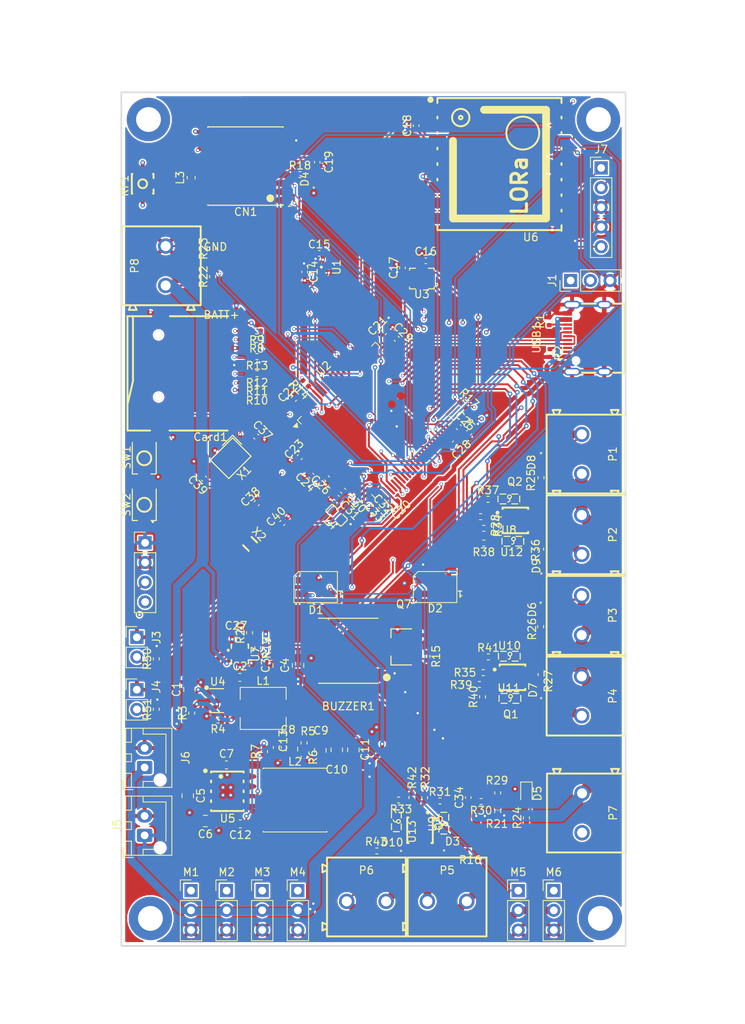
<source format=kicad_pcb>
(kicad_pcb (version 20241229) (generator "pcbnew") (generator_version "9.0")
  (layers (0 "F.Cu" signal) (4 "In1.Cu" signal) (6 "In2.Cu" signal) (2 "B.Cu" signal) (13 "F.Paste" user) (15 "B.Paste" user) (5 "F.SilkS" user "F.Silkscreen") (7 "B.SilkS" user "B.Silkscreen") (1 "F.Mask" user) (3 "B.Mask" user) (25 "Edge.Cuts" user))
  (net 0 "")
  (net 2 "+3.3V")
  (net 4 "Net-(BUZZER1--)")
  (net 5 "GND")
  (net 6 "Net-(U4-EN)")
  (net 7 "Net-(U4-CB)")
  (net 8 "Net-(U4-SW)")
  (net 9 "+BATT")
  (net 10 "Net-(U5-SS)")
  (net 11 "Net-(U5-BST)")
  (net 12 "Net-(U5-SW)")
  (net 13 "Net-(U5-FB)")
  (net 14 "+5V")
  (net 15 "Net-(C12-Pad1)")
  (net 16 "Net-(U5-COMP)")
  (net 17 "/RESET")
  (net 18 "Net-(U7-SS)")
  (net 19 "Net-(C28-Pad2)")
  (net 20 "Net-(C29-Pad2)")
  (net 21 "Net-(U2-VDDA)")
  (net 22 "Net-(U2-VREF+)")
  (net 23 "/ARM_DET")
  (net 24 "/HSE_IN")
  (net 25 "/LSE_IN")
  (net 26 "/HSE_OUT")
  (net 27 "/LSE_OUT")
  (net 28 "/SD_D1")
  (net 29 "/SD_CLK")
  (net 30 "/SD_D0")
  (net 31 "/SD_D2")
  (net 32 "/SD_D3")
  (net 33 "/SD_CD")
  (net 34 "/SD_CMD")
  (net 35 "Net-(CN1-RF_IN)")
  (net 37 "Net-(CN1-VCC_RF)")
  (net 41 "/GPS_1PPS")
  (net 42 "/GPS_RX")
  (net 44 "/GPS_TX")
  (net 48 "Net-(D1-DIN)")
  (net 49 "Net-(D1-DOUT)")
  (net 51 "Net-(D3-A)")
  (net 52 "Net-(D4-A)")
  (net 53 "Net-(D5-A)")
  (net 54 "Net-(D6-A)")
  (net 55 "Net-(D7-A)")
  (net 56 "Net-(D8-A)")
  (net 57 "Net-(D9-A)")
  (net 58 "Net-(D10-A)")
  (net 59 "/UART_RX")
  (net 60 "/UART_TX")
  (net 61 "/I2C_SDA")
  (net 62 "/I2C_SCL")
  (net 63 "/S1_PWM")
  (net 64 "/S2_PWM")
  (net 65 "/S3_PWM")
  (net 66 "/S4_PWM")
  (net 67 "/S5_PWM")
  (net 68 "/S6_PWM")
  (net 69 "Net-(Q7-BASE)")
  (net 70 "Net-(USB1-CC2)")
  (net 71 "Net-(USB1-CC1)")
  (net 72 "Net-(U4-FB)")
  (net 73 "/BOOT")
  (net 74 "/BUZZER")
  (net 75 "/RGB_DIN")
  (net 76 "/POWER_ST")
  (net 77 "Net-(U7-ILM)")
  (net 78 "Net-(R21-Pad1)")
  (net 79 "/VBAT")
  (net 80 "/PYRO1")
  (net 81 "/PYRO2")
  (net 82 "/PYRO3")
  (net 83 "/PYRO4")
  (net 84 "/PYRO5")
  (net 85 "/PYRO6")
  (net 86 "/BMP_INT")
  (net 87 "/SWCLK")
  (net 93 "/ICM_INT1")
  (net 99 "/ICM_SDO")
  (net 100 "/RF_DIO1")
  (net 101 "/ICM_INT2")
  (net 103 "/ICM_SCK")
  (net 104 "/SWDIO")
  (net 105 "/RF_SCK")
  (net 106 "/RF_RESET")
  (net 108 "/RF_NSS")
  (net 111 "/USB_DP")
  (net 116 "/RF_DIO0")
  (net 118 "/ICM_SDI")
  (net 120 "/USB_DN")
  (net 121 "/RF_MOSI")
  (net 124 "/RF_MISO")
  (net 126 "/ICM_CS")
  (net 139 "VBUS")
  (net 143 "/TH0")
  (net 144 "/TH1")
  (net 145 "Net-(D3-K)")
  (net 146 "Net-(D6-K)")
  (net 147 "Net-(D7-K)")
  (net 148 "Net-(D8-K)")
  (net 149 "Net-(D9-K)")
  (net 150 "Net-(D10-K)")
  (net 151 "Net-(Q1-S2)")
  (net 152 "Net-(Q3-G2)")
  (net 153 "Net-(Q1-G1)")
  (net 154 "Net-(Q1-S1)")
  (net 155 "Net-(Q2-S2)")
  (net 156 "Net-(Q2-G1)")
  (net 157 "Net-(Q2-G2)")
  (net 158 "Net-(Q2-S1)")
  (net 159 "Net-(Q3-S2)")
  (net 160 "Net-(Q3-S1)")
  (net 161 "Net-(Q3-G1)")
  (net 162 "Net-(P1-Pad2)")
  (net 163 "Net-(Q1-G2)")
  (footprint "Resistor_SMD:R_0402_1005Metric" (layer "F.Cu") (at 43.75 122.25 90)
    (property "Reference" "R51")
    (property "Value" "10k")
  )
  (footprint "lcsc:SOIC-8_L4.9-W3.9-P1.27-LS6.0-BL-EP-1" (layer "F.Cu") (at 52.85 132.82 -90)
    (property "Reference" "U5")
    (property "Value" "AP64501SP-13")
  )
  (footprint "Connector_PinHeader_2.54mm:PinHeader_1x03_P2.54mm_Vertical" (layer "F.Cu") (at 97.170001 67 90)
    (property "Reference" "J1")
    (property "Value" "Conn_01x03_Pin")
  )
  (footprint "lcsc:F0603" (layer "F.Cu") (at 89.26 115.42 180)
    (property "Reference" "U10")
    (property "Value" "0438006.WRGT")
  )
  (footprint "Capacitor_SMD:C_0805_2012Metric" (layer "F.Cu") (at 64.9 127.55 90)
    (property "Reference" "C9")
    (property "Value" "22uF")
  )
  (footprint "LED_SMD:LED_0603_1608Metric" (layer "F.Cu") (at 91.465188 133.109277 -90)
    (property "Reference" "D5")
    (property "Value" "LED")
  )
  (footprint "Capacitor_SMD:C_0603_1608Metric" (layer "F.Cu") (at 54.585 137.02 180)
    (property "Reference" "C12")
    (property "Value" "2.7nF")
  )
  (footprint "Capacitor_SMD:C_0402_1005Metric" (layer "F.Cu") (at 73.089411 73.660589 45)
    (property "Reference" "C21")
    (property "Value" "100nF")
  )
  (footprint "Capacitor_SMD:C_0603_1608Metric" (layer "F.Cu") (at 52.8 129.42)
    (property "Reference" "C7")
    (property "Value" "100nF")
  )
  (footprint "Capacitor_SMD:C_0402_1005Metric" (layer "F.Cu") (at 75.490001 65.359999 90)
    (property "Reference" "C17")
    (property "Value" "100nF")
  )
  (footprint "Resistor_SMD:R_0402_1005Metric" (layer "F.Cu") (at 63 80.25 135)
    (property "Reference" "R14")
    (property "Value" "10K")
  )
  (footprint "Resistor_SMD:R_0402_1005Metric" (layer "F.Cu") (at 87.765189 135.429277 -90)
    (property "Reference" "R21")
    (property "Value" "120k")
  )
  (footprint "Resistor_SMD:R_0402_1005Metric" (layer "F.Cu") (at 85.569 97.434 180)
    (property "Reference" "R28")
    (property "Value" "1k")
  )
  (footprint "Capacitor_SMD:C_0402_1005Metric" (layer "F.Cu") (at 67.839411 94.089411 135)
    (property "Reference" "C30")
    (property "Value" "1uF")
  )
  (footprint "Resistor_SMD:R_0402_1005Metric" (layer "F.Cu") (at 72.19 140.51 180)
    (property "Reference" "R43")
    (property "Value" "1k")
  )
  (footprint "Resistor_SMD:R_0402_1005Metric" (layer "F.Cu") (at 62.81 128.43 -90)
    (property "Reference" "R6")
    (property "Value" "22.1k")
  )
  (footprint "lcsc:F0603" (layer "F.Cu") (at 89.2 95.15 180)
    (property "Reference" "U8")
    (property "Value" "0438006.WRGT")
  )
  (footprint "Resistor_SMD:R_0402_1005Metric" (layer "F.Cu") (at 51.710001 123.640001 180)
    (property "Reference" "R4")
    (property "Value" "22.1k")
  )
  (footprint "LED_SMD:LED_SK6812MINI_PLCC4_3.5x3.5mm_P1.75mm" (layer "F.Cu") (at 64.3 106.5 180)
    (property "Reference" "D1")
    (property "Value" "SK6812MINI")
  )
  (footprint "Resistor_SMD:R_0402_1005Metric" (layer "F.Cu") (at 78.65 115.44 -90)
    (property "Reference" "R15")
    (property "Value" "1k")
  )
  (footprint "Resistor_SMD:R_0402_1005Metric" (layer "F.Cu") (at 85.969 100.834 180)
    (property "Reference" "R38")
    (property "Value" "10k")
  )
  (footprint "Resistor_SMD:R_0402_1005Metric" (layer "F.Cu") (at 84.229999 140.5 180)
    (property "Reference" "R16")
    (property "Value" "1k")
  )
  (footprint "Capacitor_SMD:C_0402_1005Metric" (layer "F.Cu") (at 82.75 85.89 -45)
    (property "Reference" "C25")
    (property "Value" "100nF")
  )
  (footprint "Capacitor_SMD:C_0402_1005Metric" (layer "F.Cu") (at 84.08 86.58 -135)
    (property "Reference" "C36")
    (property "Value" "4.7uF")
  )
  (footprint "Resistor_SMD:R_0402_1005Metric" (layer "F.Cu") (at 56.740001 76.799997 180)
    (property "Reference" "R13")
    (property "Value" "10K")
  )
  (footprint "Resistor_SMD:R_0402_1005Metric" (layer "F.Cu") (at 56.74 81.299999 180)
    (property "Reference" "R10")
    (property "Value" "10K")
  )
  (footprint "lcsc:WIRELM-SMD_RA-02-BL" (layer "F.Cu") (at 88 52 -90)
    (property "Reference" "U6")
    (property "Value" "RA-02")
  )
  (footprint "Connector_PinHeader_2.54mm:PinHeader_1x02_P2.54mm_Vertical" (layer "F.Cu") (at 41.25 112.975)
    (property "Reference" "J3")
    (property "Value" "Conn_01x02_Pin")
  )
  (footprint "lcsc:POWER-1212-8_L3.3-W3.3-P0.66-LS3.3-BL" (layer "F.Cu") (at 77.75 137.78 -90)
    (property "Reference" "Q3")
    (property "Value" "SI7232DN-T1-GE3")
  )
  (footprint "Package_QFP:LQFP-100_14x14mm_P0.5mm" (layer "F.Cu") (at 72 85 45)
    (property "Reference" "U2")
    (property "Value" "STM32H743VITx")
  )
  (footprint "Resistor_SMD:R_0402_1005Metric" (layer "F.Cu") (at 93.3 111.609999 90)
    (property "Reference" "R26")
    (property "Value" "1k")
  )
  (footprint "MountingHole:MountingHole_3.2mm_M3_DIN965_Pad_TopBottom" (layer "F.Cu") (at 101 149.2)
    (property "Reference" "REF**" (hide yes))
    (property "Value" "MountingHole_3.2mm_M3_DIN965_Pad_TopBottom")
  )
  (footprint "Inductor_SMD:L_0603_1608Metric_Pad1.05x0.95mm_HandSolder" (layer "F.Cu") (at 48.25 53.75 90)
    (property "Reference" "L3")
    (property "Value" "47nH")
  )
  (footprint "lcsc:USB-C-SMD_TYPE-C16PIN" (layer "F.Cu") (at 99.14 74.43 90)
    (property "Reference" "USB1")
    (property "Value" "TYPE-C16PIN")
  )
  (footprint "Capacitor_SMD:C_0805_2012Metric" (layer "F.Cu") (at 50.079998 136.650001 180)
    (property "Reference" "C6")
    (property "Value" "10nF")
  )
  (footprint "Resistor_SMD:R_0402_1005Metric" (layer "F.Cu") (at 87.765189 133.029277 -90)
    (property "Reference" "R29")
    (property "Value" "75k")
  )
  (footprint "Resistor_SMD:R_0402_1005Metric" (layer "F.Cu") (at 94.399999 72.25 90)
    (property "Reference" "R1")
    (property "Value" "5.1K")
  )
  (footprint "Capacitor_SMD:C_0402_1005Metric" (layer "F.Cu") (at 63.75 92.160589 135)
    (property "Reference" "C24")
    (property "Value" "100nF")
  )
  (footprint "Resistor_SMD:R_0402_1005Metric" (layer "F.Cu") (at 93.35 117.790001 90)
    (property "Reference" "R27")
    (property "Value" "1k")
  )
  (footprint "Resistor_SMD:R_0402_1005Metric" (layer "F.Cu") (at 85.969 98.934 180)
    (property "Reference" "R34")
    (property "Value" "1k")
  )
  (footprint "lcsc:CONN-TH_2P-P5.00_WJ500V-5.08-2P" (layer "F.Cu") (at 98.59 120.55 -90)
    (property "Reference" "P4")
    (property "Value" "WJ500V-5.08-2P-14-00A")
  )
  (footprint "MountingHole:MountingHole_3.2mm_M3_DIN965_Pad_TopBottom" (layer "F.Cu") (at 43 149.2)
    (property "Reference" "REF**" (hide yes))
    (property "Value" "MountingHole_3.2mm_M3_DIN965_Pad_TopBottom")
  )
  (footprint "lcsc:CRYSTAL-SMD_4P-L3.2-W2.5-BL" (layer "F.Cu") (at 53.347651 89.896179 -135)
    (property "Reference" "X1")
    (property "Value" "X322525MOB4SI")
  )
  (footprint "Capacitor_SMD:C_0402_1005Metric" (layer "F.Cu") (at 64.76 63.5)
    (property "Reference" "C15")
    (property "Value" "100nF")
  )
  (footprint "Connector_JST:JST_XH_B2B-XH-AM_1x02_P2.50mm_Vertical" (layer "F.Cu") (at 42.25 138.5 90)
    (property "Reference" "J5")
    (property "Value" "Conn_01x02_Pin")
  )
  (footprint "Connector_JST:JST_XH_B2B-XH-AM_1x02_P2.50mm_Vertical" (layer "F.Cu") (at 42.25 129.75 90)
    (property "Reference" "J6")
    (property "Value" "Conn_01x02_Pin")
  )
  (footprint "Resistor_SMD:R_0402_1005Metric" (layer "F.Cu") (at 86.56 115.5)
    (property "Reference" "R41")
    (property "Value" "10k")
  )
  (footprint "Capacitor_SMD:C_0402_1005Metric" (layer "F.Cu") (at 49.904041 92.533685 135)
    (property "Reference" "C39")
    (property "Value" "20pF")
  )
  (footprint "Capacitor_SMD:C_0402_1005Metric" (layer "F.Cu") (at 67 95 135)
    (property "Reference" "C31")
    (property "Value" "100nF")
  )
  (footprint "Resistor_SMD:R_0402_1005Metric" (layer "F.Cu") (at 86.519 95.194)
    (property "Reference" "R37")
    (property "Value" "10k")
  )
  (footprint "lcsc:SOT-89-3_L4.5-W2.4-P1.50-LS4.0-BR" (layer "F.Cu") (at 75.655 114.21)
    (property "Reference" "Q7")
    (property "Value" "2N2222AU")
  )
  (footprint "Connector_PinHeader_2.54mm:PinHeader_1x05_P2.54mm_Vertical" (layer "F.Cu") (at 101.1 52.49)
    (property "Reference" "J7")
    (property "Value" "Conn_01x05_Pin")
  )
  (footprint "Connector_PinHeader_2.54mm:PinHeader_1x03_P2.54mm_Vertical" (layer "F.Cu") (at 52.82 145.62)
    (property "Reference" "M2")
    (property "Value" "Motor_Servo")
  )
  (footprint "Capacitor_SMD:C_0402_1005Metric" (layer "F.Cu") (at 60 98.25 45)
    (property "Reference" "C40")
    (property "Value" "20pF")
  )
  (footprint "Capacitor_SMD:C_0805_2012Metric" (layer "F.Cu") (at 48.030001 119.690002 90)
    (property "Reference" "C1")
    (property "Value" "2.2 uf" (hide yes))
  )
  (footprint "Capacitor_SMD:C_0402_1005Metric" (layer "F.Cu") (at 64.5 51.75 -90)
    (property "Reference" "C19")
    (property "Value" "10uF")
  )
  (footprint "lcsc:TF-SMD_TF-01A" (layer "F.Cu") (at 49.62 78.96 -90)
    (property "Reference" "Card1")
    (property "Value" "TF-01A")
  )
  (footprint "Capacitor_SMD:C_0805_2012Metric" (layer "F.Cu") (at 67.02 127.470001 90)
    (property "Reference" "C10")
    (property "Value" "22uF")
  )
  (footprint "Resistor_SMD:R_0402_1005Metric" (layer "F.Cu") (at 57.71 127.7 90)
    (property "Reference" "R7")
    (property "Value" "15.8k")
  )
  (footprint "Resistor_SMD:R_0402_1005Metric" (layer "F.Cu") (at 94.5 76.345 -90)
    (property "Reference" "R2")
    (property "Value" "5.1K")
  )
  (footprint "Capacitor_SMD:C_0402_1005Metric" (layer "F.Cu") (at 62.25 89.75 -135)
    (property "Reference" "C23")
    (property "Value" "100nF")
  )
  (footprint "Resistor_SMD:R_0402_1005Metric" (layer "F.Cu") (at 51 66.5 90)
    (property "Reference" "R22")
    (property "Value" "200K")
  )
  (footprint "lcsc:BUZ-SMD_4P-L7.5-W7.5-P7.59-TL" (layer "F.Cu") (at 68.515 114.71 180)
    (property "Reference" "BUZZER1")
    (property "Value" "MLT-7525")
  )
  (footprint "lcsc:F0603" (layer "F.Cu") (at 89.719 100.594 180)
    (property "Reference" "U12")
    (property "Value" "0438006.WRGT")
  )
  (footprint "Capacitor_SMD:C_0805_2012Metric" (layer "F.Cu") (at 61.24 127.38 -90)
    (property "Reference" "C8")
    (property "Value" "47pF")
  )
  (footprint "Capacitor_SMD:C_0402_1005Metric" (layer "F.Cu") (at 77.250001 47.05 90)
    (property "Reference" "C18")
    (property "Value" "0.1uF")
  )
  (footprint "lcsc:CONN-TH_2P-P5.00_WJ500V-5.08-2P" (layer "F.Cu") (at 44.96 65.1 90)
    (property "Reference" "P8")
    (property "Value" "WJ500V-5.08-2P-14-00A")
  )
  (footprint "Capacitor_SMD:C_0603_1608Metric" (layer "F.Cu") (at 54.53 118.140001)
    (property "Reference" "C2")
    (property "Value" "100nF")
  )
  (footprint "LED_SMD:LED_0402_1005Metric" (layer "F.Cu") (at 93.35 90.334998 -90)
    (property "Reference" "D8")
    (property "Value" "LED")
  )
  (footprint "Resistor_SMD:R_0402_1005Metric" (layer "F.Cu") (at 78.34 133.65 90)
    (property "Reference" "R32")
    (property "Value" "1k")
  )
  (footprint "LED_SMD:LED_0402_1005Metric" (layer "F.Cu") (at 93.39 103.665 90)
    (property "Reference" "D9")
    (property "Value" "LED")
  )
  (footprint "Capacitor_SMD:C_0805_2012Metric" (layer "F.Cu") (at 69.16 127.480001 90)
    (property "Reference" "C11")
    (property "Value" "22uF")
  )
  (footprint "Capacitor_SMD:C_0402_1005Metric" (layer "F.Cu") (at 62.88 65.88 -90)
    (property "Reference" "C14")
    (property "Value" "100nF")
  )
  (footprint "Connector_PinHeader_2.54mm:PinHeader_1x03_P2.54mm_Vertical" (layer "F.Cu") (at 57.41 145.62)
    (property "Reference" "M3")
    (property "Value" "Motor_Servo")
  )
  (footprint "LED_SMD:LED_0402_1005Metric" (layer "F.Cu") (at 81.944999 140.450001)
    (property "Reference" "D3")
    (property "Value" "LED")
  )
  (footprint "Connector_PinHeader_2.54mm:PinHeader_1x03_P2.54mm_Vertical" (layer "F.Cu") (at 90.41 145.62)
    (property "Reference" "M5")
    (property "Value" "Motor_Servo")
  )
  (footprint "lcsc:SW-SMD_L3.9-W3.0-P4.45" (layer "F.Cu") (at 42.2 95.9 90)
    (property "Reference" "SW2")
    (property "Value" "TS-1088-AR02016")
  )
  (footprint "Capacitor_SMD:C_0402_1005Metric" (layer "F.Cu") (at 72.71 96.07 135)
    (property "Reference" "C33")
    (property "Value" "1uF")
  )
  (footprint "lcsc:IPEX-SMD_BWIPX-1-001E" (layer "F.Cu") (at 42.76 54.53 180)
    (property "Reference" "RF1")
    (property "Value" "BWIPX-1-001E")
  )
  (footprint "Connector_PinHeader_2.54mm:PinHeader_1x03_P2.54mm_Vertical" (layer "F.Cu") (at 95 145.62)
    (property "Reference" "M6")
    (property "Value" "Motor_Servo")
  )
  (footprint "lcsc:SW-SMD_L3.9-W3.0-P4.45" (layer "F.Cu") (at 42.2 89.9 90)
    (property "Reference" "SW1")
    (property "Value" "TS-1088-AR02016")
  )
  (footprint "Connector_PinHeader_2.54mm:PinHeader_1x03_P2.54mm_Vertical" (layer "F.Cu") (at 62 145.62)
    (property "Reference" "M4")
    (property "Value" "Motor_Servo")
  )
  (footprint "Resistor_SMD:R_0402_1005Metric" (layer "F.Cu") (at 51 62.889999 90)
    (property "Reference" "R23")
    (property "Value" "40K")
  )
  (footprint "Resistor_SMD:R_0402_1005Metric" (layer "F.Cu") (at 43.75 115.75 90)
    (property "Reference" "R50")
    (property "Value" "10k")
  )
  (footprint "Resistor_SMD:R_0402_1005Metric" (layer "F.Cu") (at 56.74 80.1 180)
    (property "Reference" "R11")
    (property "Value" "10K")
  )
  (footprint "Resistor_SMD:R_0402_1005Metric" (layer "F.Cu") (at 62.27 53.35)
    (property "Reference" "R18")
    (property "Value" "1k")
  )
  (footprint "lcsc:POWER-1212-8_L3.3-W3.3-P0.66-LS3.3-BL" (layer "F.Cu") (at 89.61 118.13)
    (property "Reference" "Q1")
    (property "Value" "SI7232DN-T1-GE3")
  )
  (footprint "Inductor_SMD:L_Cenker_CKCS8040" (layer "F.Cu") (at 61.63 133.95)
    (property "Reference" "L2")
    (property "Value" "3.6uH")
  )
  (footprint "Capacitor_SMD:C_0402_1005Metric" (layer "F.Cu") (at 83.965189 133.629277 90)
    (property "Reference" "C34")
    (property "Value" "22nF")
  )
  (footprint "Capacitor_SMD:C_0402_1005Metric" (layer "F.Cu") (at 78.490001 64.460001 180)
    (property "Reference" "C16")
    (property "Value" "100nF")
  )
  (footprint "Resistor_SMD:R_0402_1005Metric" (layer "F.Cu") (at 85.9 117.53 180)
    (property "Reference" "R35")
    (property "Value" "1k")
  )
  (footprint "Resistor_SMD:R_0402_1005Metric" (layer "F.Cu") (at 85.809999 120.65 90)
    (property "Reference" "R40")
    (property "Value" "10k")
  )
  (footprint "Resistor_SMD:R_0402_1005Metric" (layer "F.Cu") (at 85.620189 134.129277 180)
    (property "Reference" "R30")
    (property "Value" "10k")
  )
  (footprint "Capacitor_SMD:C_0402_1005Metric" (layer "F.Cu") (at 74.75 74.5 -45)
    (property "Reference" "C29")
    (property "Value" "2.2uF")
  )
  (footprint "Resistor_SMD:R_0402_1005Metric" (layer "F.Cu") (at 91.465188 136.25 90)
    (property "Reference" "R24")
    (property "Value" "530")
  )
  (footprint "Inductor_SMD:L_Bourns_SRP5030T" (layer "F.Cu") (at 57.53 122.14)
    (property "Reference" "L1")
    (property "Value" "5.6uH")
  )
  (footprint "lcsc:COMM-SMD_18P-L10.1-W9.7-P1.1-TL_L76-LB" (layer "F.Cu") (at 55.25 52.25 180)
    (property "Reference" "CN1")
    (property "Value" "ATGM336H-6N-74")
  )
  (footprint "Resistor_SMD:R_0402_1005Metric" (layer "F.Cu") (at 93.35 92.409999 90)
    (property "Reference" "R25")
    (property "Value" "1k")
  )
  (footprint "Capacitor_SMD:C_0402_1005Metric" (layer "F.Cu") (at 56.635697 87.10311 -45)
    (property "Reference" "C37")
    (property "Value" "20pF")
  )
  (footprint "Resistor_SMD:R_0402_1005Metric" (layer "F.Cu") (at 55.78 112.390001 90)
    (property "Reference" "R20")
    (property "Value" "22.1k")
  )
  (footprint "Capacitor_SMD:C_0402_1005Metric" (layer "F.Cu") (at 54.03 112.640001)
    (property "Reference" "C27")
    (property "Value" "10pF")
  )
  (footprint "lcsc:FC-135R_L3.2-W1.5" (layer "F.Cu") (at 55.842626 100.935519 -45)
    (property "Reference" "X2")
    (property "Value" "Q13FC1350000400")
  )
  (footprint "Capacitor_SMD:C_0805_2012Metric" (layer "F.Cu") (at 59.53 116.590001 90)
    (property "Reference" "C3")
    (property "Value" "22uF")
  )
  (footprint "lcsc:VQFN-HR-12_L2.5-W2.0-P0.50-BL" (layer "F.Cu") (at 54.530001 115.140001 -90)
    (property "Reference" "U7")
    (property "Value" "TPS2121RUXR")
  )
  (footprint "LED_SMD:LED_0402_1005Metric" (layer "F.Cu") (at 93.3 109.609999 -90)
    (property "Reference" "D6")
    (property "Value" "LED")
  )
  (footprint "Resistor_SMD:R_0402_1005Metric" (layer "F.Cu") (at 93.309 101.614 90)
    (property "Reference" "R36")
    (property "Value" "1k")
  )
  (footprint "Connector_PinHeader_2.54mm:PinHeader_1x04_P2.54mm_Vertical" (layer "F.Cu") (at 42.31 100.8)
    (property "Reference" "J2" (hide yes))
    (property "Value" "Conn_01x04_Pin")
  )
  (footprint "Capacitor_SMD:C_0402_1005Metric" (layer "F.Cu") (at 74.509411 95.740589 -135)
    (property "Reference" "C20")
    (property "Value" "100nF")
  )
  (footprint "Capacitor_SMD:C_0805_2012Metric" (layer "F.Cu") (at 47.81 133.39 -90)
    (property "Reference" "C5")
    (property "Value" "10uF")
  )
  (footprint "Resistor_SMD:R_0402_1005Metric" (layer "F.Cu") (at 62.81 126.585 -90)
    (property "Reference" "R5")
    (property "Value" "115k")
  )
  (footprint "Connector_PinHeader_2.54mm:PinHeader_1x03_P2.54mm_Vertical" (layer "F.Cu") (at 48.23 145.62)
    (property "Reference" "M1")
    (property "Value" "Motor_Servo")
  )
  (footprint "lcsc:LGA-14_L3.0-W2.5-P0.50-TL" (layer "F.Cu") (at 77.99 66.75 180)
    (property "Reference" "U3")
    (property "Value" "ICM-45686")
  )
  (footprint "MountingHole:MountingHole_3.2mm_M3_DIN965_Pad_TopBottom" (layer "F.Cu") (at 100.75 46.25)
    (property "Reference" "REF**" (hide yes))
    (property "Value" "MountingHole_3.2mm_M3_DIN965_Pad_TopBottom")
  )
  (footprint "lcsc:CONN-TH_2P-P5.00_WJ500V-5.08-2P" (layer "F.Cu") (at 98.64 135.619278 -90)
    (property "Reference" "P7")
    (property "Value" "WJ500V-5.08-2P-14-00A")
  )
  (footprint "Capacitor_SMD:C_0805_2012Metric" (layer "F.Cu") (at 62.03 116.590001 90)
    (property "Reference" "C4")
    (property "Value" "22uF")
  )
  (footprint "lcsc:CONN-TH_2P-P5.00_WJ500V-5.08-2P" (layer "F.Cu") (at 70.84 147)
    (property "Reference" "P6")
    (property "Value" "WJ500V-5.08-2P-14-00A")
  )
  (footprint "lcsc:CONN-TH_2P-P5.00_WJ500V-5.08-2P" (layer "F.Cu") (at 98.6 89.36 -90)
    (property "Reference" "P1")
    (property "Value" "WJ500V-5.08-2P-14-00A")
  )
  (footprint "Resistor_SMD:R_0402_1005Metric" (layer "F.Cu") (at 48.32 122.74 90)
    (property "Reference" "R3")
    (property "Value" "100k")
  )
  (footprint "Capacitor_SMD:C_0402_1005Metric" (layer "F.Cu") (at 82.25 88 -135)
    (property "Reference" "C28")
    (property "Value" "2.2uF")
  )
  (footprint "LED_SMD:LED_0402_1005Metric" (layer "F.Cu") (at 93.36 119.722502 90)
    (property "Reference" "D7")
    (property "Value" "LED")
  )
  (footprint "Resistor_SMD:R_0402_1005Metric" (layer "F.Cu") (at 80.32 134.06)
    (property "Reference" "R31")
    (property "Value" "10k")
  )
  (footprint "Capacitor_SMD:C_0402_1005Metric" (layer "F.Cu") (at 71.98 96.81 135)
    (property "Reference" "C32")
    (property "Value" "100nF")
  )
  (footprint "lcsc:F0603" (layer "F.Cu") (at 80.82 136.932498 90)
    (property "Reference" "U9")
    (property "Value" "0438006.WRGT")
  )
  (footprint "LED_SMD:LED_0402_1005Metric" (layer "F.Cu") (at 64.050002 53.935001 90)
    (property "Reference" "D4")
    (property "Value" "LED")
  )
  (footprint "Resistor_SMD:R_0402_1005Metric" (layer "F.Cu") (at 56.695001 74.599999 180)
    (property "Reference" "R8")
    (property "Value" "10K")
  )
  (footprint "Connector_PinHeader_2.54mm:PinHeader_1x02_P2.54mm_Vertical" (layer "F.Cu") (at 41.25 119.725)
    (property "Reference" "J4")
    (property "Value" "Conn_01x02_Pin")
  )
  (footprint "lcsc:L0603" (layer "F.Cu") (at 67 97.25 -45)
    (property "Reference" "L4")
    (property "Value" "FCM1608KF-601T03")
  )
  (footprint "Resistor_SMD:R_0402_1005Metric" (layer "F.Cu") (at 76.7 133.62 90)
    (property "Reference" "R42")
    (property "Value" "1k")
  )
  (footprint "lcsc:CONN-TH_2P-P5.00_WJ500V-5.08-2P" (layer "F.Cu") (at 98.6 99.76 -90)
    (property "Reference" "P2")
    (property "Value" "WJ500V-5.08-2P-14-00A")
  )
  (footprint "Capacitor_SMD:C_0402_1005Metric" (layer "F.Cu") (at 56.7 95.7 45)
    (property "Reference" "C38")
    (property "Value" "20pF")
  )
  (footprint "Resistor_SMD:R_0402_1005Metric" (layer "F.Cu") (at 56.740003 78.999999 180)
    (property "Reference" "R12")
    (property "Value" "10K")
  )
  (footprint "lcsc:SOT-23-6_L2.9-W1.6-P0.95-LS2.8-BL" (layer "F.Cu") (at 51.53 121.14 -90)
    (property "Reference" "U4")
    (property "Value" "LMR51430XDDCR")
  )
  (footprint "Resistor_SMD:R_0402_1005Metric" (layer "F.Cu") (at 74.99 133.95 180)
    (property "Reference" "R33")
    (property "Value" "10k")
  )
  (footprint "lcsc:LGA-10_L2.0-W2.0-P0.50-TL_BMP580" (layer "F.Cu") (at 64.78 65.52)
    (property "Reference" "U1")
    (property "Value" "BMP580")
  )
  (footprint "lcsc:CONN-TH_2P-P5.00_WJ500V-5.08-2P" (layer "F.Cu") (at 98.59 110.15 -90)
    (property "Reference" "P3")
    (property "Value" "WJ500V-5.08-2P-14-00A")
  )
  (footprint "Capacitor_SMD:C_0603_1608Metric" (layer "F.Cu") (at 59.35 127.17 -90)
    (property "Reference" "C13")
    (property "Value" "33pF")
  )
  (footprint "LED_SMD:LED_SK6812MINI_PLCC4_3.5x3.5mm_P1.75mm" (layer "F.Cu") (at 79.7 106.5 180)
    (property "Reference" "D2")
    (property "Value" "SK6812MINI")
  )
  (footprint "Resistor_SMD:R_0402_1005Metric" (layer "F.Cu") (at 56.695001 73.499999 180)
    (property "Reference" "R9")
    (property "Value" "10K")
  )
  (footprint "MountingHole:MountingHole_3.2mm_M3_DIN965_Pad_TopBottom" (layer "F.Cu") (at 42.75 46.25)
    (property "Reference" "REF**" (hide yes))
    (property "Value" "MountingHole_3.2mm_M3_DIN965_Pad_TopBottom")
  )
  (footprint "Capacitor_SMD:C_0402_1005Metric" (layer "F.Cu") (at 61.5 82.25 45)
    (property "Reference" "C22")
    (property "Value" "100nF")
  )
  (footprint "Resistor_SMD:R_0402_1005Metric" (layer "F.Cu") (at 83.25 83 -45)
    (property "Reference" "R17")
    (property "Value" "470")
  )
  (footprint "lcsc:POWER-1212-8_L3.3-W3.3-P0.66-LS3.3-BL" (layer "F.Cu") (at 89.979 97.914)
    (property "Reference" "Q2")
    (property "Value" "SI7232DN-T1-GE3")
  )
  (footprint "lcsc:CONN-TH_2P-P5.00_WJ500V-5.08-2P" (layer "F.Cu") (at 81.24 147)
    (property "Reference" "P5")
    (property "Value" "WJ500V-5.08-2P-14-00A")
  )
  (footprint "lcsc:F0603" (layer "F.Cu") (at 74.7 136.62 90)
    (property "Reference" "U13")
    (property "Value" "0438006.WRGT")
  )
  (footprint "Resistor_SMD:R_0402_1005Metric" (layer "F.Cu") (at 85.4 119.05 180)
    (property "Reference" "R39")
    (property "Value" "1k")
  )
  (footprint "lcsc:F0603" (layer "F.Cu") (at 89.34 120.85 180)
    (property "Reference" "U11")
    (property "Value" "0438006.WRGT")
  )
  (footprint "LED_SMD:LED_0402_1005Metric" (layer "F.Cu") (at 74.195 140.5 180)
    (property "Reference" "D10")
    (property "Value" "LED")
  )
  (footprint "Capacitor_SMD:C_0402_1005Metric" (layer "F.Cu") (at 65.75 92.5 135)
    (property "Reference" "C26")
    (property "Value" "100nF")
  )
  (footprint "Resistor_SMD:R_0402_1005Metric" (layer "F.Cu") (at 56.83 114.320001 -90)
    (property "Reference" "R19")
    (property "Value" "10k")
  )
  (gr_rect (start 39.25 42.75) (end 104.25 152.75) (stroke (width 0.2)) (fill no) (layer "Edge.Cuts"))
  (gr_text "BATT+\n" (at 49.75 72 0) (layer "F.SilkS") (effects (font (size 1 1)) (justify left bottom)))
  (gr_text "GND\n" (at 49.75 63.25 0) (layer "F.SilkS") (effects (font (size 1 1)) (justify left bottom)))
  (segment (start 74.848822 95.401178) (end 74.623003 95.401178) (width 0.25) (layer "F.Cu") (net 2))
  (segment (start 82.410589 85.550589) (end 83.729411 85.550589) (width 0.2) (layer "F.Cu") (net 2))
  (segment (start 85.20425 85.46575) (end 84.429411 86.240589) (width 0.2) (layer "F.Cu") (net 2))
  (segment (start 85.049516 85.620484) (end 85.020484 85.620484) (width 0.2) (layer "F.Cu") (net 2))
  (segment (start 74.860001 65.839999) (end 76.57 65.839999) (width 0.25) (layer "F.Cu") (net 2))
  (segment (start 62.03 117.54) (end 62.03 118.99) (width 1) (layer "F.Cu") (net 2))
  (segment (start 64.089411 92.5) (end 64.260943 92.328468) (width 0.25) (layer "F.Cu") (net 2))
  (segment (start 72.8 98.4) (end 68.8 98.4) (width 0.25) (layer "F.Cu") (net 2))
  (segment (start 60.7 82.2) (end 61.14587 82.64587) (width 0.25) (layer "F.Cu") (net 2))
  (segment (start 72.75 74.895911) (end 73.184404 75.330315) (width 0.2) (layer "F.Cu") (net 2))
  (segment (start 54.9 77.9) (end 53.8 77.9) (width 0.25) (layer "F.Cu") (net 2))
  (segment (start 74.623003 95.401178) (end 73.537957 94.316132) (width 0.25) (layer "F.Cu") (net 2))
  (segment (start 74.23 117.86) (end 74.475 117.615) (width 1) (layer "F.Cu") (net 2))
  (segment (start 56.955002 77.989999) (end 57.015001 78.05) (width 0.25) (layer "F.Cu") (net 2))
  (segment (start 71.5 117.87) (end 71.5 117.5) (width 0.25) (layer "F.Cu") (net 2))
  (segment (start 77.180001 47.6) (end 77.250001 47.53) (width 0.25) (layer "F.Cu") (net 2))
  (segment (start 84.429411 86.240589) (end 84.419411 86.240589) (width 0.2) (layer "F.Cu") (net 2))
  (segment (start 73.311 77.839) (end 73.311 77.013959) (width 0.2) (layer "F.Cu") (net 2))
  (segment (start 59.78 122.14) (end 59.78 117.79) (width 0.6) (layer "F.Cu") (net 2))
  (segment (start 62.03 118.99) (end 62.03 119.02) (width 0.6) (layer "F.Cu") (net 2))
  (segment (start 64.260943 92.328468) (end 64.260943 92.323279) (width 0.25) (layer "F.Cu") (net 2))
  (segment (start 64.53 51.3) (end 64.5 51.27) (width 0.25) (layer "F.Cu") (net 2))
  (segment (start 72.594802 76.297761) (end 72.594802 75.919917) (width 0.2) (layer "F.Cu") (net 2))
  (segment (start 79.738943 85.521) (end 80.091 85.168943) (width 0.2) (layer "F.Cu") (net 2))
  (segment (start 43.75 121.740001) (end 43.75 121.15) (width 0.25) (layer "F.Cu") (net 2))
  (segment (start 54.817501 77.946251) (end 56.841251 77.946251) (width 0.25) (layer "F.Cu") (net 2))
  (segment (start 57.25 81.110001) (end 57.25 81.299999) (width 0.25) (layer "F.Cu") (net 2))
  (segment (start 57.265001 78.3) (end 57.265001 81.095) (width 0.25) (layer "F.Cu") (net 2))
  (segment (start 43.28 98.08) (end 43.3 98.1) (width 0.25) (layer "F.Cu") (net 2))
  (segment (start 72.75 74) (end 72.75 72.75) (width 0.2) (layer "F.Cu") (net 2))
  (segment (start 57.250001 77.339998) (end 57.04 77.549999) (width 0.25) (layer "F.Cu") (net 2))
  (segment (start 79 64.430002) (end 78.969999 64.460003) (width 0.25) (layer "F.Cu") (net 2))
  (segment (start 68.51671 97.744975) (end 72.560155 93.70153) (width 0.25) (layer "F.Cu") (net 2))
  (segment (start 62.510589 89.410589) (end 62.639664 89.410589) (width 0.25) (layer "F.Cu") (net 2))
  (segment (start 64.308614 92.275608) (end 64.308614 91.277173) (width 0.25) (layer "F.Cu") (net 2))
  (segment (start 64.28 64.2) (end 64.28 63.5) (width 0.25) (layer "F.Cu") (net 2))
  (segment (start 64.260943 92.323279) (end 64.308614 92.275608) (width 0.25) (layer "F.Cu") (net 2))
  (segment (start 64.308614 91.277173) (end 65.865849 89.719938) (width 0.25) (layer "F.Cu") (net 2))
  (segment (start 85.020484 85.620484) (end 84.950589 85.550589) (width 0.2) (layer "F.Cu") (net 2))
  (segment (start 43.75 121.15) (end 43.9 121) (width 0.25) (layer "F.Cu") (net 2))
  (segment (start 75.068025 95.620381) (end 75.068025 96.131975) (width 0.25) (layer "F.Cu") (net 2))
  (segment (start 57.250001 76.036249) (end 57.250001 77.339998) (width 0.25) (layer "F.Cu") (net 2))
  (segment (start 63.5 93.089411) (end 63.5 93.5) (width 0.25) (layer "F.Cu") (net 2))
  (segment (start 64.28 64.74) (end 64.28 64.2) (width 0.25) (layer "F.Cu") (net 2))
  (segment (start 74.848822 95.401178) (end 75.068025 95.620381) (width 0.25) (layer "F.Cu") (net 2))
  (segment (start 76.57 65.839999) (end 76.73 65.999999) (width 0.25) (layer "F.Cu") (net 2))
  (segment (start 73.11 78.04) (end 73.11 80.81) (width 0.2) (layer "F.Cu") (net 2))
  (segment (start 57.165001 75.651249) (end 57.165001 73.649998) (width 0.25) (layer "F.Cu") (net 2))
  (segment (start 75.8 47.6) (end 75.81 47.6) (width 0.25) (layer "F.Cu") (net 2))
  (segment (start 78.720001 49) (end 80 49) (width 0.25) (layer "F.Cu") (net 2))
  (segment (start 73.11 80.81) (end 77.821 85.521) (width 0.2) (layer "F.Cu") (net 2))
  (segment (start 73.11 78.04) (end 73.311 77.839) (width 0.2) (layer "F.Cu") (net 2))
  (segment (start 85.20425 85.46575) (end 85.20425 85.541234) (width 0.2) (layer "F.Cu") (net 2))
  (segment (start 57.365001 75.852501) (end 57.365001 75.921249) (width 0.25) (layer "F.Cu") (net 2))
  (segment (start 73.311 77.013959) (end 72.594802 76.297761) (width 0.2) (layer "F.Cu") (net 2))
  (segment (start 75.8 47.6) (end 77.180001 47.6) (width 0.25) (layer "F.Cu") (net 2))
  (segment (start 43.75 115.240001) (end 43.75 114.15) (width 0.25) (layer "F.Cu") (net 2))
  (segment (start 74.8 65.9) (end 74.860001 65.839999) (width 0.25) (layer "F.Cu") (net 2))
  (segment (start 72.594802 75.919917) (end 73.184404 75.330315) (width 0.2) (layer "F.Cu") (net 2))
  (segment (start 80.091 85.16) (end 82.02 85.16) (width 0.2) (layer "F.Cu") (net 2))
  (segment (start 64.38 51.15) (end 60.099999 51.15) (width 0.25) (layer "F.Cu") (net 2))
  (segment (start 57.015001 78.05) (end 57.265001 78.3) (width 0.25) (layer "F.Cu") (net 2))
  (segment (start 60.1 48.950001) (end 61.8 48.950001) (width 0.5) (layer "F.Cu") (net 2))
  (segment (start 84.950589 85.550589) (end 83.729411 85.550589) (width 0.2) (layer "F.Cu") (net 2))
  (segment (start 57.365001 75.852501) (end 57.365001 75.851249) (width 0.25) (layer "F.Cu") (net 2))
  (segment (start 79 64.429999) (end 79 63.6) (width 0.25) (layer "F.Cu") (net 2))
  (segment (start 83.729411 85.550589) (end 84.339411 86.160589) (width 0.2) (layer "F.Cu") (net 2))
  (segment (start 81.776774 86.184404) (end 82.410589 85.550589) (width 0.2) (layer "F.Cu") (net 2))
  (segment (start 85.20425 85.541234) (end 85.19 85.555484) (width 0.2) (layer "F.Cu") (net 2))
  (segment (start 74.475 117.615) (end 74.5 117.59) (width 1) (layer "F.Cu") (net 2))
  (segment (start 57.265001 81.095) (end 57.25 81.110001) (width 0.25) (layer "F.Cu") (net 2))
  (segment (start 63.01 65.27) (end 64 65.27) (width 0.25) (layer "F.Cu") (net 2))
  (segment (start 81.669685 86.184404) (end 81.776774 86.184404) (width 0.2) (layer "F.Cu") (net 2))
  (segment (start 97.75 61.89) (end 99.32 61.89) (width 0.25) (layer "F.Cu") (net 2))
  (segment (start 56.259999 114.640001) (end 56.2 114.7) (width 0.25) (layer "F.Cu") (net 2))
  (segment (start 42.2 98.08) (end 43.28 98.08) (width 0.25) (layer "F.Cu") (net 2))
  (segment (start 62.1 89) (end 62.510589 89.410589) (width 0.25) (layer "F.Cu") (net 2))
  (segment (start 57.165001 73.649998) (end 57.205001 73.609998) (width 0.25) (layer "F.Cu") (net 2))
  (segment (start 61.160589 82.64587) (end 62.330315 83.815596) (width 0.25) (layer "F.Cu") (net 2))
  (segment (start 59.53 117.54) (end 62.03 117.54) (width 0.6) (layer "F.Cu") (net 2))
  (segment (start 57.365001 75.921249) (end 57.250001 76.036249) (width 0.25) (layer "F.Cu") (net 2))
  (segment (start 62.8 65.06) (end 63.01 65.27) (width 0.25) (layer "F.Cu") (net 2))
  (segment (start 64.53 51.3) (end 64.38 51.15) (width 0.25) (layer "F.Cu") (net 2))
  (segment (start 82.02 85.16) (end 82.410589 85.550589) (width 0.2) (layer "F.Cu") (net 2))
  (segment (start 72.015 117.86) (end 74.23 117.86) (width 1) (layer "F.Cu") (net 2))
  (segment (start 77.821 85.521) (end 79.738943 85.521) (width 0.2) (layer "F.Cu") (net 2))
  (segment (start 75.81 47.6) (end 77.320001 47.6) (width 0.25) (layer "F.Cu") (net 2))
  (segment (start 80.091 85.168943) (end 80.091 85.16) (width 0.2) (layer "F.Cu") (net 2))
  (segment (start 73.184404 75.330315) (end 73.184404 75.399609) (width 0.2) (layer "F.Cu") (net 2))
  (segment (start 64.089411 92.5) (end 63.5 93.089411) (width 0.25) (layer "F.Cu") (net 2))
  (segment (start 57.205001 73.609998) (end 57.205001 73.499999) (width 0.25) (layer "F.Cu") (net 2))
  (segment (start 68.8 98.4) (end 67 98.4) (width 0.25) (layer "F.Cu") (net 2))
  (segment (start 72.75 72.75) (end 73.7 71.8) (width 0.2) (layer "F.Cu") (net 2))
  (segment (start 62.03 118.99) (end 62.03 118.71) (width 0.6) (layer "F.Cu") (net 2))
  (segment (start 78.969999 65.26) (end 78.49 65.739999) (width 0.25) (layer "F.Cu") (net 2))
  (segment (start 79 63.6) (end 79 64.430002) (width 0.25) (layer "F.Cu") (net 2))
  (segment (start 61.14587 82.64587) (end 61.160589 82.64587) (width 0.25) (layer "F.Cu") (net 2))
  (segment (start 62.639664 89.410589) (end 64.098082 87.952171) (width 0.25) (layer "F.Cu") (net 2))
  (segment (start 72.923355 93.70153) (end 73.537957 94.316132) (width 0.25) (layer "F.Cu") (net 2))
  (segment (start 56.83 114.640001) (end 56.259999 114.640001) (width 0.25) (layer "F.Cu") (net 2))
  (segment (start 57.015001 77.574998) (end 57.015001 78.05) (width 0.25) (layer "F.Cu") (net 2))
  (segment (start 72.560155 93.70153) (end 72.923355 93.70153) (width 0.25) (layer "F.Cu") (net 2))
  (segment (start 78.969999 64.46) (end 79 64.429999) (width 0.25) (layer "F.Cu") (net 2))
  (segment (start 99.32 61.89) (end 101.1 60.11) (width 0.25) (layer "F.Cu") (net 2))
  (segment (start 62.8 64.8) (end 62.8 65.06) (width 0.25) (layer "F.Cu") (net 2))
  (segment (start 59.78 117.79) (end 59.53 117.54) (width 0.6) (layer "F.Cu") (net 2))
  (segment (start 67.655025 97.744975) (end 68.51671 97.744975) (width 0.25) (layer "F.Cu") (net 2))
  (segment (start 61.160589 82.589411) (end 61.089411 82.589411) (width 0.25) (layer "F.Cu") (net 2))
  (segment (start 61.089411 82.589411) (end 60.7 82.2) (width 0.25) (layer "F.Cu") (net 2))
  (segment (start 67 98.4) (end 67.655025 97.744975) (width 0.25) (layer "F.Cu") (net 2))
  (segment (start 78.969999 64.460003) (end 78.969999 65.26) (width 0.25) (layer "F.Cu") (net 2))
  (segment (start 57.365001 75.851249) (end 57.165001 75.651249) (width 0.25) (layer "F.Cu") (net 2))
  (segment (start 75.068025 96.131975) (end 72.8 98.4) (width 0.25) (layer "F.Cu") (net 2))
  (segment (start 43.75 114.15) (end 43.8 114.1) (width 0.25) (layer "F.Cu") (net 2))
  (segment (start 65.6 51.3) (end 64.53 51.3) (width 0.25) (layer "F.Cu") (net 2))
  (segment (start 57.04 77.549999) (end 57.015001 77.574998) (width 0.25) (layer "F.Cu") (net 2))
  (segment (start 56.956252 77.991251) (end 57.015001 78.05) (width 0.25) (layer "F.Cu") (net 2))
  (segment (start 72.75 74) (end 72.75 74.895911) (width 0.2) (layer "F.Cu") (net 2))
  (segment (start 77.320001 47.6) (end 78.720001 49) (width 0.25) (layer "F.Cu") (net 2))
  (segment (start 85.20425 85.46575) (end 85.049516 85.620484) (width 0.2) (layer "F.Cu") (net 2))
  (segment (start 84.339411 86.160589) (end 84.260589 86.160589) (width 0.2) (layer "F.Cu") (net 2))
  (via (at 64.28 64.2) (size 0.45) (drill 0.3) (layers "F.Cu" "B.Cu") (net 2))
  (via (at 43.3 98.1) (size 0.45) (drill 0.3) (layers "F.Cu" "B.Cu") (net 2))
  (via (at 67 98.4) (size 0.6) (drill 0.3) (layers "F.Cu" "B.Cu") (net 2))
  (via (at 56.259999 114.640001) (size 0.6) (drill 0.3) (layers "F.Cu" "B.Cu") (net 2))
  (via (at 79 63.6) (size 0.45) (drill 0.3) (layers "F.Cu" "B.Cu") (net 2))
  (via (at 53.8 77.9) (size 0.6) (drill 0.3) (layers "F.Cu" "B.Cu") (net 2))
  (via (at 74.8 65.9) (size 0.45) (drill 0.3) (layers "F.Cu" "B.Cu") (net 2))
  (via (at 57.04 77.549999) (size 0.45) (drill 0.3) (layers "F.Cu" "B.Cu") (net 2))
  (via (at 85.20425 85.46575) (size 0.45) (drill 0.3) (layers "F.Cu" "B.Cu") (net 2))
  (via (at 43.8 114.1) (size 0.6) (drill 0.3) (layers "F.Cu" "B.Cu") (net 2))
  (via (at 97.75 61.89) (size 0.6) (drill 0.3) (layers "F.Cu" "B.Cu") (net 2))
  (via (at 62.03 118.37) (size 0.6) (drill 0.3) (layers "F.Cu" "B.Cu") (net 2))
  (via (at 62.8 64.8) (size 0.45) (drill 0.3) (layers "F.Cu" "B.Cu") (net 2))
  (via (at 60.7 82.2) (size 0.4) (drill 0.3) (layers "F.Cu" "B.Cu") (net 2))
  (via (at 62.1 89) (size 0.45) (drill 0.3) (layers "F.Cu" "B.Cu") (net 2))
  (via (at 74.475 117.615) (size 0.6) (drill 0.3) (layers "F.Cu" "B.Cu") (net 2))
  (via (at 75.81 47.6) (size 0.6) (drill 0.3) (layers "F.Cu" "B.Cu") (net 2))
  (via (at 61.8 48.950001) (size 0.6) (drill 0.3) (layers "F.Cu" "B.Cu") (net 2))
  (via (at 73.7 71.8) (size 0.45) (drill 0.3) (layers "F.Cu" "B.Cu") (net 2))
  (via (at 43.9 121) (size 0.6) (drill 0.3) (layers "F.Cu" "B.Cu") (net 2))
  (via (at 63.5 93.5) (size 0.4) (drill 0.3) (layers "F.Cu" "B.Cu") (net 2))
  (via (at 62.03 118.99) (size 0.6) (drill 0.3) (layers "F.Cu" "B.Cu") (net 2))
  (via (at 65.6 51.3) (size 0.45) (drill 0.3) (layers "F.Cu" "B.Cu") (net 2))
  (via (at 57.365001 75.852501) (size 0.45) (drill 0.3) (layers "F.Cu" "B.Cu") (net 2))
  (via (at 68.8 98.4) (size 0.6) (drill 0.3) (layers "F.Cu" "B.Cu") (net 2))
  (segment (start 74.295 114.21) (end 72.015 111.93) (width 0.25) (layer "F.Cu") (net 4))
  (segment (start 49.440003 118.740003) (end 48.030001 118.740003) (width 0.6) (layer "F.Cu") (net 5))
  (segment (start 62.9 92.175) (end 63.410589 91.664411) (width 0.2) (layer "F.Cu") (net 5))
  (segment (start 61.839411 81.839411) (end 61.839411 82.617586) (width 0.2) (layer "F.Cu") (net 5))
  (segment (start 60.339411 97.910589) (end 60.339411 97.860589) (width 0.25) (layer "F.Cu") (net 5))
  (segment (start 83.532441 87.127559) (end 83.740589 86.919411) (width 0.2) (layer "F.Cu") (net 5))
  (segment (start 77.480001 46.8) (end 77.680001 47) (width 0.25) (layer "F.Cu") (net 5))
  (segment (start 96.78 78.18) (end 97.35 78.75) (width 0.6) (layer "F.Cu") (net 5))
  (segment (start 77.99 65.739999) (end 77.99 63.51) (width 0.25) (layer "F.Cu") (net 5))
  (segment (start 49.25 50.05) (end 49.1 50.2) (width 0.5) (layer "F.Cu") (net 5))
  (segment (start 96.4 45) (end 97.5 43.9) (width 0.25) (layer "F.Cu") (net 5))
  (segment (start 90.197502 132.321776) (end 90 132.519278) (width 0.6) (layer "F.Cu") (net 5))
  (segment (start 65.025 105.625) (end 64.7 105.3) (width 0.25) (layer "F.Cu") (net 5))
  (segment (start 58.37 116.291001) (end 56 116.291001) (width 0.6) (layer "F.Cu") (net 5))
  (segment (start 86.355 84.535) (end 86.37 84.55) (width 0.2) (layer "F.Cu") (net 5))
  (segment (start 83.089411 86.587138) (end 83.089411 86.229411) (width 0.2) (layer "F.Cu") (net 5))
  (segment (start 54.52 116.290001) (end 53.792133 116.290001) (width 0.5) (layer "F.Cu") (net 5))
  (segment (start 61.4 81.4) (end 61.839411 81.839411) (width 0.2) (layer "F.Cu") (net 5))
  (segment (start 73.049411 96.409411) (end 73.770589 96.409411) (width 0.25) (layer "F.Cu") (net 5))
  (segment (start 62.773726 79.993726) (end 62.5 79.72) (width 0.2) (layer "F.Cu") (net 5))
  (segment (start 74.120589 96.049411) (end 74.130589 96.049411) (width 0.2) (layer "F.Cu") (net 5))
  (segment (start 62.228232 59.301) (end 61.771768 59.301) (width 0.25) (layer "F.Cu") (net 5))
  (segment (start 82.589411 87.789411) (end 82.589411 87.660589) (width 0.2) (layer "F.Cu") (net 5))
  (segment (start 82.7 87.9) (end 82.589411 87.789411) (width 0.2) (layer "F.Cu") (net 5))
  (segment (start 63.93 67) (end 64.28 66.65) (width 0.2) (layer "F.Cu") (net 5))
  (segment (start 69.16 126.530002) (end 70.159998 126.530002) (width 1) (layer "F.Cu") (net 5))
  (segment (start 96.78 77.63) (end 96.78 78.18) (width 0.6) (layer "F.Cu") (net 5))
  (segment (start 69.16 126.530002) (end 64.969999 126.530002) (width 1) (layer "F.Cu") (net 5))
  (segment (start 74.211091 73.011091) (end 74.211091 73.388909) (width 0.25) (layer "F.Cu") (net 5))
  (segment (start 66 66) (end 65.77 65.77) (width 0.25) (layer "F.Cu") (net 5))
  (segment (start 62.88 67) (end 63.93 67) (width 0.2) (layer "F.Cu") (net 5))
  (segment (start 74.211091 73.388909) (end 73.853822 73.746178) (width 0.25) (layer "F.Cu") (net 5))
  (segment (start 54.591971 86.808029) (end 54.591971 86.421971) (width 0.25) (layer "F.Cu") (net 5))
  (segment (start 54.69 111.829001) (end 55.63 111.829001) (width 0.6) (layer "F.Cu") (net 5))
  (segment (start 49.56463 92.194274) (end 49.56463 91.26463) (width 0.25) (layer "F.Cu") (net 5))
  (segment (start 44.34 71.2) (end 43.1 71.2) (width 0.25) (layer "F.Cu") (net 5))
  (segment (start 73.184404 94.669685) (end 73.184404 95.113226) (width 0.2) (layer "F.Cu") (net 5))
  (segment (start 59.425 129.165) (end 59.43 129.17) (width 0.6) (layer "F.Cu") (net 5))
  (segment (start 62.88 67) (end 62.88 66.36) (width 0.2) (layer "F.Cu") (net 5))
  (segment (start 101.5 70.11) (end 101.5 78.75) (width 0.6) (layer "F.Cu") (net 5))
  (segment (start 65.33 52.23) (end 64.5 52.23) (width 0.25) (layer "F.Cu") (net 5))
  (segment (start 54.9 75.7) (end 53.9 75.7) (width 0.25) (layer "F.Cu") (net 5))
  (segment (start 95.465 77.63) (end 96.78 77.63) (width 0.25) (layer "F.Cu") (net 5))
  (segment (start 53.81 137.02) (end 52.953999 137.876001) (width 0.6) (layer "F.Cu") (net 5))
  (segment (start 77.761999 64.879999) (end 77.99 65.108) (width 0.25) (layer "F.Cu") (net 5))
  (segment (start 51.200002 123.640001) (end 50.780001 123.640001) (width 0.6) (layer "F.Cu") (net 5))
  (segment (start 42 56) (end 42 57.3) (width 0.5) (layer "F.Cu") (net 5))
  (segment (start 82.839411 87.760589) (end 82.839411 87.660589) (width 0.2) (layer "F.Cu") (net 5))
  (segment (start 61 90.1) (end 61.9 90.1) (width 0.25) (layer "F.Cu") (net 5))
  (segment (start 51.3 88.9) (end 51.3 89.404163) (width 0.25) (layer "F.Cu") (net 5))
  (segment (start 43.78 92.08) (end 44 92.3) (width 0.25) (layer "F.Cu") (net 5))
  (segment (start 62.5 79.72) (end 62.5 79.5) (width 0.2) (layer "F.Cu") (net 5))
  (segment (start 62.773726 80.023726) (end 62.773726 79.993726) (width 0.2) (layer "F.Cu") (net 5))
  (segment (start 63.700002 115.640002) (end 63.72 115.66) (width 0.6) (layer "F.Cu") (net 5))
  (segment (start 74.268233 74.160589) (end 73.853822 73.746178) (width 0.25) (layer "F.Cu") (net 5))
  (segment (start 53.55 112.379609) (end 54.100608 111.829001) (width 0.6) (layer "F.Cu") (net 5))
  (segment (start 94.5 76.665) (end 95.465 77.63) (width 0.25) (layer "F.Cu") (net 5))
  (segment (start 53.55 113.859) (end 53.679001 113.988001) (width 0.6) (layer "F.Cu") (net 5))
  (segment (start 54.64653 132.19) (end 53.15653 130.7) (width 1) (layer "F.Cu") (net 5))
  (segment (start 61.3 81.4) (end 61.4 81.4) (width 0.2) (layer "F.Cu") (net 5))
  (segment (start 74.720001 64.879999) (end 77.761999 64.879999) (width 0.25) (layer "F.Cu") (net 5))
  (segment (start 82.438764 87.660589) (end 82.589411 87.660589) (width 0.2) (layer "F.Cu") (net 5))
  (segment (start 54.100608 111.829001) (end 54.69 111.829001) (width 0.6) (layer "F.Cu") (net 5))
  (segment (start 73.184404 95.113226) (end 74.120589 96.049411) (width 0.2) (layer "F.Cu") (net 5))
  (segment (start 56.975108 87.442521) (end 57.642521 87.442521) (width 0.25) (layer "F.Cu") (net 5))
  (segment (start 94.79 60.49) (end 96 59.28) (width 0.2) (layer "F.Cu") (net 5))
  (segment (start 70.159998 126.530002) (end 71.55 125.14) (width 1) (layer "F.Cu") (net 5))
  (segment (start 65.21 64.31) (end 65.21 63.53) (width 0.25) (layer "F.Cu") (net 5))
  (segment (start 97.35 70.11) (end 97.35 70.66) (width 0.6) (layer "F.Cu") (net 5))
  (segment (start 51.3 89.404163) (end 51.968793 90.072956) (width 0.25) (layer "F.Cu") (net 5))
  (segment (start 54.05 70.25) (end 54.083058 70.216942) (width 0.25) (layer "F.Cu") (net 5))
  (segment (start 49.56463 91.26463) (end 48.6 90.3) (width 0.25) (layer "F.Cu") (net 5))
  (segment (start 61.771768 59.301) (end 60.1 57.629232) (width 0.25) (layer "F.Cu") (net 5))
  (segment (start 50.38 119.68) (end 50.38 120.19) (width 0.6) (layer "F.Cu") (net 5))
  (segment (start 52.953999 137.876001) (end 51.8 137.876001) (width 0.6) (layer "F.Cu") (net 5))
  (segment (start 65.21 63.53) (end 65.24 63.5) (width 0.25) (layer "F.Cu") (net 5))
  (segment (start 81.316132 86.537957) (end 81.905734 87.127559) (width 0.2) (layer "F.Cu") (net 5))
  (segment (start 59.53 115.640002) (end 58.879001 116.291001) (width 0.6) (layer "F.Cu") (net 5))
  (segment (start 81.450999 104.8) (end 81.449999 104.801) (width 0.6) (layer "F.Cu") (net 5))
  (segment (start 65.7 66.3) (end 66 66) (width 0.25) (layer "F.Cu") (net 5))
  (segment (start 60.339411 97.860589) (end 60.8 97.4) (width 0.25) (layer "F.Cu") (net 5))
  (segment (start 74.84 111.98) (end 74.82 111.96) (width 0.5) (layer "F.Cu") (net 5))
  (segment (start 73.770589 96.409411) (end 74.130589 96.049411) (width 0.25) (layer "F.Cu") (net 5))
  (segment (start 77.99 63.51) (end 78 63.5) (width 0.25) (layer "F.Cu") (net 5))
  (segment (start 78 63.5) (end 78 64.449999) (width 0.25) (layer "F.Cu") (net 5))
  (segment (start 54.05 71.199999) (end 54.05 70.25) (width 0.25) (layer "F.Cu") (net 5))
  (segment (start 57.642521 87.442521) (end 57.7 87.5) (width 0.25) (layer "F.Cu") (net 5))
  (segment (start 86.37 85.208232) (end 84.658821 86.919411) (width 0.2) (layer "F.Cu") (net 5))
  (segment (start 50.4 50.05) (end 49.25 50.05) (width 0.5) (layer "F.Cu") (net 5))
  (segment (start 50.780001 123.640001) (end 50.26 123.12) (width 0.6) (layer "F.Cu") (net 5))
  (segment (start 72.319411 97.149411) (end 72.319411 97.139411) (width 0.25) (layer "F.Cu") (net 5))
  (segment (start 86.355 84.375) (end 86.355 84.535) (width 0.2) (layer "F.Cu") (net 5))
  (segment (start 54.52 116.290001) (end 54.52 116.85) (width 0.5) (layer "F.Cu") (net 5))
  (segment (start 84.658821 86.919411) (end 83.740589 86.919411) (width 0.2) (layer "F.Cu") (net 5))
  (segment (start 83.965189 133.149277) (end 84.595188 132.519278) (width 0.25) (layer "F.Cu") (net 5))
  (segment (start 64.050002 57.47923) (end 62.228232 59.301) (width 0.25) (layer "F.Cu") (net 5))
  (segment (start 62.81 128.75) (end 63.5 128.75) (width 0.25) (layer "F.Cu") (net 5))
  (segment (start 51.8 137.876001) (end 50.355999 137.876001) (width 0.6) (layer "F.Cu") (net 5))
  (segment (start 75.57 112.71) (end 74.84 111.98) (width 0.5) (layer "F.Cu") (net 5))
  (segment (start 45.9 87.2) (end 45.52625 86.82625) (width 0.25) (layer "F.Cu") (net 5))
  (segment (start 49.48 118.78) (end 49.440003 118.740003) (width 0.6) (layer "F.Cu") (net 5))
  (segment (start 62.03 115.640002) (end 63.700002 115.640002) (width 0.6) (layer "F.Cu") (net 5))
  (segment (start 61.9 90.1) (end 61.910589 90.089411) (width 0.25) (layer "F.Cu") (net 5))
  (segment (start 82.54899 87.127559) (end 83.089411 86.587138) (width 0.2) (layer "F.Cu") (net 5))
  (segment (start 47.81 134.339999) (end 47.81 135.330002) (width 1) (layer "F.Cu") (net 5))
  (segment (start 96 45) (end 96.4 45) (width 0.25) (layer "F.Cu") (net 5))
  (segment (start 65.28 64.38) (end 65.28 64.74) (width 0.25) (layer "F.Cu") (net 5))
  (segment (start 53.55 113.23) (end 53.55 113.859) (width 0.6) (layer "F.Cu") (net 5))
  (segment (start 66.060589 92.839411) (end 65.6 93.3) (width 0.25) (layer "F.Cu") (net 5))
  (segment (start 86.355 84.375) (end 86.195 84.375) (width 0.2) (layer "F.Cu") (net 5))
  (segment (start 60.1 57.629232) (end 60.1 56.65) (width 0.25) (layer "F.Cu") (net 5))
  (segment (start 66.660589 94.582052) (end 68.694276 92.548365) (width 0.2) (layer "F.Cu") (net 5))
  (segment (start 72.13 124.56) (end 72.14 124.56) (width 1) (layer "F.Cu") (net 5))
  (segment (start 51 62.569999) (end 44.869999 62.569999) (width 0.25) (layer "F.Cu") (net 5))
  (segment (start 58.879001 116.291001) (end 58.37 116.291001) (width 0.6) (layer "F.Cu") (net 5))
  (segment (start 53.15653 130.7) (end 52.9 130.7) (width 1) (layer "F.Cu") (net 5))
  (segment (start 53.65 71.706249) (end 53.9675 71.388749) (width 0.25) (layer "F.Cu") (net 5))
  (segment (start 65.21 64.31) (end 65.28 64.38) (width 0.25) (layer "F.Cu") (net 5))
  (segment (start 64.050002 55.7) (end 64.050002 55.73) (width 0.25) (layer "F.Cu") (net 5))
  (segment (start 65.28 66.3) (end 65.7 66.3) (width 0.25) (layer "F.Cu") (net 5))
  (segment (start 61.839411 82.617586) (end 62.683868 83.462043) (width 0.2) (layer "F.Cu") (net 5))
  (segment (start 42.2 92.08) (end 43.78 92.08) (width 0.25) (layer "F.Cu") (net 5))
  (segment (start 82.54899 87.127559) (end 83.532441 87.127559) (width 0.2) (layer "F.Cu") (net 5))
  (segment (start 53.55 112.640001) (end 53.55 113.23) (width 0.6) (layer "F.Cu") (net 5))
  (segment (start 47.81 135.330002) (end 48.044999 135.565001) (width 1) (layer "F.Cu") (net 5))
  (segment (start 44.34 86.82625) (end 44.2575 86.90875) (width 0.25) (layer "F.Cu") (net 5))
  (segment (start 57.039411 95.239411) (end 56.6 94.8) (width 0.25) (layer "F.Cu") (net 5))
  (segment (start 55.63 111.829001) (end 55.78 111.979001) (width 0.6) (layer "F.Cu") (net 5))
  (segment (start 63.410589 91.664411) (end 63.410589 91.46809) (width 0.2) (layer "F.Cu") (net 5))
  (segment (start 56 116.291001) (end 55.280001 116.291001) (width 0.6) (layer "F.Cu") (net 5))
  (segment (start 82.7 87.9) (end 82.839411 87.760589) (width 0.2) (layer "F.Cu") (net 5))
  (segment (start 48.85 47.85) (end 48.8 47.8) (width 0.5) (layer "F.Cu") (net 5))
  (segment (start 66.2 95.2) (end 66.660589 94.739411) (width 0.2) (layer "F.Cu") (net 5))
  (segment (start 81.449999 104.801) (end 81.449999 105.625) (width 0.6) (layer "F.Cu") (net 5))
  (segment (start 63.5 128.75) (end 63.51 128.76) (width 0.25) (layer "F.Cu") (net 5))
  (segment (start 74.7 64.9) (end 74.720001 64.879999) (width 0.25) (layer "F.Cu") (net 5))
  (segment (start 91.465188 132.321776) (end 90.197502 132.321776) (width 0.6) (layer "F.Cu") (net 5))
  (segment (start 63.410589 91.46809) (end 65.512295 89.366384) (width 0.2) (layer "F.Cu") (net 5))
  (segment (start 42 53.06) (end 42 51.8) (width 0.5) (layer "F.Cu") (net 5))
  (segment (start 57.039411 95.360589) (end 57.039411 95.239411) (width 0.25) (layer "F.Cu") (net 5))
  (segment (start 59.53 115.640002) (end 62.03 115.640002) (width 0.6) (layer "F.Cu") (net 5))
  (segment (start 84.595188 132.519278) (end 87.765189 132.519278) (width 0.25) (layer "F.Cu") (net 5))
  (segment (start 53.792133 116.290001) (end 53.786067 116.296067) (width 0.5) (layer "F.Cu") (net 5))
  (segment (start 66.049999 105.625) (end 65.025 105.625) (width 0.25) (layer "F.Cu") (net 5))
  (segment (start 81.450999 104.5) (end 81.450999 104.8) (width 0.6) (layer "F.Cu") (net 5))
  (segment (start 94.399999 71.93) (end 95.099999 71.23) (width 0.25) (layer "F.Cu") (net 5))
  (segment (start 64.28 66.65) (end 64.28 66.3) (width 0.2) (layer "F.Cu") (net 5))
  (segment (start 90 132.519278) (end 87.765189 132.519278) (width 0.25) (layer "F.Cu") (net 5))
  (segment (start 81.316132 86.537957) (end 82.438764 87.660589) (width 0.2) (layer "F.Cu") (net 5))
  (segment (start 64.050002 55.73) (end 64.050002 57.47923) (width 0.25) (layer "F.Cu") (net 5))
  (segment (start 50.4 47.85) (end 48.85 47.85) (width 0.5) (layer "F.Cu") (net 5))
  (segment (start 66.660589 94.739411) (end 66.660589 94.582052) (width 0.2) (layer "F.Cu") (net 5))
  (segment (start 72.319411 97.139411) (end 73.049411 96.409411) (width 0.25) (layer "F.Cu") (net 5))
  (segment (start 96 59.28) (end 96 59) (width 0.2) (layer "F.Cu") (net 5))
  (segment (start 78 64.449999) (end 78.010001 64.46) (width 0.25) (layer "F.Cu") (net 5))
  (segment (start 50.38 119.68) (end 49.48 118.78) (width 0.6) (layer "F.Cu") (net 5))
  (segment (start 81.905734 87.127559) (end 82.54899 87.127559) (width 0.2) (layer "F.Cu") (net 5))
  (segment (start 72.319411 97.149411) (end 72.118822 97.35) (width 0.25) (layer "F.Cu") (net 5))
  (segment (start 80 45) (end 80 47) (width 0.25) (layer "F.Cu") (net 5))
  (segment (start 72.118822 97.35) (end 71.47 97.35) (width 0.25) (layer "F.Cu") (net 5))
  (segment (start 59.35 129.09) (end 59.425 129.165) (width 0.6) (layer "F.Cu") (net 5))
  (segment (start 77.680001 47) (end 80 47) (width 0.25) (layer "F.Cu") (net 5))
  (segment (start 74.410589 74.811236) (end 74.410589 74.160589) (width 0.2) (layer "F.Cu") (net 5))
  (segment (start 54.726509 89.719402) (end 56.975108 87.470803) (width 0.25) (layer "F.Cu") (net 5))
  (segment (start 77.99 65.108) (end 77.99 65.74) (width 0.25) (layer "F.Cu") (net 5))
  (segment (start 76 46.8) (end 76.04 46.8) (width 0.25) (layer "F.Cu") (net 5))
  (segment (start 45.52625 86.82625) (end 44.34 86.82625) (width 0.25) (layer "F.Cu") (net 5))
  (segment (start 50.355999 137.876001) (end 49.129999 136.650001) (width 0.6) (layer "F.Cu") (net 5))
  (segment (start 73.537957 75.683868) (end 74.410589 74.811236) (width 0.2) (layer "F.Cu") (net 5))
  (segment (start 66.089411 92.839411) (end 66.060589 92.839411) (width 0.25) (layer "F.Cu") (net 5))
  (segment (start 71.55 125.14) (end 72.13 124.56) (width 1) (layer "F.Cu") (net 5))
  (segment (start 74.410589 74.160589) (end 74.268233 74.160589) (width 0.25) (layer "F.Cu") (net 5))
  (segment (start 97.35 70.66) (end 96.78 71.23) (width 0.6) (layer "F.Cu") (net 5))
  (segment (start 95.099999 71.23) (end 96.78 71.23) (width 0.25) (layer "F.Cu") (net 5))
  (segment (start 76.04 46.8) (end 77.480001 46.8) (width 0.25) (layer "F.Cu") (net 5))
  (segment (start 64.969999 126.530002) (end 64.9 126.600001) (width 1) (layer "F.Cu") (net 5))
  (segment (start 53.55 112.640001) (end 53.55 112.379609) (width 0.6) (layer "F.Cu") (net 5))
  (segment (start 86.37 84.55) (end 86.37 85.208232) (width 0.2) (layer "F.Cu") (net 5))
  (segment (start 82.7 88.45) (end 82.7 87.9) (width 0.2) (layer "F.Cu") (net 5))
  (segment (start 77.015 112.71) (end 75.57 112.71) (width 0.5) (layer "F.Cu") (net 5))
  (segment (start 54.591971 86.421971) (end 54.05 85.88) (width 0.25) (layer "F.Cu") (net 5))
  (segment (start 55.280001 116.290001) (end 54.52 116.290001) (width 0.5) (layer "F.Cu") (net 5))
  (segment (start 65.77 65.77) (end 65.56 65.77) (width 0.25) (layer "F.Cu") (net 5))
  (segment (start 73.853822 73.746178) (end 73.428822 73.321178) (width 0.25) (layer "F.Cu") (net 5))
  (segment (start 64.050002 55.7) (end 64.050002 54.420001) (width 0.25) (layer "F.Cu") (net 5))
  (segment (start 55.62 132.19) (end 54.64653 132.19) (width 1) (layer "F.Cu") (net 5))
  (segment (start 52.9 130.7) (end 52.88 130.7) (width 1) (layer "F.Cu") (net 5))
  (segment (start 65.21 64.31) (end 64.78 64.74) (width 0.25) (layer "F.Cu") (net 5))
  (segment (start 48.044999 135.565001) (end 49.129999 136.650001) (width 1) (layer "F.Cu") (net 5))
  (segment (start 59.35 127.945) (end 59.35 129.09) (width 0.6) (layer "F.Cu") (net 5))
  (segment (start 43.1 71.2) (end 43 71.1) (width 0.25) (layer "F.Cu") (net 5))
  (via (at 45.9 87.2) (size 0.45) (drill 0.3) (layers "F.Cu" "B.Cu") (net 5))
  (via (at 51.8 137.876001) (size 0.6) (drill 0.3) (layers "F.Cu" "B.Cu") (net 5))
  (via (at 44 92.3) (size 0.45) (drill 0.3) (layers "F.Cu" "B.Cu") (net 5))
  (via (at 43 71.1) (size 0.45) (drill 0.3) (layers "F.Cu" "B.Cu") (net 5))
  (via (at 63.5 128.75) (size 0.6) (drill 0.3) (layers "F.Cu" "B.Cu") (net 5))
  (via (at 71.55 125.14) (size 0.6) (drill 0.3) (layers "F.Cu" "B.Cu") (net 5))
  (via (at 61 90.1) (size 0.45) (drill 0.3) (layers "F.Cu" "B.Cu") (net 5))
  (via (at 42 51.8) (size 0.6) (drill 0.3) (layers "F.Cu" "B.Cu") (net 5))
  (via (at 54.083058 70.216942) (size 0.6) (drill 0.3) (layers "F.Cu" "B.Cu") (net 5))
  (via (at 82.7 88.45) (size 0.45) (drill 0.3) (layers "F.Cu" "B.Cu") (net 5))
  (via (at 72.14 124.56) (size 0.6) (drill 0.3) (layers "F.Cu" "B.Cu") (net 5))
  (via (at 49.1 50.2) (size 0.45) (drill 0.3) (layers "F.Cu" "B.Cu") (net 5))
  (via (at 59.425 129.165) (size 0.6) (drill 0.3) (layers "F.Cu" "B.Cu") (net 5))
  (via (at 50.24 123.14) (size 0.6) (drill 0.3) (layers "F.Cu" "B.Cu") (net 5))
  (via (at 94.79 60.49) (size 0.6) (drill 0.3) (layers "F.Cu" "B.Cu") (net 5))
  (via (at 66.2 95.2) (size 0.4) (drill 0.3) (layers "F.Cu" "B.Cu") (net 5))
  (via (at 51.3 88.9) (size 0.45) (drill 0.3) (layers "F.Cu" "B.Cu") (net 5))
  (via (at 53.9 75.7) (size 0.6) (drill 0.3) (layers "F.Cu" "B.Cu") (net 5))
  (via (at 62.9 92.175) (size 0.45) (drill 0.3) (layers "F.Cu" "B.Cu") (net 5))
  (via (at 97.5 43.9) (size 0.45) (drill 0.3) (layers "F.Cu" "B.Cu") (net 5))
  (via (at 57.7 87.5) (size 0.45) (drill 0.3) (layers "F.Cu" "B.Cu") (net 5))
  (via (at 65.33 52.23) (size 0.45) (drill 0.3) (layers "F.Cu" "B.Cu") (net 5))
  (via (at 76.04 46.8) (size 0.6) (drill 0.3) (layers "F.Cu" "B.Cu") (net 5))
  (via (at 75.75 106) (size 0.6) (drill 0.3) (layers "F.Cu" "B.Cu") (net 5))
  (via (at 78.15 103.6) (size 0.6) (drill 0.3) (layers "F.Cu" "B.Cu") (net 5))
  (via (at 77.45 122.75) (size 0.6) (drill 0.3) (layers "F.Cu" "B.Cu") (net 5))
  (via (at 74.7 64.9) (size 0.45) (drill 0.3) (layers "F.Cu" "B.Cu") (net 5))
  (via (at 62.88 67) (size 0.45) (drill 0.3) (layers "F.Cu" "B.Cu") (net 5))
  (via (at 54.591971 86.808029) (size 0.45) (drill 0.3) (layers "F.Cu" "B.Cu") (net 5))
  (via (at 71.47 97.35) (size 0.6) (drill 0.3) (layers "F.Cu" "B.Cu") (net 5))
  (via (at 80.7 126) (size 0.6) (drill 0.3) (layers "F.Cu" "B.Cu") (net 5))
  (via (at 48.6 90.3) (size 0.45) (drill 0.3) (layers "F.Cu" "B.Cu") (net 5))
  (via (at 48.8 47.8) (size 0.6) (drill 0.3) (layers "F.Cu" "B.Cu") (net 5))
  (via (at 64.050002 55.73) (size 0.6) (drill 0.3) (layers "F.Cu" "B.Cu") (net 5))
  (via (at 74.75 85.8) (size 0.6) (drill 0.3) (layers "F.Cu" "B.Cu") (net 5))
  (via (at 61.3 81.4) (size 0.6) (drill 0.3) (layers "F.Cu" "B.Cu") (net 5))
  (via (at 56.6 94.8) (size 0.45) (drill 0.3) (layers "F.Cu" "B.Cu") (net 5))
  (via (at 48.044999 135.565001) (size 0.6) (drill 0.3) (layers "F.Cu" "B.Cu") (net 5))
  (via (at 62.5 79.5) (size 0.4) (drill 0.3) (layers "F.Cu" "B.Cu") (net 5))
  (via (at 74.05 83.8) (size 0.6) (drill 0.3) (layers "F.Cu" "B.Cu") (net 5))
  (via (at 86.355 84.375) (size 0.6) (drill 0.3) (layers "F.Cu" "B.Cu") (net 5))
  (via (at 65.6 93.3) (size 0.4) (drill 0.3) (layers "F.Cu" "B.Cu") (net 5))
  (via (at 53.55 113.23) (size 0.6) (drill 0.3) (layers "F.Cu" "B.Cu") (net 5))
  (via (at 74.84 111.98) (size 0.6) (drill 0.3) (layers "F.Cu" "B.Cu") (net 5))
  (via (at 54.52 116.85) (size 0.6) (drill 0.3) (layers "F.Cu" "B.Cu") (net 5))
  (via (at 58.37 116.291001) (size 0.6) (drill 0.3) (layers "F.Cu" "B.Cu") (net 5))
  (via (at 52.9 130.7) (size 0.6) (drill 0.3) (layers "F.Cu" "B.Cu") (net 5))
  (via (at 54.69 111.829001) (size 0.6) (drill 0.3) (layers "F.Cu" "B.Cu") (net 5))
  (via (at 60.8 97.4) (size 0.45) (drill 0.3) (layers "F.Cu" "B.Cu") (net 5))
  (via (at 75.85 120.05) (size 0.6) (drill 0.3) (layers "F.Cu" "B.Cu") (net 5))
  (via (at 56 116.291001) (size 0.6) (drill 0.3) (layers "F.Cu" "B.Cu") (net 5))
  (via (at 64.7 105.3) (size 0.45) (drill 0.3) (layers "F.Cu" "B.Cu") (net 5))
  (via (at 42 57.3) (size 0.6) (drill 0.3) (layers "F.Cu" "B.Cu") (net 5))
  (via (at 90 132.519278) (size 0.45) (drill 0.3) (layers "F.Cu" "B.Cu") (net 5))
  (via (at 74.211091 73.011091) (size 0.45) (drill 0.3) (layers "F.Cu" "B.Cu") (net 5))
  (via (at 81.450999 104.5) (size 0.45) (drill 0.3) (layers "F.Cu" "B.Cu") (net 5))
  (via (at 63.72 115.66) (size 0.6) (drill 0.3) (layers "F.Cu" "B.Cu") (net 5))
  (via (at 65.21 64.31) (size 0.45) (drill 0.3) (layers "F.Cu" "B.Cu") (net 5))
  (via (at 66 66) (size 0.45) (drill 0.3) (layers "F.Cu" "B.Cu") (net 5))
  (via (at 49.48 118.78) (size 0.6) (drill 0.3) (layers "F.Cu" "B.Cu") (net 5))
  (via (at 78 63.5) (size 0.45) (drill 0.3) (layers "F.Cu" "B.Cu") (net 5))
  (via (at 79.6 124.9) (size 0.6) (drill 0.3) (layers "F.Cu" "B.Cu") (net 5))
  (segment (start 81.450999 104.5) (end 82.3 104.5) (width 0.6) (layer "B.Cu") (net 5))
  (segment (start 97.35 70.11) (end 101.5 70.11) (width 0.6) (layer "B.Cu") (net 5))
  (segment (start 97.35 78.75) (end 101.5 78.75) (width 0.6) (layer "B.Cu") (net 5))
  (segment (start 54.847927 114.790001) (end 54.896927 114.741001) (width 0.5) (layer "F.Cu") (net 6))
  (segment (start 52.68 121.14) (end 51.545 121.14) (width 0.6) (layer "F.Cu") (net 6))
  (segment (start 51.545 121.777) (end 51.232 122.09) (width 0.6) (layer "F.Cu") (net 6))
  (segment (start 51.644 120.956) (end 51.644 115.796) (width 0.6) (layer "F.Cu") (net 6))
  (segment (start 51.545 121.14) (end 51.545 121.59) (width 0.6) (layer "F.Cu") (net 6))
  (segment (start 51.828 121.14) (end 51.644 120.956) (width 0.6) (layer "F.Cu") (net 6))
  (segment (start 48.030001 120.640001) (end 48.229999 120.640001) (width 0.6) (layer "F.Cu") (net 6))
  (segment (start 51.644 115.796) (end 52.650999 114.789001) (width 0.6) (layer "F.Cu") (net 6))
  (segment (start 51.545 121.59) (end 51.545 121.777) (width 0.6) (layer "F.Cu") (net 6))
  (segment (start 48.030001 120.640001) (end 48.270001 120.640001) (width 0.6) (layer "F.Cu") (net 6))
  (segment (start 52.650999 114.789001) (end 53.529059 114.789001) (width 0.6) (layer "F.Cu") (net 6))
  (segment (start 51.232 122.09) (end 50.38 122.09) (width 0.6) (layer "F.Cu") (net 6))
  (segment (start 48.229999 120.640001) (end 49.15 119.72) (width 0.6) (layer "F.Cu") (net 6))
  (segment (start 52.68 121.14) (end 51.828 121.14) (width 0.6) (layer "F.Cu") (net 6))
  (segment (start 53.860001 114.790001) (end 54.847927 114.790001) (width 0.5) (layer "F.Cu") (net 6))
  (via (at 49.15 119.72) (size 0.6) (drill 0.3) (layers "F.Cu" "B.Cu") (net 6))
  (via (at 51.545 121.59) (size 0.6) (drill 0.3) (layers "F.Cu" "B.Cu") (net 6))
  (segment (start 49.675 119.72) (end 51.545 121.59) (width 0.6) (layer "B.Cu") (net 6))
  (segment (start 49.15 119.72) (end 49.675 119.72) (width 0.6) (layer "B.Cu") (net 6))
  (segment (start 52.68 120.19) (end 52.68 119.215001) (width 0.6) (layer "F.Cu") (net 7))
  (segment (start 52.68 119.215001) (end 53.755 118.140001) (width 0.6) (layer "F.Cu") (net 7))
  (segment (start 55.305 118.140001) (end 55.305 122.115) (width 0.6) (layer "F.Cu") (net 8))
  (segment (start 54.89 122.14) (end 53.41 123.62) (width 0.6) (layer "F.Cu") (net 8))
  (segment (start 55.305 122.115) (end 55.28 122.14) (width 0.6) (layer "F.Cu") (net 8))
  (segment (start 55.28 122.14) (end 54.89 122.14) (width 0.6) (layer "F.Cu") (net 8))
  (segment (start 47.700004 122.120004) (end 47.7 122.12) (width 0.6) (layer "F.Cu") (net 8))
  (segment (start 49.410001 121.14) (end 48.32 122.230001) (width 0.6) (layer "F.Cu") (net 8))
  (segment (start 50.38 121.14) (end 49.410001 121.14) (width 0.6) (layer "F.Cu") (net 8))
  (via (at 53.41 123.62) (size 0.6) (drill 0.3) (layers "F.Cu" "B.Cu") (net 8))
  (via (at 53.41 123.62) (size 0.6) (drill 0.3) (layers "F.Cu" "B.Cu") (net 8))
  (via (at 48.97 121.59) (size 0.6) (drill 0.3) (layers "F.Cu" "B.Cu") (net 8))
  (segment (start 52.385965 123.62) (end 50.305965 121.54) (width 0.6) (layer "B.Cu") (net 8))
  (segment (start 50.305965 121.54) (end 49.01 121.54) (width 0.6) (layer "B.Cu") (net 8))
  (segment (start 52.385965 123.62) (end 53.41 123.62) (width 0.6) (layer "B.Cu") (net 8))
  (segment (start 50.369999 67.64) (end 45.720002 67.64) (width 0.25) (layer "F.Cu") (net 9))
  (segment (start 47.81 132.440001) (end 49.829999 132.440001) (width 1) (layer "F.Cu") (net 9))
  (segment (start 50.08 133.45) (end 50.08 132.19) (width 1) (layer "F.Cu") (net 9))
  (segment (start 47.81 132.440001) (end 47.81 125.54) (width 1) (layer "F.Cu") (net 9))
  (segment (start 46.38 122.41) (end 46.4 122.39) (width 1) (layer "F.Cu") (net 9))
  (segment (start 49.829999 132.440001) (end 50.08 132.19) (width 1) (layer "F.Cu") (net 9))
  (segment (start 52.85 116.36) (end 52.85 116.24077) (width 0.5) (layer "F.Cu") (net 9))
  (segment (start 45.720002 67.64) (end 45.090001 67.009999) (width 0.25) (layer "F.Cu") (net 9))
  (segment (start 51 67.009999) (end 50.369999 67.64) (width 0.25) (layer "F.Cu") (net 9))
  (segment (start 47.81 125.54) (end 46.38 124.11) (width 1) (layer "F.Cu") (net 9))
  (segment (start 46.38 124.11) (end 46.38 122.41) (width 1) (layer "F.Cu") (net 9))
  (segment (start 52.85 116.24077) (end 53.550769 115.540001) (width 0.5) (layer "F.Cu") (net 9))
  (via (at 52.85 116.36) (size 0.6) (drill 0.3) (layers "F.Cu" "B.Cu") (net 9))
  (via (at 46.4 122.39) (size 0.6) (drill 0.3) (layers "F.Cu" "B.Cu") (net 9))
  (via (at 46.38 124.11) (size 0.6) (drill 0.3) (layers "F.Cu" "B.Cu") (net 9))
  (segment (start 46.4 122.39) (end 46.4 106.4) (width 1) (layer "B.Cu") (net 9))
  (segment (start 49.776 89.812884) (end 49.776 103.024) (width 1.5) (layer "B.Cu") (net 9))
  (segment (start 49.6 71.5) (end 49.6 89.636884) (width 1.5) (layer "B.Cu") (net 9))
  (segment (start 51.1 114.61) (end 52.85 116.36) (width 0.5) (layer "B.Cu") (net 9))
  (segment (start 46.4 106.4) (end 49.6 103.2) (width 1) (layer "B.Cu") (net 9))
  (segment (start 46.4 124.2) (end 46.4 122.39) (width 1) (layer "B.Cu") (net 9))
  (segment (start 49.776 103.024) (end 49.6 103.2) (width 1.5) (layer "B.Cu") (net 9))
  (segment (start 51.1 104.7) (end 49.6 103.2) (width 0.5) (layer "B.Cu") (net 9))
  (segment (start 51.1 104.7) (end 51.1 114.61) (width 0.5) (layer "B.Cu") (net 9))
  (segment (start 49.6 89.636884) (end 49.776 89.812884) (width 1.5) (layer "B.Cu") (net 9))
  (segment (start 45.74 67.64) (end 49.6 71.5) (width 1.5) (layer "B.Cu") (net 9))
  (segment (start 44.96 67.64) (end 45.74 67.64) (width 1.5) (layer "B.Cu") (net 9))
  (segment (start 51.029997 136.650001) (end 51.029997 135.669997) (width 1) (layer "F.Cu") (net 10))
  (segment (start 51.029997 135.669997) (end 50.08 134.72) (width 1) (layer "F.Cu") (net 10))
  (segment (start 50.535 130.91) (end 52.025 129.42) (width 1) (layer "F.Cu") (net 11))
  (segment (start 50.08 130.91) (end 50.535 130.91) (width 1) (layer "F.Cu") (net 11))
  (segment (start 57.709999 129.42) (end 58.49 130.200001) (width 1) (layer "F.Cu") (net 12))
  (segment (start 58.49 133.71) (end 58.73 133.95) (width 1) (layer "F.Cu") (net 12))
  (segment (start 53.575 129.42) (end 57.709999 129.42) (width 1) (layer "F.Cu") (net 12))
  (segment (start 55.62 130.91) (end 55.065 130.91) (width 1) (layer "F.Cu") (net 12))
  (segment (start 55.065 130.91) (end 53.575 129.42) (width 1) (layer "F.Cu") (net 12))
  (segment (start 58.49 130.200001) (end 58.49 133.71) (width 1) (layer "F.Cu") (net 12))
  (segment (start 61.24 137.109002) (end 61.24 128.329999) (width 0.6) (layer "F.Cu") (net 13))
  (segment (start 56.311 135.411) (end 56.311 137.200002) (width 0.6) (layer "F.Cu") (net 13))
  (segment (start 57.311998 138.201) (end 60.148002 138.201) (width 0.6) (layer "F.Cu") (net 13))
  (segment (start 55.62 134.72) (end 56.311 135.411) (width 0.6) (layer "F.Cu") (net 13))
  (segment (start 60.148002 138.201) (end 61.24 137.109002) (width 0.6) (layer "F.Cu") (net 13))
  (segment (start 62.81 127.094999) (end 62.81 128.11) (width 0.25) (layer "F.Cu") (net 13))
  (segment (start 56.311 137.200002) (end 57.311998 138.201) (width 0.6) (layer "F.Cu") (net 13))
  (segment (start 61.459999 128.11) (end 62.81 128.11) (width 0.25) (layer "F.Cu") (net 13))
  (segment (start 61.24 128.329999) (end 61.459999 128.11) (width 0.25) (layer "F.Cu") (net 13))
  (segment (start 63.631 126.692817) (end 63.013184 126.075001) (width 0.6) (layer "F.Cu") (net 14))
  (segment (start 77.724001 107.375) (end 76.899001 108.2) (width 0.6) (layer "F.Cu") (net 14))
  (segment (start 64.9 128.499999) (end 63.631 127.230999) (width 0.6) (layer "F.Cu") (net 14))
  (segment (start 67.02 128.42) (end 69.15 128.42) (width 1) (layer "F.Cu") (net 14))
  (segment (start 72.865 126.715) (end 72.865 127.605) (width 0.5) (layer "F.Cu") (net 14))
  (segment (start 69.15 128.42) (end 69.16 128.43) (width 1) (layer "F.Cu") (net 14))
  (segment (start 48.23 148.16) (end 52.82 148.16) (width 1) (layer "F.Cu") (net 14))
  (segment (start 62.81 126.075001) (end 61.595 126.075001) (width 0.6) (layer "F.Cu") (net 14))
  (segment (start 65.651 151.2) (end 87.37 151.2) (width 1) (layer "F.Cu") (net 14))
  (segment (start 72.865 127.605) (end 71.25 129.22) (width 0.5) (layer "F.Cu") (net 14))
  (segment (start 63.631 127.230999) (end 63.631 126.692817) (width 0.6) (layer "F.Cu") (net 14))
  (segment (start 61.595 126.075001) (end 61.24 126.430001) (width 0.6) (layer "F.Cu") (net 14))
  (segment (start 64.53 128.869999) (end 64.9 128.499999) (width 0.6) (layer "F.Cu") (net 14))
  (segment (start 62.725001 107.55) (end 63.9 107.55) (width 0.5) (layer "F.Cu") (net 14))
  (segment (start 63.6 147.7) (end 64.2 147.1) (width 1) (layer "F.Cu") (net 14))
  (segment (start 69.090001 128.499999) (end 69.16 128.43) (width 0.6) (layer "F.Cu") (net 14))
  (segment (start 63.6 149.149) (end 65.651 151.2) (width 1) (layer "F.Cu") (net 14))
  (segment (start 67.02 128.42) (end 64.979999 128.42) (width 1) (layer "F.Cu") (net 14))
  (segment (start 63.6 148) (end 63.6 147.7) (width 1) (layer "F.Cu") (net 14))
  (segment (start 63.6 147.7) (end 64 147.3) (width 1) (layer "F.Cu") (net 14))
  (segment (start 63.013184 126.075001) (end 62.81 126.075001) (width 0.6) (layer "F.Cu") (net 14))
  (segment (start 64 147.3) (end 64.2 147.1) (width 1) (layer "F.Cu") (net 14))
  (segment (start 63.6 149.149) (end 63.6 147.7) (width 1) (layer "F.Cu") (net 14))
  (segment (start 62 148.16) (end 62.989 149.149) (width 1) (layer "F.Cu") (net 14))
  (segment (start 69.95 129.22) (end 69.16 128.43) (width 1.5) (layer "F.Cu") (net 14))
  (segment (start 77.950001 107.375) (end 77.724001 107.375) (width 0.6) (layer "F.Cu") (net 14))
  (segment (start 64.979999 128.42) (end 64.9 128.499999) (width 1) (layer "F.Cu") (net 14))
  (segment (start 71.25 129.22) (end 69.95 129.22) (width 1.5) (layer "F.Cu") (net 14))
  (segment (start 87.37 151.2) (end 90.41 148.16) (width 1) (layer "F.Cu") (net 14))
  (segment (start 90.41 148.16) (end 95 148.16) (width 1) (layer "F.Cu") (net 14))
  (segment (start 62.550001 107.375) (end 62.725001 107.55) (width 0.5) (layer "F.Cu") (net 14))
  (segment (start 62.989 149.149) (end 63.6 149.149) (width 1) (layer "F.Cu") (net 14))
  (segment (start 64.53 133.95) (end 64.53 128.869999) (width 0.6) (layer "F.Cu") (net 14))
  (segment (start 52.82 148.16) (end 62 148.16) (width 1) (layer "F.Cu") (net 14))
  (via (at 63.9 107.576) (size 0.45) (drill 0.3) (layers "F.Cu" "B.Cu") (net 14))
  (via (at 71.25 129.22) (size 0.6) (drill 0.3) (layers "F.Cu" "B.Cu") (net 14))
  (via (at 64 147.3) (size 0.6) (drill 0.3) (layers "F.Cu" "B.Cu") (net 14))
  (via (at 63.6 148) (size 0.6) (drill 0.3) (layers "F.Cu" "B.Cu") (net 14))
  (via (at 76.899001 108.2) (size 0.45) (drill 0.3) (layers "F.Cu" "B.Cu") (net 14))
  (via (at 72.865 126.715) (size 0.6) (drill 0.3) (layers "F.Cu" "B.Cu") (net 14))
  (via (at 71.240735 130.940735) (size 0.6) (drill 0.3) (layers "F.Cu" "B.Cu") (net 14))
  (segment (start 48.42 148.35) (end 48.23 148.16) (width 1) (layer "B.Cu") (net 14))
  (segment (start 72.865 126.715) (end 72.82 126.76) (width 0.5) (layer "B.Cu") (net 14))
  (segment (start 48.23 148.16) (end 46.96 148.16) (width 1) (layer "B.Cu") (net 14))
  (segment (start 63.375001 108.2) (end 63.076001 107.901) (width 0.5) (layer "B.Cu") (net 14))
  (segment (start 40.549 141.749) (end 40.549 131.451) (width 1) (layer "B.Cu") (net 14))
  (segment (start 76.899001 108.2) (end 64.08 108.2) (width 0.5) (layer "B.Cu") (net 14))
  (segment (start 46.96 148.16) (end 40.549 141.749) (width 1) (layer "B.Cu") (net 14))
  (segment (start 64.181437 147.180644) (end 63.202081 148.16) (width 1.5) (layer "B.Cu") (net 14))
  (segment (start 63.401001 107.576) (end 63.9 107.576) (width 0.5) (layer "B.Cu") (net 14))
  (segment (start 71.240735 129.229265) (end 71.25 129.22) (width 1.5) (layer "B.Cu") (net 14))
  (segment (start 64.181437 142.318563) (end 64.181437 147.180644) (width 1.5) (layer "B.Cu") (net 14))
  (segment (start 71.240735 130.940735) (end 71.25 130.95) (width 1.5) (layer "B.Cu") (net 14))
  (segment (start 71.240735 130.940735) (end 71.240735 129.229265) (width 1.5) (layer "B.Cu") (net 14))
  (segment (start 63.012081 148.35) (end 48.42 148.35) (width 1) (layer "B.Cu") (net 14))
  (segment (start 40.549 131.451) (end 42.25 129.75) (width 1) (layer "B.Cu") (net 14))
  (segment (start 63.076001 107.901) (end 63.401001 107.576) (width 0.5) (layer "B.Cu") (net 14))
  (segment (start 71.25 129.22) (end 71.25 129.17) (width 1.5) (layer "B.Cu") (net 14))
  (segment (start 72.891 117.011) (end 72.891 126.689) (width 0.5) (layer "B.Cu") (net 14))
  (segment (start 63.202081 148.16) (end 63.012081 148.35) (width 1) (layer "B.Cu") (net 14))
  (segment (start 63.202081 148.16) (end 62 148.16) (width 1.5) (layer "B.Cu") (net 14))
  (segment (start 71.25 130.95) (end 71.25 135.25) (width 1.5) (layer "B.Cu") (net 14))
  (segment (start 72.891 126.689) (end 72.865 126.715) (width 0.5) (layer "B.Cu") (net 14))
  (segment (start 71.25 135.25) (end 64.181437 142.318563) (width 1.5) (layer "B.Cu") (net 14))
  (segment (start 64.08 108.2) (end 72.891 117.011) (width 0.5) (layer "B.Cu") (net 14))
  (segment (start 64.08 108.2) (end 63.375001 108.2) (width 0.5) (layer "B.Cu") (net 14))
  (segment (start 55.37 136.02) (end 55.36 136.03) (width 0.25) (layer "F.Cu") (net 15))
  (segment (start 57.64 126.64) (end 57.64 127.31) (width 0.25) (layer "F.Cu") (net 15))
  (segment (start 55.36 136.03) (end 55.36 137.02) (width 0.25) (layer "F.Cu") (net 15))
  (segment (start 57.64 127.31) (end 57.71 127.38) (width 0.25) (layer "F.Cu") (net 15))
  (via (at 55.37 136.02) (size 0.6) (drill 0.3) (layers "F.Cu" "B.Cu") (net 15))
  (via (at 57.64 126.64) (size 0.6) (drill 0.3) (layers "F.Cu" "B.Cu") (net 15))
  (segment (start 56.12 128.06) (end 57.62 126.56) (width 0.25) (layer "B.Cu") (net 15))
  (segment (start 55.37 136.02) (end 56.12 135.27) (width 0.25) (layer "B.Cu") (net 15))
  (segment (start 56.12 135.27) (end 56.12 128.06) (width 0.25) (layer "B.Cu") (net 15))
  (segment (start 59.64 126.415) (end 58.035 128.02) (width 0.25) (layer "F.Cu") (net 16))
  (segment (start 56.83 132.816663) (end 56.83 132.8) (width 0.25) (layer "F.Cu") (net 16))
  (segment (start 56.83 133.18) (end 56.56 133.45) (width 0.25) (layer "F.Cu") (net 16))
  (segment (start 56.83 132.816663) (end 56.83 133.18) (width 0.25) (layer "F.Cu") (net 16))
  (segment (start 57.21 128.02) (end 57.07 128.16) (width 0.25) (layer "F.Cu") (net 16))
  (segment (start 58.035 128.02) (end 57.71 128.02) (width 0.25) (layer "F.Cu") (net 16))
  (segment (start 57.71 128.02) (end 57.21 128.02) (width 0.25) (layer "F.Cu") (net 16))
  (segment (start 56.56 133.45) (end 55.62 133.45) (width 0.25) (layer "F.Cu") (net 16))
  (via (at 56.83 132.816663) (size 0.6) (drill 0.3) (layers "F.Cu" "B.Cu") (net 16))
  (via (at 57.07 128.16) (size 0.6) (drill 0.3) (layers "F.Cu" "B.Cu") (net 16))
  (segment (start 56.83 132.816663) (end 56.83 128.4) (width 0.25) (layer "B.Cu") (net 16))
  (segment (start 56.83 128.4) (end 57.07 128.16) (width 0.25) (layer "B.Cu") (net 16))
  (segment (start 101.1 62.65) (end 97.32 62.65) (width 0.2) (layer "F.Cu") (net 17))
  (segment (start 44.22627 87.72) (end 50.042313 93.536043) (width 0.2) (layer "F.Cu") (net 17))
  (segment (start 58.213957 93.536043) (end 60 91.75) (width 0.2) (layer "F.Cu") (net 17))
  (segment (start 97.32 62.65) (end 86.29 73.68) (width 0.2) (layer "F.Cu") (net 17))
  (segment (start 42.25 87.72) (end 44.22627 87.72) (width 0.2) (layer "F.Cu") (net 17))
  (segment (start 65.546518 92.160589) (end 66.926509 90.780598) (width 0.25) (layer "F.Cu") (net 17))
  (segment (start 64.383231 93.187947) (end 65.410589 92.160589) (width 0.25) (layer "F.Cu") (net 17))
  (segment (start 50.042313 93.536043) (end 58.213957 93.536043) (width 0.2) (layer "F.Cu") (net 17))
  (segment (start 65.410589 92.160589) (end 65.546518 92.160589) (width 0.25) (layer "F.Cu") (net 17))
  (via (at 86.29 73.68) (size 0.6) (drill 0.3) (layers "F.Cu" "B.Cu") (net 17))
  (via (at 64.383231 93.187947) (size 0.45) (drill 0.3) (layers "F.Cu" "B.Cu") (net 17))
  (via (at 60 91.75) (size 0.45) (drill 0.3) (layers "F.Cu" "B.Cu") (net 17))
  (segment (start 54.51 112.640001) (end 54.305001 112.845) (width 0.25) (layer "F.Cu") (net 18))
  (segment (start 54.305001 112.845) (end 54.305001 113.965001) (width 0.25) (layer "F.Cu") (net 18))
  (segment (start 81.910589 87.839522) (end 80.962578 86.891511) (width 0.25) (layer "F.Cu") (net 19))
  (segment (start 81.910589 88.339411) (end 81.910589 87.839522) (width 0.25) (layer "F.Cu") (net 19))
  (segment (start 75.089411 74.839411) (end 75.089411 74.839522) (width 0.2) (layer "F.Cu") (net 20))
  (segment (start 75.089411 74.839522) (end 73.891511 76.037422) (width 0.2) (layer "F.Cu") (net 20))
  (segment (start 67.339411 95.268233) (end 68.178822 94.428822) (width 0.25) (layer "F.Cu") (net 21))
  (segment (start 67.339411 95.339411) (end 67.339411 95.268233) (width 0.25) (layer "F.Cu") (net 21))
  (segment (start 68.228033 94.428822) (end 69.401383 93.255472) (width 0.25) (layer "F.Cu") (net 21))
  (segment (start 68.178822 94.428822) (end 68.228033 94.428822) (width 0.25) (layer "F.Cu") (net 21))
  (segment (start 67.339411 95.339411) (end 67.339411 95.920639) (width 0.25) (layer "F.Cu") (net 21))
  (segment (start 67.339411 95.920639) (end 66.505025 96.755025) (width 0.25) (layer "F.Cu") (net 21))
  (segment (start 71.13 95.96) (end 71.13 95.95) (width 0.25) (layer "F.Cu") (net 22))
  (segment (start 71.640589 96.470589) (end 71.640589 96.460589) (width 0.25) (layer "F.Cu") (net 22))
  (segment (start 69.949747 92) (end 70.25 92) (width 0.25) (layer "F.Cu") (net 22))
  (segment (start 70.25 92) (end 70.5 92.25) (width 0.25) (layer "F.Cu") (net 22))
  (segment (start 71.640589 96.470589) (end 71.18 96.01) (width 0.25) (layer "F.Cu") (net 22))
  (segment (start 69.047829 92.901918) (end 69.949747 92) (width 0.25) (layer "F.Cu") (net 22))
  (segment (start 71.18 96.01) (end 71.13 95.96) (width 0.25) (layer "F.Cu") (net 22))
  (segment (start 71.640589 96.460589) (end 72.370589 95.730589) (width 0.25) (layer "F.Cu") (net 22))
  (via (at 70.5 92.25) (size 0.6) (drill 0.3) (layers "F.Cu" "B.Cu") (net 22))
  (via (at 71.18 96.01) (size 0.6) (drill 0.3) (layers "F.Cu" "B.Cu") (net 22))
  (segment (start 70.5 92.25) (end 70.5 95.52) (width 0.25) (layer "B.Cu") (net 22))
  (segment (start 70.99 96.01) (end 71.18 96.01) (width 0.25) (layer "B.Cu") (net 22))
  (segment (start 70.5 95.52) (end 70.99 96.01) (width 0.25) (layer "B.Cu") (net 22))
  (segment (start 82.75 91.350641) (end 82.75 133.204087) (width 0.25) (layer "F.Cu") (net 23))
  (segment (start 82.683228 81.433228) (end 80.516519 81.433228) (width 0.25) (layer "F.Cu") (net 23))
  (segment (start 80.516519 81.433228) (end 79.901918 82.047829) (width 0.25) (layer "F.Cu") (net 23))
  (segment (start 90.701963 83.398678) (end 82.75 91.350641) (width 0.25) (layer "F.Cu") (net 23))
  (segment (start 82.75 133.204087) (end 83.65519 134.109277) (width 0.25) (layer "F.Cu") (net 23))
  (segment (start 85.300189 134.129277) (end 83.985189 134.129277) (width 0.25) (layer "F.Cu") (net 23))
  (segment (start 84.582883 83.332883) (end 82.683228 81.433228) (width 0.25) (layer "F.Cu") (net 23))
  (segment (start 90.798678 83.398678) (end 90.701963 83.398678) (width 0.25) (layer "F.Cu") (net 23))
  (segment (start 84.748999 83.332883) (end 84.582883 83.332883) (width 0.25) (layer "F.Cu") (net 23))
  (via (at 84.748999 83.332883) (size 0.45) (drill 0.3) (layers "F.Cu" "B.Cu") (net 23))
  (via (at 90.798678 83.398678) (size 0.6) (drill 0.3) (layers "F.Cu" "B.Cu") (net 23))
  (segment (start 57.843736 85.216249) (end 62.954564 85.216249) (width 0.2) (layer "F.Cu") (net 24))
  (segment (start 53.524428 88.517321) (end 54.542664 88.517321) (width 0.2) (layer "F.Cu") (net 24))
  (segment (start 66.834004 89.095689) (end 66.834004 89.458889) (width 0.2) (layer "F.Cu") (net 24))
  (segment (start 62.954564 85.216249) (end 66.834004 89.095689) (width 0.2) (layer "F.Cu") (net 24))
  (segment (start 54.542664 88.517321) (end 56.296286 86.763699) (width 0.2) (layer "F.Cu") (net 24))
  (segment (start 56.296286 86.763699) (end 57.843736 85.216249) (width 0.2) (layer "F.Cu") (net 24))
  (segment (start 66.834004 89.458889) (end 66.219402 90.073491) (width 0.2) (layer "F.Cu") (net 24))
  (segment (start 56.579792 96.258614) (end 56.360589 96.039411) (width 0.25) (layer "F.Cu") (net 25))
  (segment (start 54.958743 100.051636) (end 56.360589 98.64979) (width 0.25) (layer "F.Cu") (net 25))
  (segment (start 57.205853 96.258614) (end 56.579792 96.258614) (width 0.25) (layer "F.Cu") (net 25))
  (segment (start 56.360589 98.64979) (end 56.360589 96.039411) (width 0.25) (layer "F.Cu") (net 25))
  (segment (start 64.805189 88.659278) (end 57.205853 96.258614) (width 0.25) (layer "F.Cu") (net 25))
  (segment (start 53.134751 84.815249) (end 63.120664 84.815249) (width 0.2) (layer "F.Cu") (net 26))
  (segment (start 63.120664 84.815249) (end 67.235004 88.929589) (width 0.2) (layer "F.Cu") (net 26))
  (segment (start 67.235004 89.764996) (end 66.572955 90.427045) (width 0.2) (layer "F.Cu") (net 26))
  (segment (start 53.170874 91.275037) (end 51.572815 92.873096) (width 0.2) (layer "F.Cu") (net 26))
  (segment (start 50.243452 87.706548) (end 53.134751 84.815249) (width 0.2) (layer "F.Cu") (net 26))
  (segment (start 67.235004 88.929589) (end 67.235004 89.764996) (width 0.2) (layer "F.Cu") (net 26))
  (segment (start 51.572815 92.873096) (end 50.243452 92.873096) (width 0.2) (layer "F.Cu") (net 26))
  (segment (start 50.243452 92.873096) (end 50.243452 87.706548) (width 0.2) (layer "F.Cu") (net 26))
  (segment (start 59.660589 98.589411) (end 59 97.928822) (width 0.25) (layer "F.Cu") (net 27))
  (segment (start 59 95.171573) (end 65.158742 89.012831) (width 0.25) (layer "F.Cu") (net 27))
  (segment (start 56.726509 101.819402) (end 59.660589 98.885322) (width 0.25) (layer "F.Cu") (net 27))
  (segment (start 59.660589 98.885322) (end 59.660589 98.589411) (width 0.25) (layer "F.Cu") (net 27))
  (segment (start 59 97.928822) (end 59 95.171573) (width 0.25) (layer "F.Cu") (net 27))
  (segment (start 56.285002 73.589998) (end 56.375001 73.499999) (width 0.25) (layer "F.Cu") (net 28))
  (segment (start 76.366384 78.512295) (end 75.628679 79.25) (width 0.25) (layer "F.Cu") (net 28))
  (segment (start 55.088749 73.54625) (end 55.945002 73.54625) (width 0.25) (layer "F.Cu") (net 28))
  (segment (start 75.628679 79.25) (end 75.5 79.25) (width 0.25) (layer "F.Cu") (net 28))
  (segment (start 53.9 73.5) (end 54.9 73.5) (width 0.25) (layer "F.Cu") (net 28))
  (via (at 53.9 73.5) (size 0.45) (drill 0.3) (layers "F.Cu" "B.Cu") (net 28))
  (via (at 75.5 79.25) (size 0.45) (drill 0.3) (layers "F.Cu" "B.Cu") (net 28))
  (segment (start 56.33 76.889999) (end 56.420001 76.799998) (width 0.25) (layer "F.Cu") (net 29))
  (segment (start 53.8 76.9) (end 55 76.9) (width 0.25) (layer "F.Cu") (net 29))
  (segment (start 69.401383 76.744528) (end 70.015984 77.359129) (width 0.25) (layer "F.Cu") (net 29))
  (segment (start 70.015984 78.984016) (end 70 79) (width 0.25) (layer "F.Cu") (net 29))
  (segment (start 53.8 76.9) (end 54.72875 76.9) (width 0.25) (layer "F.Cu") (net 29))
  (segment (start 70.015984 77.359129) (end 70.015984 78.984016) (width 0.25) (layer "F.Cu") (net 29))
  (segment (start 55.08875 76.846251) (end 55.99 76.846251) (width 0.25) (layer "F.Cu") (net 29))
  (via (at 70 79) (size 0.45) (drill 0.3) (layers "F.Cu" "B.Cu") (net 29))
  (via (at 60.7 73.9) (size 0.45) (drill 0.3) (layers "F.Cu" "B.Cu") (net 29))
  (via (at 53.8 76.9) (size 0.45) (drill 0.3) (layers "F.Cu" "B.Cu") (net 29))
  (segment (start 53.8 76.9) (end 54.98 76.9) (width 0.25) (layer "B.Cu") (net 29))
  (segment (start 65.228232 78.699) (end 65.529232 79) (width 0.25) (layer "B.Cu") (net 29))
  (segment (start 60.7 74.229232) (end 65.169768 78.699) (width 0.25) (layer "B.Cu") (net 29))
  (segment (start 65.529232 79) (end 70 79) (width 0.25) (layer "B.Cu") (net 29))
  (segment (start 65.169768 78.699) (end 65.228232 78.699) (width 0.25) (layer "B.Cu") (net 29))
  (segment (start 60.7 74.229232) (end 60.7 73.9) (width 0.25) (layer "B.Cu") (net 29))
  (segment (start 75.5 80.085787) (end 75.5 80.25) (width 0.25) (layer "F.Cu") (net 30))
  (segment (start 56.285 74.689999) (end 56.375 74.599999) (width 0.25) (layer "F.Cu") (net 30))
  (segment (start 54 74.6) (end 54.9 74.6) (width 0.25) (layer "F.Cu") (net 30))
  (segment (start 55.08875 74.646251) (end 55.945 74.646251) (width 0.25) (layer "F.Cu") (net 30))
  (segment (start 76.719938 78.865849) (end 75.5 80.085787) (width 0.25) (layer "F.Cu") (net 30))
  (via (at 73.75 80) (size 0.45) (drill 0.3) (layers "F.Cu" "B.Cu") (net 30))
  (via (at 75.5 80.25) (size 0.45) (drill 0.3) (layers "F.Cu" "B.Cu") (net 30))
  (via (at 54 74.6) (size 0.45) (drill 0.3) (layers "F.Cu" "B.Cu") (net 30))
  (segment (start 75.25 80) (end 75.5 80.25) (width 0.25) (layer "B.Cu") (net 30))
  (segment (start 73.75 80) (end 75.25 80) (width 0.25) (layer "B.Cu") (net 30))
  (segment (start 53.9 81.1) (end 54.9 81.1) (width 0.25) (layer "F.Cu") (net 31))
  (segment (start 70.723091 79.497677) (end 70.723091 76.652024) (width 0.25) (layer "F.Cu") (net 31))
  (segment (start 70.723091 76.652024) (end 70.108489 76.037422) (width 0.25) (layer "F.Cu") (net 31))
  (segment (start 55.188749 81.24625) (end 56.07 81.24625) (width 0.25) (layer "F.Cu") (net 31))
  (segment (start 67 83.220768) (end 70.723091 79.497677) (width 0.25) (layer "F.Cu") (net 31))
  (segment (start 56.41 81.289998) (end 56.42 81.299999) (width 0.25) (layer "F.Cu") (net 31))
  (via (at 53.9 81.1) (size 0.6) (drill 0.3) (layers "F.Cu" "B.Cu") (net 31))
  (via (at 67 83.220768) (size 0.45) (drill 0.3) (layers "F.Cu" "B.Cu") (net 31))
  (via (at 61.4 78.2) (size 0.6) (drill 0.3) (layers "F.Cu" "B.Cu") (net 31))
  (segment (start 67 83.220768) (end 67 83.25) (width 0.25) (layer "B.Cu") (net 31))
  (segment (start 61.979232 78.2) (end 67 83.220768) (width 0.25) (layer "B.Cu") (net 31))
  (segment (start 61.4 78.2) (end 61.979232 78.2) (width 0.25) (layer "B.Cu") (net 31))
  (segment (start 61.5 73.36) (end 61.5 73.25) (width 0.25) (layer "F.Cu") (net 32))
  (segment (start 55.08875 80.146251) (end 55.99 80.146251) (width 0.25) (layer "F.Cu") (net 32))
  (segment (start 54 80.2) (end 55 80.2) (width 0.25) (layer "F.Cu") (net 32))
  (segment (start 56.33 80.189999) (end 56.42 80.099998) (width 0.25) (layer "F.Cu") (net 32))
  (segment (start 69.754936 76.390975) (end 68.863961 75.5) (width 0.25) (layer "F.Cu") (net 32))
  (segment (start 68.863961 75.5) (end 68.75 75.5) (width 0.25) (layer "F.Cu") (net 32))
  (segment (start 54.8 80.2) (end 54 80.2) (width 0.25) (layer "F.Cu") (net 32))
  (via (at 68.75 75.5) (size 0.45) (drill 0.3) (layers "F.Cu" "B.Cu") (net 32))
  (via (at 61.5 73.25) (size 0.45) (drill 0.3) (layers "F.Cu" "B.Cu") (net 32))
  (via (at 54 80.2) (size 0.45) (drill 0.3) (layers "F.Cu" "B.Cu") (net 32))
  (segment (start 61.5 73.25) (end 66.5 73.25) (width 0.25) (layer "B.Cu") (net 32))
  (segment (start 66.5 73.25) (end 68.75 75.5) (width 0.25) (layer "B.Cu") (net 32))
  (segment (start 54.817501 72.44625) (end 54.828752 72.457501) (width 0.25) (layer "F.Cu") (net 33))
  (segment (start 66 83) (end 68.601771 80.398229) (width 0.25) (layer "F.Cu") (net 33))
  (segment (start 68.601771 78.773344) (end 67.987169 78.158742) (width 0.25) (layer "F.Cu") (net 33))
  (segment (start 68.601771 80.398229) (end 68.601771 78.773344) (width 0.25) (layer "F.Cu") (net 33))
  (segment (start 54.828752 72.457501) (end 56 72.457501) (width 0.25) (layer "F.Cu") (net 33))
  (via (at 66 83) (size 0.45) (drill 0.3) (layers "F.Cu" "B.Cu") (net 33))
  (via (at 56 72.457501) (size 0.6) (drill 0.3) (layers "F.Cu" "B.Cu") (net 33))
  (segment (start 62.247726 80.047726) (end 62.247726 80.241603) (width 0.25) (layer "B.Cu") (net 33))
  (segment (start 64.955123 82.949) (end 65.949 82.949) (width 0.25) (layer "B.Cu") (net 33))
  (segment (start 57.4 75.2) (end 62.247726 80.047726) (width 0.25) (layer "B.Cu") (net 33))
  (segment (start 65.949 82.949) (end 66 83) (width 0.25) (layer "B.Cu") (net 33))
  (segment (start 56 72.457501) (end 57.4 73.857501) (width 0.25) (layer "B.Cu") (net 33))
  (segment (start 62.247726 80.241603) (end 64.955123 82.949) (width 0.25) (layer "B.Cu") (net 33))
  (segment (start 57.74 73.901249) (end 57.74 75.101249) (width 0.25) (layer "B.Cu") (net 33))
  (segment (start 53.9 79) (end 54.9 79) (width 0.25) (layer "F.Cu") (net 34))
  (segment (start 68.340722 77.805189) (end 68.305189 77.805189) (width 0.25) (layer "F.Cu") (net 34))
  (segment (start 68.305189 77.805189) (end 67 76.5) (width 0.25) (layer "F.Cu") (net 34))
  (segment (start 56.330001 79.089999) (end 56.420001 79) (width 0.25) (layer "F.Cu") (net 34))
  (segment (start 55.08875 79.046251) (end 55.990001 79.046251) (width 0.25) (layer "F.Cu") (net 34))
  (via (at 61.683132 74.375) (size 0.45) (drill 0.3) (layers "F.Cu" "B.Cu") (net 34))
  (via (at 67 76.5) (size 0.45) (drill 0.3) (layers "F.Cu" "B.Cu") (net 34))
  (via (at 53.9 79) (size 0.45) (drill 0.3) (layers "F.Cu" "B.Cu") (net 34))
  (segment (start 61.683132 74.375) (end 64.875 74.375) (width 0.25) (layer "B.Cu") (net 34))
  (segment (start 64.875 74.375) (end 67 76.5) (width 0.25) (layer "B.Cu") (net 34))
  (segment (start 53.9 79) (end 54.9 79) (width 0.25) (layer "B.Cu") (net 34))
  (segment (start 48.25 50.140001) (end 48.25 52.875001) (width 0.1565) (layer "F.Cu") (net 35))
  (segment (start 50.4 48.950001) (end 49.44 48.950001) (width 0.1565) (layer "F.Cu") (net 35))
  (segment (start 49.44 48.950001) (end 48.25 50.140001) (width 0.1565) (layer "F.Cu") (net 35))
  (segment (start 45.174999 52.875001) (end 43.52 54.53) (width 0.1565) (layer "F.Cu") (net 35))
  (segment (start 48.25 52.875001) (end 45.174999 52.875001) (width 0.1565) (layer "F.Cu") (net 35))
  (segment (start 49.114001 53.760998) (end 49.114001 53.030112) (width 0.25) (layer "F.Cu") (net 37))
  (segment (start 49.114001 53.030112) (end 49.894113 52.25) (width 0.25) (layer "F.Cu") (net 37))
  (segment (start 48.25 54.624999) (end 49.114001 53.760998) (width 0.25) (layer "F.Cu") (net 37))
  (segment (start 49.894113 52.25) (end 50.4 52.25) (width 0.25) (layer "F.Cu") (net 37))
  (segment (start 76.243229 88.423229) (end 72.71 84.89) (width 0.2) (layer "F.Cu") (net 41))
  (segment (start 62.2 53.795226) (end 62.2 58.55) (width 0.25) (layer "F.Cu") (net 41))
  (segment (start 61.95 53.35) (end 62.034 53.434) (width 0.25) (layer "F.Cu") (net 41))
  (segment (start 62.034 53.434) (end 62.034 53.629226) (width 0.25) (layer "F.Cu") (net 41))
  (segment (start 72.71 77.4) (end 72.71 77.37) (width 0.2) (layer "F.Cu") (net 41))
  (segment (start 78.841258 89.012831) (end 78.251656 88.423229) (width 0.2) (layer "F.Cu") (net 41))
  (segment (start 72.71 84.89) (end 72.71 77.4) (width 0.2) (layer "F.Cu") (net 41))
  (segment (start 60.099999 53.35) (end 61.95 53.35) (width 0.25) (layer "F.Cu") (net 41))
  (segment (start 62.2 58.55) (end 62 58.75) (width 0.25) (layer "F.Cu") (net 41))
  (segment (start 62.034 53.629226) (end 62.2 53.795226) (width 0.25) (layer "F.Cu") (net 41))
  (segment (start 78.251656 88.423229) (end 76.243229 88.423229) (width 0.2) (layer "F.Cu") (net 41))
  (via (at 62 58.75) (size 0.45) (drill 0.3) (layers "F.Cu" "B.Cu") (net 41))
  (via (at 72.71 77.4) (size 0.6) (drill 0.3) (layers "F.Cu" "B.Cu") (net 41))
  (segment (start 72.71 69.46) (end 62 58.75) (width 0.2) (layer "B.Cu") (net 41))
  (segment (start 72.71 77.44) (end 72.71 69.46) (width 0.2) (layer "B.Cu") (net 41))
  (segment (start 61.3 54.5) (end 60.15 54.5) (width 0.2) (layer "F.Cu") (net 42))
  (segment (start 76.75 89.75) (end 76.75 89) (width 0.2) (layer "F.Cu") (net 42))
  (segment (start 61.6 54.8) (end 61.3 54.5) (width 0.2) (layer "F.Cu") (net 42))
  (segment (start 60.15 54.5) (end 60.1 54.45) (width 0.2) (layer "F.Cu") (net 42))
  (segment (start 77.427045 90.427045) (end 76.75 89.75) (width 0.2) (layer "F.Cu") (net 42))
  (via (at 76.75 89) (size 0.4) (drill 0.3) (layers "F.Cu" "B.Cu") (net 42))
  (via (at 61.6 54.8) (size 0.45) (drill 0.3) (layers "F.Cu" "B.Cu") (net 42))
  (segment (start 61.7 54.9) (end 61.7 56.05) (width 0.2) (layer "B.Cu") (net 42))
  (segment (start 61.7 56.05) (end 76.5 70.85) (width 0.2) (layer "B.Cu") (net 42))
  (segment (start 76.5 70.85) (end 76.5 88.75) (width 0.2) (layer "B.Cu") (net 42))
  (segment (start 61.6 54.8) (end 61.7 54.9) (width 0.2) (layer "B.Cu") (net 42))
  (segment (start 76.5 88.75) (end 76.75 89) (width 0.2) (layer "B.Cu") (net 42))
  (segment (start 76.25 89.957107) (end 76.25 89.75) (width 0.2) (layer "F.Cu") (net 44))
  (segment (start 61.5 55.989999) (end 61.06 55.549999) (width 0.2) (layer "F.Cu") (net 44))
  (segment (start 77.073491 90.780598) (end 76.25 89.957107) (width 0.2) (layer "F.Cu") (net 44))
  (segment (start 61.5 56.95) (end 61.5 55.989999) (width 0.2) (layer "F.Cu") (net 44))
  (segment (start 61.56 57.01) (end 61.5 56.95) (width 0.2) (layer "F.Cu") (net 44))
  (segment (start 61.06 55.549999) (end 60.1 55.549999) (width 0.2) (layer "F.Cu") (net 44))
  (segment (start 61.7 57.15) (end 61.56 57.01) (width 0.2) (layer "F.Cu") (net 44))
  (via (at 61.56 57.01) (size 0.45) (drill 0.3) (layers "F.Cu" "B.Cu") (net 44))
  (via (at 76.25 89.75) (size 0.4) (drill 0.3) (layers "F.Cu" "B.Cu") (net 44))
  (segment (start 61.56 57.01) (end 76.099 71.548999) (width 0.2) (layer "B.Cu") (net 44))
  (segment (start 76.1 88.9171) (end 76.1 89.6) (width 0.2) (layer "B.Cu") (net 44))
  (segment (start 76.1 89.6) (end 76.25 89.75) (width 0.2) (layer "B.Cu") (net 44))
  (segment (start 76.099 88.9161) (end 76.1 88.9171) (width 0.2) (layer "B.Cu") (net 44))
  (segment (start 76.099 71.548999) (end 76.099 88.9161) (width 0.2) (layer "B.Cu") (net 44))
  (segment (start 66.89944 104.5) (end 62.75 104.5) (width 0.25) (layer "F.Cu") (net 48))
  (segment (start 66.89944 104.5) (end 70.25 101.14944) (width 0.25) (layer "F.Cu") (net 48))
  (segment (start 85.685567 84.81302) (end 85.06302 84.81302) (width 0.25) (layer "F.Cu") (net 48))
  (segment (start 62.75 104.5) (end 62.550001 104.699999) (width 0.25) (layer "F.Cu") (net 48))
  (segment (start 62.550001 104.699999) (end 62.550001 105.625) (width 0.25) (layer "F.Cu") (net 48))
  (segment (start 85.06302 84.81302) (end 83.476274 83.226274) (width 0.25) (layer "F.Cu") (net 48))
  (segment (start 70.25 101.14944) (end 70.25 100.5) (width 0.25) (layer "F.Cu") (net 48))
  (via (at 85.685567 84.81302) (size 0.6) (drill 0.3) (layers "F.Cu" "B.Cu") (net 48))
  (via (at 87.9 87.1) (size 0.6) (drill 0.3) (layers "F.Cu" "B.Cu") (net 48))
  (via (at 70.25 100.5) (size 0.6) (drill 0.3) (layers "F.Cu" "B.Cu") (net 48))
  (segment (start 76.846109 98.977768) (end 71.278355 98.977768) (width 0.25) (layer "B.Cu") (net 48))
  (segment (start 87.9 87.1) (end 87.9 87.923877) (width 0.25) (layer "B.Cu") (net 48))
  (segment (start 87.9 87.923877) (end 76.846109 98.977768) (width 0.25) (layer "B.Cu") (net 48))
  (segment (start 70.25 100.006123) (end 70.25 100.5) (width 0.25) (layer "B.Cu") (net 48))
  (segment (start 71.278355 98.977768) (end 70.25 100.006123) (width 0.25) (layer "B.Cu") (net 48))
  (segment (start 66.049999 107.375) (end 66.049999 106.550001) (width 0.25) (layer "F.Cu") (net 49))
  (segment (start 77.075001 106.5) (end 77.950001 105.625) (width 0.2) (layer "F.Cu") (net 49))
  (segment (start 66.049999 106.550001) (end 66.1 106.5) (width 0.25) (layer "F.Cu") (net 49))
  (segment (start 76.899001 106.5) (end 77.075001 106.5) (width 0.2) (layer "F.Cu") (net 49))
  (via (at 76.899001 106.5) (size 0.45) (drill 0.3) (layers "F.Cu" "B.Cu") (net 49))
  (via (at 66.1 106.5) (size 0.45) (drill 0.3) (layers "F.Cu" "B.Cu") (net 49))
  (segment (start 76.200001 107.375) (end 66.975 107.375) (width 0.2) (layer "B.Cu") (net 49))
  (segment (start 66.975 107.375) (end 66.1 106.5) (width 0.2) (layer "B.Cu") (net 49))
  (segment (start 76.899001 106.5) (end 76.899001 106.676) (width 0.2) (layer "B.Cu") (net 49))
  (segment (start 76.899001 106.676) (end 76.200001 107.375) (width 0.2) (layer "B.Cu") (net 49))
  (segment (start 82.429999 140.450001) (end 83.670001 140.450001) (width 0.25) (layer "F.Cu") (net 51))
  (segment (start 83.670001 140.450001) (end 83.72 140.5) (width 0.25) (layer "F.Cu") (net 51))
  (segment (start 62.59 53.35) (end 63.950001 53.35) (width 0.25) (layer "F.Cu") (net 52))
  (segment (start 63.950001 53.35) (end 64.050002 53.450001) (width 0.25) (layer "F.Cu") (net 52))
  (segment (start 91.991188 136.239226) (end 91.991188 134.422778) (width 0.25) (layer "F.Cu") (net 53))
  (segment (start 91.465188 136.57) (end 91.660414 136.57) (width 0.25) (layer "F.Cu") (net 53))
  (segment (start 91.991188 134.422778) (end 91.465188 133.896778) (width 0.25) (layer "F.Cu") (net 53))
  (segment (start 91.660414 136.57) (end 91.991188 136.239226) (width 0.25) (layer "F.Cu") (net 53))
  (segment (start 93.3 110.094999) (end 93.3 111.1) (width 0.25) (layer "F.Cu") (net 54))
  (segment (start 93.35 119.227502) (end 93.36 119.237502) (width 0.25) (layer "F.Cu") (net 55))
  (segment (start 93.35 118.3) (end 93.35 119.227502) (width 0.25) (layer "F.Cu") (net 55))
  (segment (start 93.3 91.85) (end 93.35 91.9) (width 0.25) (layer "F.Cu") (net 56))
  (segment (start 93.3 90.819998) (end 93.3 91.85) (width 0.25) (layer "F.Cu") (net 56))
  (segment (start 93.39 103.18) (end 93.39 101.879999) (width 0.25) (layer "F.Cu") (net 57))
  (segment (start 72.699999 140.51) (end 73.7 140.51) (width 0.25) (layer "F.Cu") (net 58))
  (segment (start 73.7 140.51) (end 73.71 140.5) (width 0.25) (layer "F.Cu") (net 58))
  (segment (start 63.390975 82.754936) (end 64.005197 83.369158) (width 0.25) (layer "F.Cu") (net 59))
  (segment (start 64.369158 83.369158) (end 64.5 83.5) (width 0.25) (layer "F.Cu") (net 59))
  (segment (start 64.005197 83.369158) (end 64.369158 83.369158) (width 0.25) (layer "F.Cu") (net 59))
  (via (at 64.5 83.5) (size 0.45) (drill 0.3) (layers "F.Cu" "B.Cu") (net 59))
  (segment (start 63.928933 84) (end 64 84) (width 0.25) (layer "F.Cu") (net 60))
  (segment (start 63.037422 83.108489) (end 63.928933 84) (width 0.25) (layer "F.Cu") (net 60))
  (via (at 64 84) (size 0.45) (drill 0.3) (layers "F.Cu" "B.Cu") (net 60))
  (segment (start 96.43619 68.176) (end 89.324 75.28819) (width 0.25) (layer "B.Cu") (net 60))
  (segment (start 89.324 75.28819) (end 89.324 77.419877) (width 0.25) (layer "B.Cu") (net 60))
  (segment (start 70.276 90.276) (end 64 84) (width 0.25) (layer "B.Cu") (net 60))
  (segment (start 99.710001 67) (end 98.534001 68.176) (width 0.25) (layer "B.Cu") (net 60))
  (segment (start 89.324 77.419877) (end 76.467877 90.276) (width 0.25) (layer "B.Cu") (net 60))
  (segment (start 76.467877 90.276) (end 70.276 90.276) (width 0.25) (layer "B.Cu") (net 60))
  (segment (start 98.534001 68.176) (end 96.43619 68.176) (width 0.25) (layer "B.Cu") (net 60))
  (segment (start 64.78 66.8) (end 64.78 66.3) (width 0.2) (layer "F.Cu") (net 61))
  (segment (start 64.805189 81.340722) (end 63.5 80.035533) (width 0.2) (layer "F.Cu") (net 61))
  (segment (start 63.5 71.25) (end 63.5 68.08) (width 0.2) (layer "F.Cu") (net 61))
  (segment (start 63.5 80.035533) (end 63.5 71.25) (width 0.2) (layer "F.Cu") (net 61))
  (segment (start 63.5 68.08) (end 64.78 66.8) (width 0.2) (layer "F.Cu") (net 61))
  (via (at 63.5 71.25) (size 0.45) (drill 0.3) (layers "F.Cu" "B.Cu") (net 61))
  (segment (start 63.75 66.02) (end 64 65.77) (width 0.2) (layer "F.Cu") (net 62))
  (segment (start 41.134 109.624) (end 41.59 110.08) (width 0.25) (layer "F.Cu") (net 62))
  (segment (start 63.729998 66.25) (end 63.75 66.229998) (width 0.2) (layer "F.Cu") (net 62))
  (segment (start 64.25 80.078427) (end 64.25 72.25) (width 0.25) (layer "F.Cu") (net 62))
  (segment (start 42.31 105.88) (end 41.134 107.056) (width 0.25) (layer "F.Cu") (net 62))
  (segment (start 63.75 66.229998) (end 63.75 66.02) (width 0.2) (layer "F.Cu") (net 62))
  (segment (start 65.158742 80.987169) (end 64.25 80.078427) (width 0.25) (layer "F.Cu") (net 62))
  (segment (start 64.25 72.25) (end 64.25 68.25) (width 0.25) (layer "F.Cu") (net 62))
  (segment (start 41.134 107.056) (end 41.134 109.624) (width 0.25) (layer "F.Cu") (net 62))
  (via (at 64.25 72.25) (size 0.45) (drill 0.3) (layers "F.Cu" "B.Cu") (net 62))
  (via (at 41.59 110.08) (size 0.6) (drill 0.3) (layers "F.Cu" "B.Cu") (net 62))
  (via (at 63.729998 66.25) (size 0.4) (drill 0.3) (layers "F.Cu" "B.Cu") (net 62))
  (via (at 64.25 68.25) (size 0.4) (drill 0.3) (layers "F.Cu" "B.Cu") (net 62))
  (segment (start 63.729998 66.25) (end 63.75 66.270002) (width 0.2) (layer "B.Cu") (net 62))
  (segment (start 63.75 67.75) (end 64.25 68.25) (width 0.2) (layer "B.Cu") (net 62))
  (segment (start 63.75 66.270002) (end 63.75 67.75) (width 0.2) (layer "B.Cu") (net 62))
  (segment (start 77.780598 90.073491) (end 78.3702 90.663093) (width 0.2) (layer "F.Cu") (net 63))
  (segment (start 78.3702 92.1298) (end 78.25 92.25) (width 0.2) (layer "F.Cu") (net 63))
  (segment (start 78.3702 90.663093) (end 78.3702 92.1298) (width 0.2) (layer "F.Cu") (net 63))
  (via (at 78.25 92.25) (size 0.45) (drill 0.3) (layers "F.Cu" "B.Cu") (net 63))
  (segment (start 79.75 90.628679) (end 79.75 90.75) (width 0.2) (layer "F.Cu") (net 64))
  (segment (start 78.487705 89.366384) (end 79.75 90.628679) (width 0.2) (layer "F.Cu") (net 64))
  (via (at 79.75 90.75) (size 0.45) (drill 0.3) (layers "F.Cu" "B.Cu") (net 64))
  (segment (start 80.25 89.714467) (end 80.25 90.25) (width 0.2) (layer "F.Cu") (net 65))
  (segment (start 79.194811 88.659278) (end 80.25 89.714467) (width 0.2) (layer "F.Cu") (net 65))
  (via (at 80.25 90.25) (size 0.45) (drill 0.3) (layers "F.Cu" "B.Cu") (net 65))
  (segment (start 78.958763 87.716122) (end 79.548365 88.305724) (width 0.2) (layer "F.Cu") (net 66))
  (segment (start 78.958763 87.257913) (end 78.958763 87.716122) (width 0.2) (layer "F.Cu") (net 66))
  (segment (start 78.833454 87.132604) (end 78.958763 87.257913) (width 0.2) (layer "F.Cu") (net 66))
  (via (at 78.833454 87.132604) (size 0.45) (drill 0.3) (layers "F.Cu" "B.Cu") (net 66))
  (segment (start 69.754936 93.609025) (end 69 94.363961) (width 0.2) (layer "F.Cu") (net 67))
  (segment (start 69 94.363961) (end 69 94.75) (width 0.2) (layer "F.Cu") (net 67))
  (via (at 69 94.75) (size 0.45) (drill 0.3) (layers "F.Cu" "B.Cu") (net 67))
  (segment (start 62.656 118.110702) (end 62.289298 117.744) (width 0.25) (layer "B.Cu") (net 67))
  (segment (start 68.25 94.75) (end 69 94.75) (width 0.25) (layer "B.Cu") (net 67))
  (segment (start 62.656 118.856) (end 62.656 118.730702) (width 0.25) (layer "B.Cu") (net 67))
  (segment (start 90.41 145.62) (end 89.42 145.62) (width 0.25) (layer "B.Cu") (net 67))
  (segment (start 89.42 145.62) (end 62.656 118.856) (width 0.25) (layer "B.Cu") (net 67))
  (segment (start 61.999001 101.000999) (end 68.25 94.75) (width 0.25) (layer "B.Cu") (net 67))
  (segment (start 62.289298 117.744) (end 61.999001 117.744) (width 0.25) (layer "B.Cu") (net 67))
  (segment (start 62.656 118.730702) (end 62.605298 118.68) (width 0.25) (layer "B.Cu") (net 67))
  (segment (start 62.605298 118.68) (end 62.656 118.629298) (width 0.25) (layer "B.Cu") (net 67))
  (segment (start 62.656 118.629298) (end 62.656 118.110702) (width 0.25) (layer "B.Cu") (net 67))
  (segment (start 61.999001 117.744) (end 61.999001 101.000999) (width 0.25) (layer "B.Cu") (net 67))
  (segment (start 70.108489 93.962578) (end 70.821067 93.25) (width 0.25) (layer "F.Cu") (net 68))
  (segment (start 70.821067 93.25) (end 71.25 93.25) (width 0.25) (layer "F.Cu") (net 68))
  (via (at 71.25 93.25) (size 0.45) (drill 0.3) (layers "F.Cu" "B.Cu") (net 68))
  (via (at 69 106.5) (size 0.45) (drill 0.3) (layers "F.Cu" "B.Cu") (net 68))
  (segment (start 73.876 94.740702) (end 72.385298 93.25) (width 0.25) (layer "B.Cu") (net 68))
  (segment (start 73.876 96.77344) (end 73.876 94.740702) (width 0.25) (layer "B.Cu") (net 68))
  (segment (start 70.953762 98.277358) (end 72.372082 98.277358) (width 0.25) (layer "B.Cu") (net 68))
  (segment (start 72.385298 93.25) (end 71.25 93.25) (width 0.25) (layer "B.Cu") (net 68))
  (segment (start 69 106.5) (end 69 100.23112) (width 0.25) (layer "B.Cu") (net 68))
  (segment (start 72.372082 98.277358) (end 73.876 96.77344) (width 0.25) (layer "B.Cu") (net 68))
  (segment (start 69 100.23112) (end 70.953762 98.277358) (width 0.25) (layer "B.Cu") (net 68))
  (segment (start 76.85 115.74) (end 78.63 115.74) (width 0.2) (layer "F.Cu") (net 69))
  (segment (start 94.399999 72.57) (end 94.509999 72.68) (width 0.25) (layer "F.Cu") (net 70))
  (segment (start 94.509999 72.68) (end 96.78 72.68) (width 0.25) (layer "F.Cu") (net 70))
  (segment (start 94.5 76.025) (end 94.845001 75.679999) (width 0.25) (layer "F.Cu") (net 71))
  (segment (start 94.845001 75.679999) (end 96.78 75.679999) (width 0.25) (layer "F.Cu") (net 71))
  (segment (start 52.22 122.55) (end 52.68 122.09) (width 0.6) (layer "F.Cu") (net 72))
  (segment (start 52.22 123.843185) (end 52.22 123.640001) (width 0.6) (layer "F.Cu") (net 72))
  (segment (start 49.531002 124.461001) (end 51.602184 124.461001) (width 0.6) (layer "F.Cu") (net 72))
  (segment (start 48.32 123.249999) (end 49.531002 124.461001) (width 0.6) (layer "F.Cu") (net 72))
  (segment (start 51.602184 124.461001) (end 52.22 123.843185) (width 0.6) (layer "F.Cu") (net 72))
  (segment (start 52.22 123.640001) (end 52.22 122.55) (width 0.6) (layer "F.Cu") (net 72))
  (segment (start 42.466249 84.783751) (end 42.491249 84.758751) (width 0.2) (layer "F.Cu") (net 73))
  (segment (start 63.226274 80.476274) (end 63.233633 80.476274) (width 0.2) (layer "F.Cu") (net 73))
  (segment (start 64.451635 81.694276) (end 65.066236 82.308877) (width 0.25) (layer "F.Cu") (net 73))
  (segment (start 63.233633 80.476274) (end 64.451635 81.694276) (width 0.2) (layer "F.Cu") (net 73))
  (segment (start 65.066236 82.308877) (end 65.066236 83.933764) (width 0.25) (layer "F.Cu") (net 73))
  (segment (start 41.93 93.72) (end 42.2 93.72) (width 0.25) (layer "F.Cu") (net 73))
  (segment (start 42.466249 84.783751) (end 40.5 86.75) (width 0.25) (layer "F.Cu") (net 73))
  (segment (start 40.5 86.75) (end 40.5 92.29) (width 0.25) (layer "F.Cu") (net 73))
  (segment (start 43 84.25) (end 61 84.25) (width 0.2) (layer "F.Cu") (net 73))
  (segment (start 42.466249 84.783751) (end 43 84.25) (width 0.2) (layer "F.Cu") (net 73))
  (segment (start 40.5 92.29) (end 41.93 93.72) (width 0.25) (layer "F.Cu") (net 73))
  (via (at 61 84.25) (size 0.45) (drill 0.3) (layers "F.Cu" "B.Cu") (net 73))
  (via (at 65.066236 83.933764) (size 0.45) (drill 0.3) (layers "F.Cu" "B.Cu") (net 73))
  (segment (start 79.051001 95.198999) (end 80.5 93.75) (width 0.2) (layer "F.Cu") (net 74))
  (segment (start 78.65 115.12) (end 79.051001 114.718999) (width 0.2) (layer "F.Cu") (net 74))
  (segment (start 79.49 84.581067) (end 80.962578 83.108489) (width 0.2) (layer "F.Cu") (net 74))
  (segment (start 80.5 93.25) (end 80.56734 93.25) (width 0.2) (layer "F.Cu") (net 74))
  (segment (start 80.5 93.75) (end 80.5 93.25) (width 0.2) (layer "F.Cu") (net 74))
  (segment (start 79.051001 114.718999) (end 79.051001 95.198999) (width 0.2) (layer "F.Cu") (net 74))
  (segment (start 79.49 84.92) (end 79.49 84.581067) (width 0.2) (layer "F.Cu") (net 74))
  (via (at 80.5 93.25) (size 0.45) (drill 0.3) (layers "F.Cu" "B.Cu") (net 74))
  (via (at 79.49 84.92) (size 0.6) (drill 0.3) (layers "F.Cu" "B.Cu") (net 74))
  (segment (start 82.711555 82.773726) (end 81.669685 83.815596) (width 0.25) (layer "F.Cu") (net 75))
  (segment (start 83.023726 82.773726) (end 82.711555 82.773726) (width 0.25) (layer "F.Cu") (net 75))
  (segment (start 56.82 113.990001) (end 56.83 114.000001) (width 0.25) (layer "F.Cu") (net 76))
  (segment (start 56.83 114.000001) (end 64.906999 114.000001) (width 0.25) (layer "F.Cu") (net 76))
  (segment (start 64.906999 114.000001) (end 74.25 104.657) (width 0.25) (layer "F.Cu") (net 76))
  (segment (start 79.156855 83.5) (end 79 83.5) (width 0.25) (layer "F.Cu") (net 76))
  (segment (start 74.25 104.657) (end 74.25 103) (width 0.25) (layer "F.Cu") (net 76))
  (segment (start 55.280001 113.990001) (end 56.82 113.990001) (width 0.25) (layer "F.Cu") (net 76))
  (segment (start 80.255472 82.401383) (end 79.156855 83.5) (width 0.25) (layer "F.Cu") (net 76))
  (via (at 74.25 103) (size 0.45) (drill 0.3) (layers "F.Cu" "B.Cu") (net 76))
  (via (at 71.275 84.45) (size 0.45) (drill 0.3) (layers "F.Cu" "B.Cu") (net 76))
  (via (at 79 83.5) (size 0.45) (drill 0.3) (layers "F.Cu" "B.Cu") (net 76))
  (segment (start 54.780001 113.440001) (end 55.510001 112.710001) (width 0.25) (layer "F.Cu") (net 77))
  (segment (start 54.780001 113.990001) (end 54.780001 113.440001) (width 0.25) (layer "F.Cu") (net 77))
  (segment (start 55.510001 112.710001) (end 55.78 112.710001) (width 0.25) (layer "F.Cu") (net 77))
  (segment (start 87.765189 133.539276) (end 86.53019 133.539276) (width 0.25) (layer "F.Cu") (net 78))
  (segment (start 86.53019 133.539276) (end 85.940189 134.129277) (width 0.25) (layer "F.Cu") (net 78))
  (segment (start 87.765189 133.539276) (end 87.765189 134.919278) (width 0.25) (layer "F.Cu") (net 78))
  (segment (start 51 65.2) (end 51 63.209999) (width 0.25) (layer "F.Cu") (net 79))
  (segment (start 51 65.990001) (end 51.009999 65.990001) (width 0.2) (layer "F.Cu") (net 79))
  (segment (start 74.378679 89.5) (end 76.366384 91.487705) (width 0.25) (layer "F.Cu") (net 79))
  (segment (start 51.009999 65.990001) (end 51.4 65.6) (width 0.2) (layer "F.Cu") (net 79))
  (segment (start 51.4 65.6) (end 51 65.2) (width 0.25) (layer "F.Cu") (net 79))
  (segment (start 51.9 66.1) (end 51.4 65.6) (width 0.25) (layer "F.Cu") (net 79))
  (segment (start 74.25 89.5) (end 74.378679 89.5) (width 0.25) (layer "F.Cu") (net 79))
  (via (at 51.9 66.1) (size 0.45) (drill 0.3) (layers "F.Cu" "B.Cu") (net 79))
  (via (at 74.25 89.5) (size 0.45) (drill 0.3) (layers "F.Cu" "B.Cu") (net 79))
  (segment (start 51.9 66.1) (end 51.9 67.15) (width 0.25) (layer "B.Cu") (net 79))
  (segment (start 74.25 89.5) (end 74.125 89.375) (width 0.25) (layer "B.Cu") (net 79))
  (segment (start 51.9 67.15) (end 74.25 89.5) (width 0.25) (layer "B.Cu") (net 79))
  (segment (start 85.15 93.9) (end 85.15 97.343001) (width 0.25) (layer "F.Cu") (net 80))
  (segment (start 86.428882 92.621118) (end 85.15 93.9) (width 0.25) (layer "F.Cu") (net 80))
  (segment (start 80.232263 81.079674) (end 80.329709 80.982228) (width 0.25) (layer "F.Cu") (net 80))
  (segment (start 86.428882 90.27888) (end 86.428882 92.621118) (width 0.25) (layer "F.Cu") (net 80))
  (segment (start 80.196907 81.079674) (end 80.232263 81.079674) (width 0.25) (layer "F.Cu") (net 80))
  (segment (start 80.329709 80.982228) (end 88.732228 80.982228) (width 0.25) (layer "F.Cu") (net 80))
  (segment (start 88.732228 80.982228) (end 89.35 81.6) (width 0.25) (layer "F.Cu") (net 80))
  (segment (start 85.15 97.343001) (end 85.059001 97.434) (width 0.25) (layer "F.Cu") (net 80))
  (segment (start 79.582305 81.694276) (end 80.196907 81.079674) (width 0.25) (layer "F.Cu") (net 80))
  (segment (start 79.548365 81.694276) (end 79.582305 81.694276) (width 0.25) (layer "F.Cu") (net 80))
  (via (at 86.428882 90.27888) (size 0.6) (drill 0.3) (layers "F.Cu" "B.Cu") (net 80))
  (via (at 89.35 81.6) (size 0.6) (drill 0.3) (layers "F.Cu" "B.Cu") (net 80))
  (segment (start 86.428882 90.27888) (end 86.428882 90.071118) (width 0.25) (layer "B.Cu") (net 80))
  (segment (start 89.35 87.15) (end 89.35 81.6) (width 0.25) (layer "B.Cu") (net 80))
  (segment (start 86.428882 90.071118) (end 89.35 87.15) (width 0.25) (layer "B.Cu") (net 80))
  (segment (start 85.05 93.1) (end 84.45 93.7) (width 0.25) (layer "F.Cu") (net 81))
  (segment (start 89.074 80.374) (end 90.1 81.4) (width 0.25) (layer "F.Cu") (net 81))
  (segment (start 79.194811 81.340722) (end 80.161533 80.374) (width 0.25) (layer "F.Cu") (net 81))
  (segment (start 84.45 97.924999) (end 85.459001 98.934) (width 0.25) (layer "F.Cu") (net 81))
  (segment (start 80.161533 80.374) (end 89.074 80.374) (width 0.25) (layer "F.Cu") (net 81))
  (segment (start 90.1 81.4) (end 90.3 81.4) (width 0.25) (layer "F.Cu") (net 81))
  (segment (start 84.45 93.7) (end 84.45 97.924999) (width 0.25) (layer "F.Cu") (net 81))
  (via (at 90.3 81.4) (size 0.6) (drill 0.3) (layers "F.Cu" "B.Cu") (net 81))
  (via (at 85.05 93.1) (size 0.6) (drill 0.3) (layers "F.Cu" "B.Cu") (net 81))
  (segment (start 85.05 93.1) (end 85.15 93.1) (width 0.25) (layer "B.Cu") (net 81))
  (segment (start 85.15 93.1) (end 90.172678 88.077322) (width 0.25) (layer "B.Cu") (net 81))
  (segment (start 90.172678 88.077322) (end 90.172678 81.527322) (width 0.25) (layer "B.Cu") (net 81))
  (segment (start 90.172678 81.527322) (end 90.3 81.4) (width 0.25) (layer "B.Cu") (net 81))
  (segment (start 89.05 79.1) (end 90.2 80.25) (width 0.25) (layer "F.Cu") (net 82))
  (segment (start 83.801 115.940999) (end 85.390001 117.53) (width 0.25) (layer "F.Cu") (net 82))
  (segment (start 87.572464 88.25) (end 83.801 92.021464) (width 0.25) (layer "F.Cu") (net 82))
  (segment (start 88.95 88.25) (end 87.572464 88.25) (width 0.25) (layer "F.Cu") (net 82))
  (segment (start 83.801 92.021464) (end 83.801 115.940999) (width 0.25) (layer "F.Cu") (net 82))
  (segment (start 90.2 80.25) (end 90.2 80.6) (width 0.25) (layer "F.Cu") (net 82))
  (segment (start 91.45 85.75) (end 88.95 88.25) (width 0.25) (layer "F.Cu") (net 82))
  (segment (start 78.841258 80.987169) (end 80.728427 79.1) (width 0.25) (layer "F.Cu") (net 82))
  (segment (start 80.728427 79.1) (end 89.05 79.1) (width 0.25) (layer "F.Cu") (net 82))
  (via (at 91.45 85.75) (size 0.6) (drill 0.3) (layers "F.Cu" "B.Cu") (net 82))
  (via (at 90.2 80.6) (size 0.6) (drill 0.3) (layers "F.Cu" "B.Cu") (net 82))
  (segment (start 91.45 81.664702) (end 91.45 85.75) (width 0.25) (layer "B.Cu") (net 82))
  (segment (start 90.385298 80.6) (end 91.45 81.664702) (width 0.25) (layer "B.Cu") (net 82))
  (segment (start 90.2 80.6) (end 90.385298 80.6) (width 0.25) (layer "B.Cu") (net 82))
  (segment (start 88.159298 87.726) (end 88.526 87.359298) (width 0.25) (layer "F.Cu") (net 83))
  (segment (start 80.770321 78.351) (end 89.75 78.351) (width 0.25) (layer "F.Cu") (net 83))
  (segment (start 78.487705 80.633616) (end 80.770321 78.351) (width 0.25) (layer "F.Cu") (net 83))
  (segment (start 91.05 80.1) (end 91.05 80.15) (width 0.25) (layer "F.Cu") (net 83))
  (segment (start 89.75 78.351) (end 91.05 79.651) (width 0.25) (layer "F.Cu") (net 83))
  (segment (start 83.35 117.509999) (end 83.35 91.388451) (width 0.25) (layer "F.Cu") (net 83))
  (segment (start 84.890001 119.05) (end 83.35 117.509999) (width 0.25) (layer "F.Cu") (net 83))
  (segment (start 91.05 79.651) (end 91.05 80.1) (width 0.25) (layer "F.Cu") (net 83))
  (segment (start 83.35 91.388451) (end 87.012451 87.726) (width 0.25) (layer "F.Cu") (net 83))
  (segment (start 88.526 87.359298) (end 88.526 86.974) (width 0.25) (layer "F.Cu") (net 83))
  (segment (start 87.012451 87.726) (end 88.159298 87.726) (width 0.25) (layer "F.Cu") (net 83))
  (segment (start 88.526 86.974) (end 92.3 83.2) (width 0.25) (layer "F.Cu") (net 83))
  (segment (start 92.3 83.2) (end 92.3 82.65) (width 0.25) (layer "F.Cu") (net 83))
  (via (at 91.05 80.1) (size 0.6) (drill 0.3) (layers "F.Cu" "B.Cu") (net 83))
  (via (at 92.270858 82.555876) (size 0.6) (drill 0.3) (layers "F.Cu" "B.Cu") (net 83))
  (segment (start 92.270858 82.555876) (end 92.270858 81.320858) (width 0.25) (layer "B.Cu") (net 83))
  (segment (start 92.270858 81.320858) (end 91.05 80.1) (width 0.25) (layer "B.Cu") (net 83))
  (segment (start 91.730778 79.319778) (end 91.730778 79.230778) (width 0.25) (layer "F.Cu") (net 84))
  (segment (start 91.730778 79.230778) (end 90.4 77.9) (width 0.25) (layer "F.Cu") (net 84))
  (segment (start 78.35 133.130001) (end 78.34 133.140001) (width 0.25) (layer "F.Cu") (net 84))
  (segment (start 78.35 132.45) (end 78.35 133.130001) (width 0.25) (layer "F.Cu") (net 84))
  (segment (start 80.514213 77.9) (end 78.134151 80.280062) (width 0.25) (layer "F.Cu") (net 84))
  (segment (start 90.4 77.9) (end 80.514213 77.9) (width 0.25) (layer "F.Cu") (net 84))
  (via (at 91.730778 79.319778) (size 0.6) (drill 0.3) (layers "F.Cu" "B.Cu") (net 84))
  (via (at 78.35 132.45) (size 0.6) (drill 0.3) (layers "F.Cu" "B.Cu") (net 84))
  (segment (start 75.940702 104.376) (end 75.976 104.376) (width 0.25) (layer "B.Cu") (net 84))
  (segment (start 78.35 106.75) (end 78.35 132.45) (width 0.25) (layer "B.Cu") (net 84))
  (segment (start 92.9 80.489) (end 92.9 86.164702) (width 0.25) (layer "B.Cu") (net 84))
  (segment (start 92.9 86.164702) (end 75.574 103.490702) (width 0.25) (layer "B.Cu") (net 84))
  (segment (start 75.574 103.490702) (end 75.574 104.009298) (width 0.25) (layer "B.Cu") (net 84))
  (segment (start 91.730778 79.319778) (end 92.9 80.489) (width 0.25) (layer "B.Cu") (net 84))
  (segment (start 75.976 104.376) (end 78.35 106.75) (width 0.25) (layer "B.Cu") (net 84))
  (segment (start 75.574 104.009298) (end 75.940702 104.376) (width 0.25) (layer "B.Cu") (net 84))
  (segment (start 92.452671 78.975) (end 92.375 78.975) (width 0.25) (layer "F.Cu") (net 85))
  (segment (start 67.6 115.777) (end 67.6 112.35) (width 0.25) (layer "F.Cu") (net 85))
  (segment (start 76.7 133.110001) (end 76.7 124.877) (width 0.25) (layer "F.Cu") (net 85))
  (segment (start 90.8 77.4) (end 80.273166 77.4) (width 0.25) (layer "F.Cu") (net 85))
  (segment (start 92.375 78.975) (end 90.8 77.4) (width 0.25) (layer "F.Cu") (net 85))
  (segment (start 76.7 124.877) (end 67.6 115.777) (width 0.25) (layer "F.Cu") (net 85))
  (segment (start 67.6 112.35) (end 76.2 103.75) (width 0.25) (layer "F.Cu") (net 85))
  (segment (start 80.273166 77.4) (end 77.711583 79.961583) (width 0.25) (layer "F.Cu") (net 85))
  (via (at 76.2 103.75) (size 0.6) (drill 0.3) (layers "F.Cu" "B.Cu") (net 85))
  (via (at 92.452671 78.975) (size 0.6) (drill 0.3) (layers "F.Cu" "B.Cu") (net 85))
  (segment (start 93.95 80.55) (end 93.95 86) (width 0.25) (layer "B.Cu") (net 85))
  (segment (start 93.95 86) (end 76.2 103.75) (width 0.25) (layer "B.Cu") (net 85))
  (segment (start 92.452671 79.052671) (end 93.95 80.55) (width 0.25) (layer "B.Cu") (net 85))
  (segment (start 92.452671 78.975) (end 92.452671 79.052671) (width 0.25) (layer "B.Cu") (net 85))
  (segment (start 62.026 73.032123) (end 62.026 73.467877) (width 0.2) (layer "F.Cu") (net 86))
  (segment (start 65.821 65.009) (end 65.821 63.14345) (width 0.2) (layer "F.Cu") (net 86))
  (segment (start 62.209132 74.157123) (end 62.209132 74.592877) (width 0.2) (layer "F.Cu") (net 86))
  (segment (start 63.95345 62.889) (end 62 64.84245) (width 0.2) (layer "F.Cu") (net 86))
  (segment (start 62.209132 74.592877) (end 62 74.802009) (width 0.2) (layer "F.Cu") (net 86))
  (segment (start 62 73.947991) (end 62.209132 74.157123) (width 0.2) (layer "F.Cu") (net 86))
  (segment (start 62 73.493877) (end 62 73.947991) (width 0.2) (layer "F.Cu") (net 86))
  (segment (start 62 80.656855) (end 63.744528 82.401383) (width 0.2) (layer "F.Cu") (net 86))
  (segment (start 62 74.802009) (end 62 80.656855) (width 0.2) (layer "F.Cu") (net 86))
  (segment (start 65.821 63.14345) (end 65.56655 62.889) (width 0.2) (layer "F.Cu") (net 86))
  (segment (start 62 73.006123) (end 62.026 73.032123) (width 0.2) (layer "F.Cu") (net 86))
  (segment (start 65.56655 62.889) (end 63.95345 62.889) (width 0.2) (layer "F.Cu") (net 86))
  (segment (start 65.56 65.27) (end 65.821 65.009) (width 0.2) (layer "F.Cu") (net 86))
  (segment (start 62.026 73.467877) (end 62 73.493877) (width 0.2) (layer "F.Cu") (net 86))
  (segment (start 62 64.84245) (end 62 73.006123) (width 0.2) (layer "F.Cu") (net 86))
  (segment (start 78.616057 43.374) (end 70.1567 51.833357) (width 0.2) (layer "F.Cu") (net 87))
  (segment (start 102.251 53.879) (end 102.251 51.339) (width 0.2) (layer "F.Cu") (net 87))
  (segment (start 97.576454 48.966454) (end 97.576454 44.567423) (width 0.2) (layer "F.Cu") (net 87))
  (segment (start 97.576454 44.567423) (end 98.026 44.117877) (width 0.2) (layer "F.Cu") (net 87))
  (segment (start 98.026 44.117877) (end 98.026 43.682123) (width 0.2) (layer "F.Cu") (net 87))
  (segment (start 99.949 51.339) (end 97.576454 48.966454) (width 0.2) (layer "F.Cu") (net 87))
  (segment (start 97.717877 43.374) (end 78.616057 43.374) (width 0.2) (layer "F.Cu") (net 87))
  (segment (start 101.1 55.03) (end 102.251 53.879) (width 0.2) (layer "F.Cu") (net 87))
  (segment (start 102.251 51.339) (end 99.949 51.339) (width 0.2) (layer "F.Cu") (net 87))
  (segment (start 70.1567 74.671419) (end 70.815596 75.330315) (width 0.2) (layer "F.Cu") (net 87))
  (segment (start 70.1567 51.833357) (end 70.1567 74.671419) (width 0.2) (layer "F.Cu") (net 87))
  (segment (start 98.026 43.682123) (end 97.717877 43.374) (width 0.2) (layer "F.Cu") (net 87))
  (segment (start 79.25 65.999999) (end 79.881999 65.999999) (width 0.25) (layer "F.Cu") (net 93))
  (segment (start 74.066237 91.933763) (end 74 92) (width 0.25) (layer "F.Cu") (net 93))
  (segment (start 79.881999 65.999999) (end 83.25 69.368) (width 0.25) (layer "F.Cu") (net 93))
  (segment (start 75.305724 92.548365) (end 74.691122 91.933763) (width 0.25) (layer "F.Cu") (net 93))
  (segment (start 83.25 69.368) (end 83.25 72.42) (width 0.25) (layer "F.Cu") (net 93))
  (segment (start 74.691122 91.933763) (end 74.066237 91.933763) (width 0.25) (layer "F.Cu") (net 93))
  (via (at 83.25 72.42) (size 0.6) (drill 0.3) (layers "F.Cu" "B.Cu") (net 93))
  (via (at 74 92) (size 0.45) (drill 0.3) (layers "F.Cu" "B.Cu") (net 93))
  (segment (start 75.213219 93.870074) (end 75.213219 94.213219) (width 0.25) (layer "F.Cu") (net 99))
  (segment (start 81.5 69.750001) (end 81.5 72.44) (width 0.25) (layer "F.Cu") (net 99))
  (segment (start 74.598617 93.255472) (end 75.213219 93.870074) (width 0.25) (layer "F.Cu") (net 99))
  (segment (start 79.25 67.500001) (end 81.5 69.750001) (width 0.25) (layer "F.Cu") (net 99))
  (segment (start 75.213219 94.213219) (end 75.5 94.5) (width 0.25) (layer "F.Cu") (net 99))
  (via (at 75.5 94.5) (size 0.45) (drill 0.3) (layers "F.Cu" "B.Cu") (net 99))
  (via (at 81.5 72.44) (size 0.6) (drill 0.3) (layers "F.Cu" "B.Cu") (net 99))
  (segment (start 85.25 71.74) (end 85.25 59.848) (width 0.2) (layer "F.Cu") (net 100))
  (segment (start 79.75 86.386039) (end 80.609025 87.245064) (width 0.2) (layer "F.Cu") (net 100))
  (segment (start 85.25 59.848) (end 80.402 55) (width 0.2) (layer "F.Cu") (net 100))
  (segment (start 79.75 86.16) (end 79.75 86.386039) (width 0.2) (layer "F.Cu") (net 100))
  (segment (start 80.402 55) (end 80 55) (width 0.2) (layer "F.Cu") (net 100))
  (via (at 85.25 71.74) (size 0.6) (drill 0.3) (layers "F.Cu" "B.Cu") (net 100))
  (via (at 79.75 86.16) (size 0.45) (drill 0.3) (layers "F.Cu" "B.Cu") (net 100))
  (segment (start 79.75 85.75) (end 85.25 80.25) (width 0.2) (layer "B.Cu") (net 100))
  (segment (start 79.75 86.16) (end 79.75 85.75) (width 0.2) (layer "B.Cu") (net 100))
  (segment (start 85.25 80.25) (end 85.25 71.74) (width 0.2) (layer "B.Cu") (net 100))
  (segment (start 75.777358 71.527358) (end 77.5 73.25) (width 0.25) (layer "F.Cu") (net 101))
  (segment (start 76.098 66.5) (end 75.777358 66.820642) (width 0.25) (layer "F.Cu") (net 101))
  (segment (start 75.659278 92.194811) (end 72.75 89.285533) (width 0.25) (layer "F.Cu") (net 101))
  (segment (start 76.73 66.5) (end 76.098 66.5) (width 0.25) (layer "F.Cu") (net 101))
  (segment (start 75.777358 66.820642) (end 75.777358 71.527358) (width 0.25) (layer "F.Cu") (net 101))
  (segment (start 72.75 89.285533) (end 72.75 89) (width 0.25) (layer "F.Cu") (net 101))
  (via (at 77.5 73.25) (size 0.45) (drill 0.3) (layers "F.Cu" "B.Cu") (net 101))
  (via (at 72.75 89) (size 0.45) (drill 0.3) (layers "F.Cu" "B.Cu") (net 101))
  (segment (start 77.99 67.76) (end 77.99 70.74) (width 0.25) (layer "F.Cu") (net 103))
  (segment (start 71.158259 88.358259) (end 73.449 90.649) (width 0.25) (layer "F.Cu") (net 103))
  (segment (start 71.158259 85.630441) (end 71.158259 88.358259) (width 0.25) (layer "F.Cu") (net 103))
  (segment (start 73.449 90.649) (end 73.449 92.812961) (width 0.25) (layer "F.Cu") (net 103))
  (segment (start 73.449 92.812961) (end 74.245064 93.609025) (width 0.25) (layer "F.Cu") (net 103))
  (segment (start 77.99 70.74) (end 78.25 71) (width 0.25) (layer "F.Cu") (net 103))
  (via (at 71.95 78.2) (size 0.6) (drill 0.3) (layers "F.Cu" "B.Cu") (net 103))
  (via (at 78.25 71) (size 0.45) (drill 0.3) (layers "F.Cu" "B.Cu") (net 103))
  (via (at 71.158259 85.630441) (size 0.45) (drill 0.3) (layers "F.Cu" "B.Cu") (net 103))
  (segment (start 71.95 84.8387) (end 71.95 78.2) (width 0.2) (layer "B.Cu") (net 103))
  (segment (start 71.158259 85.630441) (end 71.95 84.8387) (width 0.2) (layer "B.Cu") (net 103))
  (segment (start 101.1 52.49) (end 97.401 56.189) (width 0.2) (layer "F.Cu") (net 104))
  (segment (start 84.2631 74.304) (end 76.476 74.304) (width 0.2) (layer "F.Cu") (net 104))
  (segment (start 75.133681 75.502358) (end 74.245064 76.390975) (width 0.2) (layer "F.Cu") (net 104))
  (segment (start 75.277642 75.502358) (end 75.133681 75.502358) (width 0.2) (layer "F.Cu") (net 104))
  (segment (start 97.401 56.189) (end 97.401 61.1661) (width 0.2) (layer "F.Cu") (net 104))
  (segment (start 76.476 74.304) (end 75.277642 75.502358) (width 0.2) (layer "F.Cu") (net 104))
  (segment (start 97.401 61.1661) (end 84.2631 74.304) (width 0.2) (layer "F.Cu") (net 104))
  (segment (start 94.3 53) (end 94.105 53.195) (width 0.25) (layer "F.Cu") (net 105))
  (segment (start 94.105 53.195) (end 94.1 53.2) (width 0.25) (layer "F.Cu") (net 105))
  (segment (start 96 53) (end 94.3 53) (width 0.25) (layer "F.Cu") (net 105))
  (segment (start 81.316132 83.462043) (end 82.25 82.528175) (width 0.25) (layer "F.Cu") (net 105))
  (segment (start 82.25 82.528175) (end 82.25 82) (width 0.25) (layer "F.Cu") (net 105))
  (via (at 82.25 82) (size 0.45) (drill 0.3) (layers "F.Cu" "B.Cu") (net 105))
  (via (at 94.105 53.195) (size 0.6) (drill 0.3) (layers "F.Cu" "B.Cu") (net 105))
  (segment (start 94.1 54.9) (end 82.25 66.75) (width 0.25) (layer "B.Cu") (net 105))
  (segment (start 94.1 53.2) (end 94.1 54.9) (width 0.25) (layer "B.Cu") (net 105))
  (segment (start 82.25 66.75) (end 82.25 82) (width 0.25) (layer "B.Cu") (net 105))
  (segment (start 71.25 83.681123) (end 72 84.431123) (width 0.2) (layer "F.Cu") (net 106))
  (segment (start 71.758751 75.635658) (end 71.758751 75.944208) (width 0.2) (layer "F.Cu") (net 106))
  (segment (start 71.758751 75.944208) (end 71.25 76.452959) (width 0.2) (layer "F.Cu") (net 106))
  (segment (start 71.25 76.452959) (end 71.25 83.681123) (width 0.2) (layer "F.Cu") (net 106))
  (segment (start 79.6 51) (end 71.6 59) (width 0.2) (layer "F.Cu") (net 106))
  (segment (start 72 86.414213) (end 76.719938 91.134151) (width 0.2) (layer "F.Cu") (net 106))
  (segment (start 72 84.431123) (end 72 86.414213) (width 0.2) (layer "F.Cu") (net 106))
  (segment (start 80 51) (end 79.6 51) (width 0.2) (layer "F.Cu") (net 106))
  (segment (start 71.6 75.476907) (end 71.758751 75.635658) (width 0.2) (layer "F.Cu") (net 106))
  (segment (start 71.6 59) (end 71.6 75.476907) (width 0.2) (layer "F.Cu") (net 106))
  (segment (start 94.22 47) (end 96 47) (width 0.25) (layer "F.Cu") (net 108))
  (segment (start 65 79.414213) (end 65 79.25) (width 0.25) (layer "F.Cu") (net 108))
  (segment (start 65.865849 80.280062) (end 65 79.414213) (width 0.25) (layer "F.Cu") (net 108))
  (segment (start 94.2 47) (end 94.22 47) (width 0.25) (layer "F.Cu") (net 108))
  (via (at 94.22 47) (size 0.6) (drill 0.3) (layers "F.Cu" "B.Cu") (net 108))
  (via (at 65 79.25) (size 0.45) (drill 0.3) (layers "F.Cu" "B.Cu") (net 108))
  (segment (start 59.574 54.176) (end 65.5 48.25) (width 0.25) (layer "B.Cu") (net 108))
  (segment (start 65 79.25) (end 59.574 73.824) (width 0.25) (layer "B.Cu") (net 108))
  (segment (start 94.2 47) (end 89.75 47) (width 0.25) (layer "B.Cu") (net 108))
  (segment (start 65.5 48.25) (end 88.5 48.25) (width 0.25) (layer "B.Cu") (net 108))
  (segment (start 88.5 48.25) (end 88.25 48.25) (width 0.25) (layer "B.Cu") (net 108))
  (segment (start 59.574 73.824) (end 59.574 54.176) (width 0.25) (layer "B.Cu") (net 108))
  (segment (start 89.75 47) (end 88.5 48.25) (width 0.25) (layer "B.Cu") (net 108))
  (segment (start 95.904 73.729) (end 95.953 73.68) (width 0.2) (layer "F.Cu") (net 111))
  (segment (start 95.953 73.68) (end 96.78 73.68) (width 0.2) (layer "F.Cu") (net 111))
  (segment (start 95.892499 74.705) (end 76.673501 74.705) (width 0.2) (layer "F.Cu") (net 111))
  (segment (start 75.315082 76.063419) (end 75.279726 76.063419) (width 0.2) (layer "F.Cu") (net 111))
  (segment (start 96.78 74.68) (end 95.917499 74.68) (width 0.2) (layer "F.Cu") (net 111))
  (segment (start 75.279726 76.063419) (end 74.598617 76.744528) (width 0.2) (layer "F.Cu") (net 111))
  (segment (start 95.917499 74.68) (end 95.892499 74.705) (width 0.2) (layer "F.Cu") (net 111))
  (segment (start 95.953 74.68) (end 95.904 74.631) (width 0.2) (layer "F.Cu") (net 111))
  (segment (start 96.78 74.68) (end 95.953 74.68) (width 0.2) (layer "F.Cu") (net 111))
  (segment (start 76.673501 74.705) (end 75.315082 76.063419) (width 0.2) (layer "F.Cu") (net 111))
  (segment (start 95.904 74.631) (end 95.904 73.729) (width 0.2) (layer "F.Cu") (net 111))
  (segment (start 80.255472 87.598617) (end 79 86.343145) (width 0.2) (layer "F.Cu") (net 116))
  (segment (start 78.7 53) (end 78.105 53.595) (width 0.25) (layer "F.Cu") (net 116))
  (segment (start 78.105 53.595) (end 78.1 53.6) (width 0.25) (layer "F.Cu") (net 116))
  (segment (start 80 53) (end 78.7 53) (width 0.25) (layer "F.Cu") (net 116))
  (segment (start 79 86.343145) (end 79 86.25) (width 0.2) (layer "F.Cu") (net 116))
  (via (at 79 86.25) (size 0.4) (drill 0.3) (layers "F.Cu" "B.Cu") (net 116))
  (via (at 78.105 53.595) (size 0.6) (drill 0.3) (layers "F.Cu" "B.Cu") (net 116))
  (segment (start 80 83.5) (end 78.75 84.75) (width 0.25) (layer "B.Cu") (net 116))
  (segment (start 80 55.5) (end 80 83.5) (width 0.25) (layer "B.Cu") (net 116))
  (segment (start 78.75 86) (end 79 86.25) (width 0.25) (layer "B.Cu") (net 116))
  (segment (start 78.1 53.6) (end 80 55.5) (width 0.25) (layer "B.Cu") (net 116))
  (segment (start 78.75 84.75) (end 78.75 86) (width 0.25) (layer "B.Cu") (net 116))
  (segment (start 78.801 71.449) (end 78.25 72) (width 0.25) (layer "F.Cu") (net 118))
  (segment (start 76 93.949747) (end 76 94) (width 0.25) (layer "F.Cu") (net 118))
  (segment (start 74.952171 92.901918) (end 76 93.949747) (width 0.25) (layer "F.Cu") (net 118))
  (segment (start 78.801 68.071) (end 78.801 71.449) (width 0.25) (layer "F.Cu") (net 118))
  (segment (start 78.49 67.76) (end 78.801 68.071) (width 0.25) (layer "F.Cu") (net 118))
  (via (at 78.25 72) (size 0.45) (drill 0.3) (layers "F.Cu" "B.Cu") (net 118))
  (via (at 76 94) (size 0.45) (drill 0.3) (layers "F.Cu" "B.Cu") (net 118))
  (segment (start 97.656 74.229) (end 97.656 75.131) (width 0.2) (layer "F.Cu") (net 120))
  (segment (start 97.607 75.18) (end 96.78 75.18) (width 0.2) (layer "F.Cu") (net 120))
  (segment (start 76.859897 75.155) (end 75.63328 76.381617) (width 0.2) (layer "F.Cu") (net 120))
  (segment (start 75.63328 76.416973) (end 74.952171 77.098082) (width 0.2) (layer "F.Cu") (net 120))
  (segment (start 96.78 74.18) (end 97.607 74.18) (width 0.2) (layer "F.Cu") (net 120))
  (segment (start 95.892499 75.155) (end 76.859897 75.155) (width 0.2) (layer "F.Cu") (net 120))
  (segment (start 97.656 75.131) (end 97.607 75.18) (width 0.2) (layer "F.Cu") (net 120))
  (segment (start 97.607 74.18) (end 97.656 74.229) (width 0.2) (layer "F.Cu") (net 120))
  (segment (start 96.78 75.18) (end 95.917499 75.18) (width 0.2) (layer "F.Cu") (net 120))
  (segment (start 75.63328 76.381617) (end 75.63328 76.416973) (width 0.2) (layer "F.Cu") (net 120))
  (segment (start 95.917499 75.18) (end 95.892499 75.155) (width 0.2) (layer "F.Cu") (net 120))
  (segment (start 96.452 49) (end 97.975585 50.523585) (width 0.25) (layer "F.Cu") (net 121))
  (segment (start 97.975585 50.523585) (end 98.043585 50.523585) (width 0.25) (layer "F.Cu") (net 121))
  (segment (start 67.633616 91.487705) (end 68.621321 90.5) (width 0.25) (layer "F.Cu") (net 121))
  (segment (start 68.621321 90.5) (end 68.75 90.5) (width 0.25) (layer "F.Cu") (net 121))
  (segment (start 96 49) (end 96.452 49) (width 0.25) (layer "F.Cu") (net 121))
  (via (at 68.75 90.5) (size 0.45) (drill 0.3) (layers "F.Cu" "B.Cu") (net 121))
  (via (at 98.043585 50.523585) (size 0.6) (drill 0.3) (layers "F.Cu" "B.Cu") (net 121))
  (segment (start 96.623 68.627) (end 89.775 75.475) (width 0.25) (layer "B.Cu") (net 121))
  (segment (start 80.5 89) (end 78.773 90.727) (width 0.25) (layer "B.Cu") (net 121))
  (segment (start 86.5 83.288) (end 86.981 83.769) (width 0.25) (layer "B.Cu") (net 121))
  (segment (start 86.981 84.969) (end 82.95 89) (width 0.25) (layer "B.Cu") (net 121))
  (segment (start 100.886001 66.512884) (end 100.886001 67.487116) (width 0.25) (layer "B.Cu") (net 121))
  (segment (start 98.49 64.116883) (end 100.886001 66.512884) (width 0.25) (layer "B.Cu") (net 121))
  (segment (start 100.886001 67.487116) (end 99.746117 68.627) (width 0.25) (layer "B.Cu") (net 121))
  (segment (start 86.981 83.769) (end 86.981 84.969) (width 0.25) (layer "B.Cu") (net 121))
  (segment (start 89.775 77.606687) (end 86.5 80.881687) (width 0.25) (layer "B.Cu") (net 121))
  (segment (start 78.773 90.727) (end 68.977 90.727) (width 0.25) (layer "B.Cu") (net 121))
  (segment (start 98.49 50.97) (end 98.49 64.116883) (width 0.25) (layer "B.Cu") (net 121))
  (segment (start 86.5 80.881687) (end 86.5 83.288) (width 0.25) (layer "B.Cu") (net 121))
  (segment (start 82.95 89) (end 80.5 89) (width 0.25) (layer "B.Cu") (net 121))
  (segment (start 68.977 90.727) (end 68.75 90.5) (width 0.25) (layer "B.Cu") (net 121))
  (segment (start 99.746117 68.627) (end 96.623 68.627) (width 0.25) (layer "B.Cu") (net 121))
  (segment (start 98.043585 50.523585) (end 98.49 50.97) (width 0.25) (layer "B.Cu") (net 121))
  (segment (start 89.775 75.475) (end 89.775 77.606687) (width 0.25) (layer "B.Cu") (net 121))
  (segment (start 70.976656 91.226656) (end 71.25 91.5) (width 0.25) (layer "F.Cu") (net 124))
  (segment (start 94.18 51.02) (end 94.1 51.1) (width 0.25) (layer "F.Cu") (net 124))
  (segment (start 94.2 51) (end 94.18 51.02) (width 0.25) (layer "F.Cu") (net 124))
  (segment (start 67.987169 91.841258) (end 68.601771 91.226656) (width 0.25) (layer "F.Cu") (net 124))
  (segment (start 96 51) (end 94.2 51) (width 0.25) (layer "F.Cu") (net 124))
  (segment (start 68.601771 91.226656) (end 70.976656 91.226656) (width 0.25) (layer "F.Cu") (net 124))
  (via (at 71.25 91.5) (size 0.45) (drill 0.3) (layers "F.Cu" "B.Cu") (net 124))
  (via (at 94.18 51.02) (size 0.6) (drill 0.3) (layers "F.Cu" "B.Cu") (net 124))
  (segment (start 94.1 51.1) (end 94.798 51.1) (width 0.25) (layer "B.Cu") (net 124))
  (segment (start 95.449 48.771768) (end 95.771768 48.449) (width 0.25) (layer "B.Cu") (net 124))
  (segment (start 86.951 81.068497) (end 86.951 83.10119) (width 0.25) (layer "B.Cu") (net 124))
  (segment (start 95.05 78.35) (end 89.669497 78.35) (width 0.25) (layer "B.Cu") (net 124))
  (segment (start 95.449 50.449) (end 95.449 48.771768) (width 0.25) (layer "B.Cu") (net 124))
  (segment (start 74.529232 91.75) (end 74.228232 91.449) (width 0.25) (layer "B.Cu") (net 124))
  (segment (start 94.798 51.1) (end 95.449 50.449) (width 0.25) (layer "B.Cu") (net 124))
  (segment (start 78.478232 91.699) (end 78.021768 91.699) (width 0.25) (layer "B.Cu") (net 124))
  (segment (start 101.43 49.82) (end 103.426 51.816) (width 0.25) (layer "B.Cu") (net 124))
  (segment (start 89.669497 78.35) (end 86.951 81.068497) (width 0.25) (layer "B.Cu") (net 124))
  (segment (start 103.426 51.816) (end 103.426 69.974) (width 0.25) (layer "B.Cu") (net 124))
  (segment (start 73.470768 91.75) (end 73.029232 91.75) (width 0.25) (layer "B.Cu") (net 124))
  (segment (start 72.470768 91.75) (end 71.5 91.75) (width 0.25) (layer "B.Cu") (net 124))
  (segment (start 78.529232 91.75) (end 78.478232 91.699) (width 0.25) (layer "B.Cu") (net 124))
  (segment (start 97.069 48.449) (end 98.44 49.82) (width 0.25) (layer "B.Cu") (net 124))
  (segment (start 74.228232 91.449) (end 73.771768 91.449) (width 0.25) (layer "B.Cu") (net 124))
  (segment (start 77.970768 91.75) (end 74.529232 91.75) (width 0.25) (layer "B.Cu") (net 124))
  (segment (start 86.951 83.10119) (end 87.432 83.58219) (width 0.25) (layer "B.Cu") (net 124))
  (segment (start 71.5 91.75) (end 71.25 91.5) (width 0.25) (layer "B.Cu") (net 124))
  (segment (start 73.029232 91.75) (end 72.978232 91.699) (width 0.25) (layer "B.Cu") (net 124))
  (segment (start 98.44 49.82) (end 101.43 49.82) (width 0.25) (layer "B.Cu") (net 124))
  (segment (start 78.021768 91.699) (end 77.970768 91.75) (width 0.25) (layer "B.Cu") (net 124))
  (segment (start 82.749 89.451) (end 80.45 91.75) (width 0.25) (layer "B.Cu") (net 124))
  (segment (start 87.432 85.15581) (end 83.13681 89.451) (width 0.25) (layer "B.Cu") (net 124))
  (segment (start 73.771768 91.449) (end 73.470768 91.75) (width 0.25) (layer "B.Cu") (net 124))
  (segment (start 83.13681 89.451) (end 82.749 89.451) (width 0.25) (layer "B.Cu") (net 124))
  (segment (start 103.426 69.974) (end 95.05 78.35) (width 0.25) (layer "B.Cu") (net 124))
  (segment (start 95.771768 48.449) (end 97.069 48.449) (width 0.25) (layer "B.Cu") (net 124))
  (segment (start 80.45 91.75) (end 78.529232 91.75) (width 0.25) (layer "B.Cu") (net 124))
  (segment (start 72.521768 91.699) (end 72.470768 91.75) (width 0.25) (layer "B.Cu") (net 124))
  (segment (start 72.978232 91.699) (end 72.521768 91.699) (width 0.25) (layer "B.Cu") (net 124))
  (segment (start 87.432 83.58219) (end 87.432 85.15581) (width 0.25) (layer "B.Cu") (net 124))
  (segment (start 72.75 92.821067) (end 72.75 92.25) (width 0.25) (layer "F.Cu") (net 126))
  (segment (start 77.49 72.460768) (end 77.49 67.76) (width 0.25) (layer "F.Cu") (net 126))
  (segment (start 78.25 73.220768) (end 77.49 72.460768) (width 0.25) (layer "F.Cu") (net 126))
  (segment (start 73.891511 93.962578) (end 72.75 92.821067) (width 0.25) (layer "F.Cu") (net 126))
  (via (at 72.75 92.25) (size 0.45) (drill 0.3) (layers "F.Cu" "B.Cu") (net 126))
  (via (at 78.25 73.220768) (size 0.6) (drill 0.3) (layers "F.Cu" "B.Cu") (net 126))
  (segment (start 94.1 79.267214) (end 91.743214 81.624) (width 0.6) (layer "F.Cu") (net 139))
  (segment (start 95.48 71.96) (end 95.55 72.03) (width 0.6) (layer "F.Cu") (net 139))
  (segment (start 79.774 92.94928) (end 79.774 93.026) (width 0.6) (layer "F.Cu") (net 139))
  (segment (start 57.099999 115.490001) (end 57.435 115.155) (width 0.6) (layer "F.Cu") (net 139))
  (segment (start 57.87 109.44) (end 57.87 112.57) (width 0.6) (layer "F.Cu") (net 139))
  (segment (start 67.350999 105.449001) (end 67.350999 108.301) (width 0.6) (layer "F.Cu") (net 139))
  (segment (start 79.774 93.026) (end 79.575 93.225) (width 0.6) (layer "F.Cu") (net 139))
  (segment (start 94.429129 77.725) (end 94.1 78.054129) (width 0.6) (layer "F.Cu") (net 139))
  (segment (start 57.87 113.29) (end 57.87 112.57) (width 0.6) (layer "F.Cu") (net 139))
  (segment (start 55.210001 115.490001) (end 57.099999 115.490001) (width 0.6) (layer "F.Cu") (net 139))
  (segment (start 82.124 91.376) (end 80.976 92.524) (width 0.6) (layer "F.Cu") (net 139))
  (segment (start 91.743214 81.624) (end 91.441984 81.624) (width 0.6) (layer "F.Cu") (net 139))
  (segment (start 80.19928 92.524) (end 79.774 92.94928) (width 0.6) (layer "F.Cu") (net 139))
  (segment (start 80.976 92.524) (end 80.19928 92.524) (width 0.6) (layer "F.Cu") (net 139))
  (segment (start 91.441984 81.624) (end 82.124 90.941984) (width 0.6) (layer "F.Cu") (net 139))
  (segment (start 94.1 78.054129) (end 94.1 79.267214) (width 0.6) (layer "F.Cu") (net 139))
  (segment (start 59.009 108.301) (end 57.87 109.44) (width 0.6) (layer "F.Cu") (net 139))
  (segment (start 95.55 72.03) (end 96.78 72.03) (width 0.6) (layer "F.Cu") (net 139))
  (segment (start 95.48 76.72) (end 95.59 76.83) (width 0.6) (layer "F.Cu") (net 139))
  (segment (start 57.435 115.155) (end 57.86 114.73) (width 0.6) (layer "F.Cu") (net 139))
  (segment (start 79.774 93.026) (end 67.350999 105.449001) (width 0.6) (layer "F.Cu") (net 139))
  (segment (start 67.350999 108.301) (end 59.009 108.301) (width 0.6) (layer "F.Cu") (net 139))
  (segment (start 95.59 76.83) (end 96.78 76.83) (width 0.6) (layer "F.Cu") (net 139))
  (segment (start 82.124 90.941984) (end 82.124 91.376) (width 0.6) (layer "F.Cu") (net 139))
  (via (at 57.435 115.155) (size 0.6) (drill 0.3) (layers "F.Cu" "B.Cu") (net 139))
  (via (at 57.87 112.57) (size 0.6) (drill 0.3) (layers "F.Cu" "B.Cu") (net 139))
  (via (at 57.873976 114.721088) (size 0.6) (drill 0.3) (layers "F.Cu" "B.Cu") (net 139))
  (via (at 95.48 76.72) (size 0.6) (drill 0.3) (layers "F.Cu" "B.Cu") (net 139))
  (via (at 94.429129 77.725) (size 0.6) (drill 0.3) (layers "F.Cu" "B.Cu") (net 139))
  (via (at 57.87 113.29) (size 0.6) (drill 0.3) (layers "F.Cu" "B.Cu") (net 139))
  (via (at 95.48 71.96) (size 0.6) (drill 0.3) (layers "F.Cu" "B.Cu") (net 139))
  (segment (start 94.429129 77.725) (end 94.521349 77.63278) (width 0.6) (layer "B.Cu") (net 139))
  (segment (start 57.873976 112.573976) (end 57.87 112.57) (width 0.6) (layer "B.Cu") (net 139))
  (segment (start 57.440064 115.155) (end 57.873976 114.721088) (width 0.6) (layer "B.Cu") (net 139))
  (segment (start 94.61722 77.63278) (end 95.48 76.77) (width 0.6) (layer "B.Cu") (net 139))
  (segment (start 94.521349 77.63278) (end 94.61722 77.63278) (width 0.6) (layer "B.Cu") (net 139))
  (segment (start 57.873976 114.721088) (end 57.873976 112.573976) (width 0.6) (layer "B.Cu") (net 139))
  (segment (start 95.48 76.77) (end 95.48 76.72) (width 0.6) (layer "B.Cu") (net 139))
  (segment (start 95.48 76.72) (end 95.48 71.96) (width 0.6) (layer "B.Cu") (net 139))
  (segment (start 57.435 115.155) (end 57.440064 115.155) (width 0.6) (layer "B.Cu") (net 139))
  (segment (start 66.665461 91.748752) (end 67.280062 91.134151) (width 0.25) (layer "F.Cu") (net 143))
  (segment (start 41.994999 116.259999) (end 41.25 115.515) (width 0.25) (layer "F.Cu") (net 143))
  (segment (start 43.75 116.259999) (end 41.994999 116.259999) (width 0.25) (layer "F.Cu") (net 143))
  (segment (start 66.777358 93.232641) (end 66.777358 92.223851) (width 0.25) (layer "F.Cu") (net 143))
  (segment (start 43.75 116.259999) (end 66.777358 93.232641) (width 0.25) (layer "F.Cu") (net 143))
  (segment (start 66.777358 92.223851) (end 66.665461 92.111954) (width 0.25) (layer "F.Cu") (net 143))
  (segment (start 66.665461 92.111954) (end 66.665461 91.748752) (width 0.25) (layer "F.Cu") (net 143))
  (segment (start 44.396 122.069695) (end 44.396 121.414) (width 0.25) (layer "F.Cu") (net 144))
  (segment (start 45.07 115.577809) (end 62.397809 98.25) (width 0.25) (layer "F.Cu") (net 144))
  (segment (start 44.396 121.414) (end 45.07 120.74) (width 0.25) (layer "F.Cu") (net 144))
  (segment (start 43.75 122.759999) (end 43.75 122.336001) (width 0.25) (layer "F.Cu") (net 144))
  (segment (start 70.433868 94.316132) (end 69.25 95.5) (width 0.25) (layer "F.Cu") (net 144))
  (segment (start 41.744999 122.759999) (end 41.25 122.265) (width 0.25) (layer "F.Cu") (net 144))
  (segment (start 70.462043 94.316132) (end 70.433868 94.316132) (width 0.25) (layer "F.Cu") (net 144))
  (segment (start 62.397809 98.25) (end 66 98.25) (width 0.25) (layer "F.Cu") (net 144))
  (segment (start 43.75 122.336001) (end 44.129694 122.336001) (width 0.25) (layer "F.Cu") (net 144))
  (segment (start 44.129694 122.336001) (end 44.396 122.069695) (width 0.25) (layer "F.Cu") (net 144))
  (segment (start 45.07 120.74) (end 45.07 115.577809) (width 0.25) (layer "F.Cu") (net 144))
  (segment (start 43.75 122.759999) (end 41.744999 122.759999) (width 0.25) (layer "F.Cu") (net 144))
  (via (at 69.25 95.5) (size 0.4) (drill 0.3) (layers "F.Cu" "B.Cu") (net 144))
  (via (at 66 98.25) (size 0.4) (drill 0.3) (layers "F.Cu" "B.Cu") (net 144))
  (segment (start 68.75 95.5) (end 69.25 95.5) (width 0.25) (layer "B.Cu") (net 144))
  (segment (start 66 98.25) (end 68.75 95.5) (width 0.25) (layer "B.Cu") (net 144))
  (segment (start 78.7 138.64) (end 78.33 138.27) (width 1) (layer "F.Cu") (net 145))
  (segment (start 79.870001 140.450001) (end 78.74 139.32) (width 0.25) (layer "F.Cu") (net 145))
  (segment (start 81.459999 140.450001) (end 79.870001 140.450001) (width 0.25) (layer "F.Cu") (net 145))
  (segment (start 78.7 147) (end 78.7 138.64) (width 1) (layer "F.Cu") (net 145))
  (segment (start 93.25 109.124999) (end 93.3 109.124999) (width 0.25) (layer "F.Cu") (net 146))
  (segment (start 98.075001 108.124999) (end 98.59 107.61) (width 0.25) (layer "F.Cu") (net 146))
  (segment (start 94.3 108.124999) (end 98.075001 108.124999) (width 0.25) (layer "F.Cu") (net 146))
  (segment (start 90.444048 117.55) (end 90.1 117.55) (width 1) (layer "F.Cu") (net 146))
  (segment (start 98.59 107.61) (end 98.59 109.404048) (width 1) (layer "F.Cu") (net 146))
  (segment (start 93.3 109.124999) (end 94.3 108.124999) (width 0.25) (layer "F.Cu") (net 146))
  (segment (start 91.15 117.14) (end 91.15 117.8) (width 0.5) (layer "F.Cu") (net 146))
  (segment (start 98.59 109.404048) (end 90.444048 117.55) (width 1) (layer "F.Cu") (net 146))
  (segment (start 90.851 118.751) (end 90.1 118.751) (width 1) (layer "F.Cu") (net 147))
  (segment (start 93.36 120.207502) (end 95.707502 120.207502) (width 0.25) (layer "F.Cu") (net 147))
  (segment (start 94.149 122.8) (end 90.1 118.751) (width 1) (layer "F.Cu") (net 147))
  (segment (start 98.3 122.8) (end 94.149 122.8) (width 1) (layer "F.Cu") (net 147))
  (segment (start 95.707502 120.207502) (end 98.59 123.09) (width 0.25) (layer "F.Cu") (net 147))
  (segment (start 98.59 123.09) (end 98.3 122.8) (width 1) (layer "F.Cu") (net 147))
  (segment (start 93.3 89.849998) (end 95.570002 89.849998) (width 0.25) (layer "F.Cu") (net 148))
  (segment (start 91.55 97.334) (end 91.519 97.334) (width 1) (layer "F.Cu") (net 148))
  (segment (start 94.63 86.82) (end 91.55 89.9) (width 1) (layer "F.Cu") (net 148))
  (segment (start 91.55 96.253) (end 90.469 97.334) (width 1) (layer "F.Cu") (net 148))
  (segment (start 90.745023 97.334) (end 90.469 97.334) (width 1) (layer "F.Cu") (net 148))
  (segment (start 91.55 96.253) (end 91.55 97.334) (width 1) (layer "F.Cu") (net 148))
  (segment (start 91.55 89.9) (end 91.55 96.253) (width 1) (layer "F.Cu") (net 148))
  (segment (start 98.6 86.82) (end 94.63 86.82) (width 1) (layer "F.Cu") (net 148))
  (segment (start 95.570002 89.849998) (end 98.6 86.82) (width 0.25) (layer "F.Cu") (net 148))
  (segment (start 98.6 102.3) (end 94.835 98.535) (width 1) (layer "F.Cu") (net 149))
  (segment (start 94.835 98.535) (end 90.469 98.535) (width 1) (layer "F.Cu") (net 149))
  (segment (start 93.39 104.15) (end 96.75 104.15) (width 0.25) (layer "F.Cu") (net 149))
  (segment (start 96.75 104.15) (end 98.6 102.3) (width 0.25) (layer "F.Cu") (net 149))
  (segment (start 74.68 140.5) (end 75.58 140.5) (width 0.25) (layer "F.Cu") (net 150))
  (segment (start 73.38 147) (end 77.129001 143.250999) (width 1) (layer "F.Cu") (net 150))
  (segment (start 75.58 140.5) (end 76.76 139.32) (width 0.25) (layer "F.Cu") (net 150))
  (segment (start 77.129001 143.250999) (end 77.129001 138.310999) (width 1) (layer "F.Cu") (net 150))
  (segment (start 87.178 118.46) (end 87.169 118.469) (width 0.5) (layer "F.Cu") (net 151))
  (segment (start 87.169 120.334) (end 87.685 120.85) (width 0.5) (layer "F.Cu") (net 151))
  (segment (start 87.169 118.469) (end 87.169 120.334) (width 0.5) (layer "F.Cu") (net 151))
  (segment (start 88.07 118.46) (end 87.178 118.46) (width 0.5) (layer "F.Cu") (net 151))
  (segment (start 87.685 120.85) (end 88.59 120.85) (width 0.5) (layer "F.Cu") (net 151))
  (segment (start 76.7 134.129999) (end 76.79 134.219999) (width 0.25) (layer "F.Cu") (net 152))
  (segment (start 76.79 136.21) (end 76.76 136.24) (width 0.25) (layer "F.Cu") (net 152))
  (segment (start 74.241414 133.054001) (end 74.923999 133.054001) (width 0.25) (layer "F.Cu") (net 152))
  (segment (start 73.884001 136.541001) (end 73.884001 133.411414) (width 0.25) (layer "F.Cu") (net 152))
  (segment (start 73.884001 133.411414) (end 74.241414 133.054001) (width 0.25) (layer "F.Cu") (net 152))
  (segment (start 76.7 134.129999) (end 76.520001 133.95) (width 0.2) (layer "F.Cu") (net 152))
  (segment (start 73.944 136.601) (end 73.884001 136.541001) (width 0.25) (layer "F.Cu") (net 152))
  (segment (start 75.499999 133.630001) (end 75.499999 133.95) (width 0.25) (layer "F.Cu") (net 152))
  (segment (start 76.76 136.24) (end 76.399 136.601) (width 0.25) (layer "F.Cu") (net 152))
  (segment (start 76.520001 133.95) (end 75.499999 133.95) (width 0.2) (layer "F.Cu") (net 152))
  (segment (start 74.923999 133.054001) (end 75.499999 133.630001) (width 0.25) (layer "F.Cu") (net 152))
  (segment (start 76.399 136.601) (end 73.944 136.601) (width 0.25) (layer "F.Cu") (net 152))
  (segment (start 86.4 117.520001) (end 86.409999 117.53) (width 0.25) (layer "F.Cu") (net 153))
  (segment (start 86.409999 117.53) (end 86.679999 117.8) (width 0.25) (layer "F.Cu") (net 153))
  (segment (start 86.05 115.5) (end 86.4 115.85) (width 0.25) (layer "F.Cu") (net 153))
  (segment (start 86.4 115.85) (end 86.4 117.520001) (width 0.25) (layer "F.Cu") (net 153))
  (segment (start 86.679999 117.8) (end 88.07 117.8) (width 0.25) (layer "F.Cu") (net 153))
  (segment (start 88.51 116.659) (end 88.07 117.099) (width 0.6) (layer "F.Cu") (net 154))
  (segment (start 88.51 115.42) (end 88.51 116.659) (width 0.6) (layer "F.Cu") (net 154))
  (segment (start 87.538 98.253) (end 87.538 100.068) (width 0.5) (layer "F.Cu") (net 155))
  (segment (start 88.064 100.594) (end 88.969 100.594) (width 0.5) (layer "F.Cu") (net 155))
  (segment (start 87.547 98.244) (end 87.538 98.253) (width 0.5) (layer "F.Cu") (net 155))
  (segment (start 88.439 98.244) (end 87.547 98.244) (width 0.5) (layer "F.Cu") (net 155))
  (segment (start 87.538 100.068) (end 88.064 100.594) (width 0.5) (layer "F.Cu") (net 155))
  (segment (start 88.439 97.584) (end 86.228999 97.584) (width 0.25) (layer "F.Cu") (net 156))
  (segment (start 86.228999 97.584) (end 86.078999 97.434) (width 0.25) (layer "F.Cu") (net 156))
  (segment (start 86.078999 97.434) (end 86.078999 95.263999) (width 0.25) (layer "F.Cu") (net 156))
  (segment (start 86.078999 95.263999) (end 86.009 95.194) (width 0.25) (layer "F.Cu") (net 156))
  (segment (start 86.478999 99.823586) (end 88.005413 101.35) (width 0.25) (layer "F.Cu") (net 157))
  (segment (start 88.005413 101.35) (end 89.7 101.35) (width 0.25) (layer "F.Cu") (net 157))
  (segment (start 89.7 99.838) (end 88.766 98.904) (width 0.25) (layer "F.Cu") (net 157))
  (segment (start 89.7 101.35) (end 89.7 99.838) (width 0.25) (layer "F.Cu") (net 157))
  (segment (start 88.766 98.904) (end 88.439 98.904) (width 0.25) (layer "F.Cu") (net 157))
  (segment (start 86.478999 98.934) (end 86.478999 99.823586) (width 0.25) (layer "F.Cu") (net 157))
  (segment (start 86.478999 98.934) (end 86.478999 99.814002) (width 0.25) (layer "F.Cu") (net 157))
  (segment (start 86.478999 99.814002) (end 85.459001 100.834) (width 0.25) (layer "F.Cu") (net 157))
  (segment (start 88.45 95.15) (end 88.45 96.883) (width 0.6) (layer "F.Cu") (net 158))
  (segment (start 88.45 96.883) (end 88.439 96.883) (width 0.6) (layer "F.Cu") (net 158))
  (segment (start 77.15 135.339) (end 77.42 135.609) (width 0.5) (layer "F.Cu") (net 159))
  (segment (start 74.480001 135.650001) (end 74.7 135.87) (width 0.5) (layer "F.Cu") (net 159))
  (segment (start 74.7 135.87) (end 75.231 135.339) (width 0.5) (layer "F.Cu") (net 159))
  (segment (start 74.480001 133.95) (end 74.480001 135.650001) (width 0.5) (layer "F.Cu") (net 159))
  (segment (start 75.231 135.339) (end 77.15 135.339) (width 0.5) (layer "F.Cu") (net 159))
  (segment (start 77.42 135.609) (end 77.42 136.24) (width 0.5) (layer "F.Cu") (net 159))
  (segment (start 74.480001 133.630001) (end 74.480001 133.95) (width 0.5) (layer "F.Cu") (net 159))
  (segment (start 78.74 136.24) (end 80.762498 136.24) (width 0.5) (layer "F.Cu") (net 160))
  (segment (start 80.82 134.069999) (end 80.829999 134.06) (width 0.5) (layer "F.Cu") (net 160))
  (segment (start 80.82 136.182498) (end 80.82 134.069999) (width 0.5) (layer "F.Cu") (net 160))
  (segment (start 80.762498 136.24) (end 80.82 136.182498) (width 0.5) (layer "F.Cu") (net 160))
  (segment (start 79.710002 134.159999) (end 79.810001 134.06) (width 0.2) (layer "F.Cu") (net 161))
  (segment (start 78.34 134.159999) (end 78.08 134.419999) (width 0.25) (layer "F.Cu") (net 161))
  (segment (start 78.34 134.159999) (end 79.710002 134.159999) (width 0.2) (layer "F.Cu") (net 161))
  (segment (start 78.08 134.419999) (end 78.08 136.24) (width 0.25) (layer "F.Cu") (net 161))
  (segment (start 93.3 112.119998) (end 92.654 111.473998) (width 0.25) (layer "F.Cu") (net 162))
  (segment (start 87.774465 135.93) (end 87.765189 135.939276) (width 0.25) (layer "F.Cu") (net 162))
  (segment (start 85 145.78) (end 83.78 147) (width 1) (layer "F.Cu") (net 162))
  (segment (start 97.860002 117.280002) (end 98.59 118.01) (width 0.25) (layer "F.Cu") (net 162))
  (segment (start 85 136) (end 85 145.78) (width 1) (layer "F.Cu") (net 162))
  (segment (start 98.59 118.01) (end 102 121.42) (width 1.5) (layer "F.Cu") (net 162))
  (segment (start 102 121.42) (end 102 129.719278) (width 1.5) (layer "F.Cu") (net 162))
  (segment (start 101.3 105.85) (end 101.3 109.98) (width 1.5) (layer "F.Cu") (net 162))
  (segment (start 92.654 111.473998) (end 92.654 107.607283) (width 0.25) (layer "F.Cu") (net 162))
  (segment (start 98.6 91.9) (end 98.6 97.22) (width 1.5) (layer "F.Cu") (net 162))
  (segment (start 98.6 97.22) (end 101.3 99.92) (width 1.5) (layer "F.Cu") (net 162))
  (segment (start 101.3 99.92) (end 101.3 105.85) (width 1.5) (layer "F.Cu") (net 162))
  (segment (start 71.680001 143.619999) (end 71.680001 140.51) (width 0.25) (layer "F.Cu") (net 162))
  (segment (start 70.001 148.701) (end 68.3 147) (width 1) (layer "F.Cu") (net 162))
  (segment (start 93.35 117.280002) (end 97.860002 117.280002) (width 0.25) (layer "F.Cu") (net 162))
  (segment (start 97.580002 92.919998) (end 98.6 91.9) (width 0.25) (layer "F.Cu") (net 162))
  (segment (start 92.654 101.596001) (end 92.654 107.607283) (width 0.25) (layer "F.Cu") (net 162))
  (segment (start 82.079 148.701) (end 70.001 148.701) (width 1) (layer "F.Cu") (net 162))
  (segment (start 94.411283 105.85) (end 101.3 105.85) (width 0.25) (layer "F.Cu") (net 162))
  (segment (start 98.59 112.69) (end 98.59 118.01) (width 1.5) (layer "F.Cu") (net 162))
  (segment (start 91.465188 135.93) (end 87.774465 135.93) (width 0.25) (layer "F.Cu") (net 162))
  (segment (start 68.3 147) (end 71.680001 143.619999) (width 0.25) (layer "F.Cu") (net 162))
  (segment (start 93.35 92.919998) (end 97.580002 92.919998) (width 0.25) (layer "F.Cu") (net 162))
  (segment (start 93.309 101.104001) (end 92.573 101.840001) (width 0.25) (layer "F.Cu") (net 162))
  (segment (start 92.654 107.607283) (end 94.411283 105.85) (width 0.25) (layer "F.Cu") (net 162))
  (segment (start 83.78 147) (end 82.079 148.701) (width 1) (layer "F.Cu") (net 162))
  (segment (start 101.3 109.98) (end 98.59 112.69) (width 1.5) (layer "F.Cu") (net 162))
  (segment (start 102 129.719278) (end 98.64 133.079278) (width 1.5) (layer "F.Cu") (net 162))
  (via (at 88.6 135.93) (size 0.45) (drill 0.3) (layers "F.Cu" "B.Cu") (net 162))
  (via (at 86.1 136) (size 0.6) (drill 0.3) (layers "F.Cu" "B.Cu") (net 162))
  (via (at 85 136) (size 0.6) (drill 0.3) (layers "F.Cu" "B.Cu") (net 162))
  (segment (start 85.1 136) (end 86.1 136) (width 1.5) (layer "B.Cu") (net 162))
  (segment (start 98.64 133.244467) (end 95.884467 136) (width 1.5) (layer "B.Cu") (net 162))
  (segment (start 98.520722 133.079278) (end 98.64 133.079278) (width 1) (layer "B.Cu") (net 162))
  (segment (start 98.64 133.079278) (end 98.64 133.244467) (width 1.5) (layer "B.Cu") (net 162))
  (segment (start 95.884467 136) (end 86.1 136) (width 1.5) (layer "B.Cu") (net 162))
  (segment (start 85.909999 120.040001) (end 85.809999 120.140001) (width 0.25) (layer "F.Cu") (net 163))
  (segment (start 89.321 121.606) (end 89.321 120.021) (width 0.25) (layer "F.Cu") (net 163))
  (segment (start 85.909999 119.909999) (end 87.606 121.606) (width 0.25) (layer "F.Cu") (net 163))
  (segment (start 85.909999 119.05) (end 85.909999 120.040001) (width 0.25) (layer "F.Cu") (net 163))
  (segment (start 88.42 119.12) (end 88.07 119.12) (width 0.25) (layer "F.Cu") (net 163))
  (segment (start 87.606 121.606) (end 89.321 121.606) (width 0.25) (layer "F.Cu") (net 163))
  (segment (start 85.909999 119.05) (end 85.909999 119.909999) (width 0.25) (layer "F.Cu") (net 163))
  (segment (start 89.321 120.021) (end 88.42 119.12) (width 0.25) (layer "F.Cu") (net 163))
  (zone (net 0) (net_name "") (layer "F.Cu") (connect_pads (clearance 0)) (min_thickness 0.25)
    (keepout (tracks allowed) (vias allowed) (pads allowed) (copperpour not_allowed) (footprints allowed))
    (fill (thermal_gap 0.5) (thermal_bridge_width 0.5))
    (polygon (pts (xy 39.37 49.08) (xy 39.36 49.2) (xy 39.76 60.66) (xy 54.91 60.64) (xy 54.84 43.23) (xy 39.58 43.03) (xy 39.38 48.91) (xy 39.37 49.02) (xy 39.38 49.07)))
  )
  (zone (net 5) (net_name "GND") (layers "F.Cu" "In1.Cu" "In2.Cu") (connect_pads (clearance 0.2)) (min_thickness 0.2) (fill yes (thermal_gap 0.5) (thermal_bridge_width 0.5))
    (polygon (pts (xy 30.880598 33.5) (xy 109.130598 33.5) (xy 109.380598 161.25) (xy 31.630598 159.25)))
  )
  (zone (net 2) (net_name "+3.3V") (layer "B.Cu") (priority 1) (connect_pads (clearance 0.2)) (min_thickness 0.2) (fill yes (thermal_gap 0.5) (thermal_bridge_width 0.5))
    (polygon (pts (xy 110.13 30.85) (xy 110.73 162.85) (xy 29.73 161.45) (xy 29.33 31.55)))
  )
)
</source>
